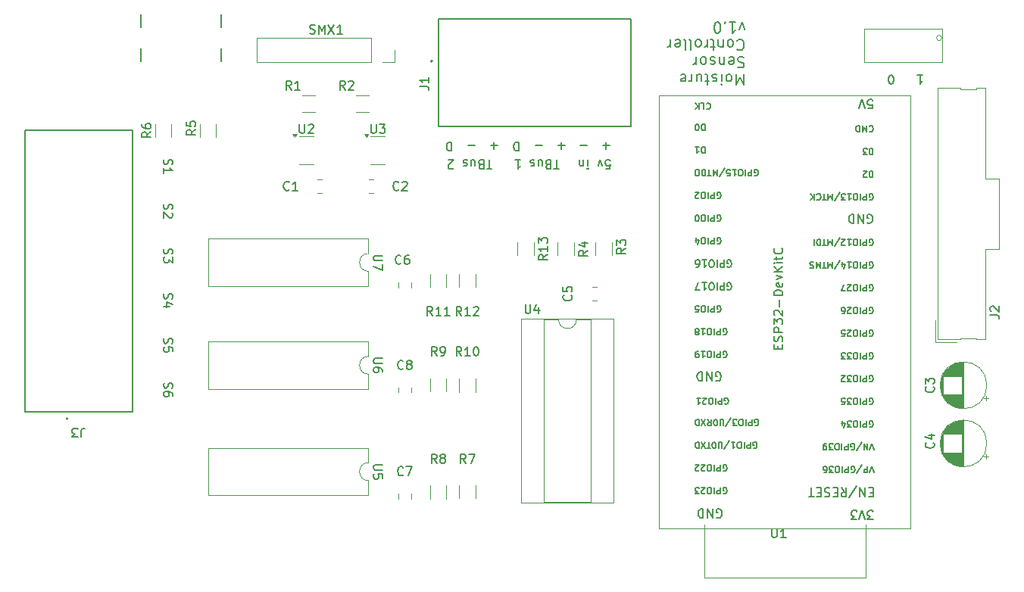
<source format=gbr>
%TF.GenerationSoftware,KiCad,Pcbnew,9.0.6*%
%TF.CreationDate,2025-11-29T12:35:40-05:00*%
%TF.ProjectId,MoistureSensor1,4d6f6973-7475-4726-9553-656e736f7231,1.0.0*%
%TF.SameCoordinates,Original*%
%TF.FileFunction,Legend,Top*%
%TF.FilePolarity,Positive*%
%FSLAX46Y46*%
G04 Gerber Fmt 4.6, Leading zero omitted, Abs format (unit mm)*
G04 Created by KiCad (PCBNEW 9.0.6) date 2025-11-29 12:35:40*
%MOMM*%
%LPD*%
G01*
G04 APERTURE LIST*
%ADD10C,0.150000*%
%ADD11C,0.120000*%
%ADD12C,0.100000*%
%ADD13C,0.127000*%
%ADD14C,0.200000*%
G04 APERTURE END LIST*
D10*
X113092800Y-111488095D02*
X113045180Y-111630952D01*
X113045180Y-111630952D02*
X113045180Y-111869047D01*
X113045180Y-111869047D02*
X113092800Y-111964285D01*
X113092800Y-111964285D02*
X113140419Y-112011904D01*
X113140419Y-112011904D02*
X113235657Y-112059523D01*
X113235657Y-112059523D02*
X113330895Y-112059523D01*
X113330895Y-112059523D02*
X113426133Y-112011904D01*
X113426133Y-112011904D02*
X113473752Y-111964285D01*
X113473752Y-111964285D02*
X113521371Y-111869047D01*
X113521371Y-111869047D02*
X113568990Y-111678571D01*
X113568990Y-111678571D02*
X113616609Y-111583333D01*
X113616609Y-111583333D02*
X113664228Y-111535714D01*
X113664228Y-111535714D02*
X113759466Y-111488095D01*
X113759466Y-111488095D02*
X113854704Y-111488095D01*
X113854704Y-111488095D02*
X113949942Y-111535714D01*
X113949942Y-111535714D02*
X113997561Y-111583333D01*
X113997561Y-111583333D02*
X114045180Y-111678571D01*
X114045180Y-111678571D02*
X114045180Y-111916666D01*
X114045180Y-111916666D02*
X113997561Y-112059523D01*
X114045180Y-112916666D02*
X114045180Y-112726190D01*
X114045180Y-112726190D02*
X113997561Y-112630952D01*
X113997561Y-112630952D02*
X113949942Y-112583333D01*
X113949942Y-112583333D02*
X113807085Y-112488095D01*
X113807085Y-112488095D02*
X113616609Y-112440476D01*
X113616609Y-112440476D02*
X113235657Y-112440476D01*
X113235657Y-112440476D02*
X113140419Y-112488095D01*
X113140419Y-112488095D02*
X113092800Y-112535714D01*
X113092800Y-112535714D02*
X113045180Y-112630952D01*
X113045180Y-112630952D02*
X113045180Y-112821428D01*
X113045180Y-112821428D02*
X113092800Y-112916666D01*
X113092800Y-112916666D02*
X113140419Y-112964285D01*
X113140419Y-112964285D02*
X113235657Y-113011904D01*
X113235657Y-113011904D02*
X113473752Y-113011904D01*
X113473752Y-113011904D02*
X113568990Y-112964285D01*
X113568990Y-112964285D02*
X113616609Y-112916666D01*
X113616609Y-112916666D02*
X113664228Y-112821428D01*
X113664228Y-112821428D02*
X113664228Y-112630952D01*
X113664228Y-112630952D02*
X113616609Y-112535714D01*
X113616609Y-112535714D02*
X113568990Y-112488095D01*
X113568990Y-112488095D02*
X113473752Y-112440476D01*
X197333333Y-77045180D02*
X197904761Y-77045180D01*
X197619047Y-77045180D02*
X197619047Y-78045180D01*
X197619047Y-78045180D02*
X197714285Y-77902323D01*
X197714285Y-77902323D02*
X197809523Y-77807085D01*
X197809523Y-77807085D02*
X197904761Y-77759466D01*
X194428570Y-78045180D02*
X194333332Y-78045180D01*
X194333332Y-78045180D02*
X194238094Y-77997561D01*
X194238094Y-77997561D02*
X194190475Y-77949942D01*
X194190475Y-77949942D02*
X194142856Y-77854704D01*
X194142856Y-77854704D02*
X194095237Y-77664228D01*
X194095237Y-77664228D02*
X194095237Y-77426133D01*
X194095237Y-77426133D02*
X194142856Y-77235657D01*
X194142856Y-77235657D02*
X194190475Y-77140419D01*
X194190475Y-77140419D02*
X194238094Y-77092800D01*
X194238094Y-77092800D02*
X194333332Y-77045180D01*
X194333332Y-77045180D02*
X194428570Y-77045180D01*
X194428570Y-77045180D02*
X194523808Y-77092800D01*
X194523808Y-77092800D02*
X194571427Y-77140419D01*
X194571427Y-77140419D02*
X194619046Y-77235657D01*
X194619046Y-77235657D02*
X194666665Y-77426133D01*
X194666665Y-77426133D02*
X194666665Y-77664228D01*
X194666665Y-77664228D02*
X194619046Y-77854704D01*
X194619046Y-77854704D02*
X194571427Y-77949942D01*
X194571427Y-77949942D02*
X194523808Y-77997561D01*
X194523808Y-77997561D02*
X194428570Y-78045180D01*
X160380951Y-84926133D02*
X159619047Y-84926133D01*
X162880951Y-84926133D02*
X162119047Y-84926133D01*
X162499999Y-84545180D02*
X162499999Y-85307085D01*
X113092800Y-86488095D02*
X113045180Y-86630952D01*
X113045180Y-86630952D02*
X113045180Y-86869047D01*
X113045180Y-86869047D02*
X113092800Y-86964285D01*
X113092800Y-86964285D02*
X113140419Y-87011904D01*
X113140419Y-87011904D02*
X113235657Y-87059523D01*
X113235657Y-87059523D02*
X113330895Y-87059523D01*
X113330895Y-87059523D02*
X113426133Y-87011904D01*
X113426133Y-87011904D02*
X113473752Y-86964285D01*
X113473752Y-86964285D02*
X113521371Y-86869047D01*
X113521371Y-86869047D02*
X113568990Y-86678571D01*
X113568990Y-86678571D02*
X113616609Y-86583333D01*
X113616609Y-86583333D02*
X113664228Y-86535714D01*
X113664228Y-86535714D02*
X113759466Y-86488095D01*
X113759466Y-86488095D02*
X113854704Y-86488095D01*
X113854704Y-86488095D02*
X113949942Y-86535714D01*
X113949942Y-86535714D02*
X113997561Y-86583333D01*
X113997561Y-86583333D02*
X114045180Y-86678571D01*
X114045180Y-86678571D02*
X114045180Y-86916666D01*
X114045180Y-86916666D02*
X113997561Y-87059523D01*
X113045180Y-88011904D02*
X113045180Y-87440476D01*
X113045180Y-87726190D02*
X114045180Y-87726190D01*
X114045180Y-87726190D02*
X113902323Y-87630952D01*
X113902323Y-87630952D02*
X113807085Y-87535714D01*
X113807085Y-87535714D02*
X113759466Y-87440476D01*
X157880951Y-84926133D02*
X157119047Y-84926133D01*
X157499999Y-84545180D02*
X157499999Y-85307085D01*
X157249999Y-87545180D02*
X156678571Y-87545180D01*
X156964285Y-86545180D02*
X156964285Y-87545180D01*
X156011904Y-87068990D02*
X155869047Y-87021371D01*
X155869047Y-87021371D02*
X155821428Y-86973752D01*
X155821428Y-86973752D02*
X155773809Y-86878514D01*
X155773809Y-86878514D02*
X155773809Y-86735657D01*
X155773809Y-86735657D02*
X155821428Y-86640419D01*
X155821428Y-86640419D02*
X155869047Y-86592800D01*
X155869047Y-86592800D02*
X155964285Y-86545180D01*
X155964285Y-86545180D02*
X156345237Y-86545180D01*
X156345237Y-86545180D02*
X156345237Y-87545180D01*
X156345237Y-87545180D02*
X156011904Y-87545180D01*
X156011904Y-87545180D02*
X155916666Y-87497561D01*
X155916666Y-87497561D02*
X155869047Y-87449942D01*
X155869047Y-87449942D02*
X155821428Y-87354704D01*
X155821428Y-87354704D02*
X155821428Y-87259466D01*
X155821428Y-87259466D02*
X155869047Y-87164228D01*
X155869047Y-87164228D02*
X155916666Y-87116609D01*
X155916666Y-87116609D02*
X156011904Y-87068990D01*
X156011904Y-87068990D02*
X156345237Y-87068990D01*
X154916666Y-87211847D02*
X154916666Y-86545180D01*
X155345237Y-87211847D02*
X155345237Y-86688038D01*
X155345237Y-86688038D02*
X155297618Y-86592800D01*
X155297618Y-86592800D02*
X155202380Y-86545180D01*
X155202380Y-86545180D02*
X155059523Y-86545180D01*
X155059523Y-86545180D02*
X154964285Y-86592800D01*
X154964285Y-86592800D02*
X154916666Y-86640419D01*
X154488094Y-86592800D02*
X154392856Y-86545180D01*
X154392856Y-86545180D02*
X154202380Y-86545180D01*
X154202380Y-86545180D02*
X154107142Y-86592800D01*
X154107142Y-86592800D02*
X154059523Y-86688038D01*
X154059523Y-86688038D02*
X154059523Y-86735657D01*
X154059523Y-86735657D02*
X154107142Y-86830895D01*
X154107142Y-86830895D02*
X154202380Y-86878514D01*
X154202380Y-86878514D02*
X154345237Y-86878514D01*
X154345237Y-86878514D02*
X154440475Y-86926133D01*
X154440475Y-86926133D02*
X154488094Y-87021371D01*
X154488094Y-87021371D02*
X154488094Y-87068990D01*
X154488094Y-87068990D02*
X154440475Y-87164228D01*
X154440475Y-87164228D02*
X154345237Y-87211847D01*
X154345237Y-87211847D02*
X154202380Y-87211847D01*
X154202380Y-87211847D02*
X154107142Y-87164228D01*
X152345237Y-86545180D02*
X152916665Y-86545180D01*
X152630951Y-86545180D02*
X152630951Y-87545180D01*
X152630951Y-87545180D02*
X152726189Y-87402323D01*
X152726189Y-87402323D02*
X152821427Y-87307085D01*
X152821427Y-87307085D02*
X152916665Y-87259466D01*
X150380951Y-84926133D02*
X149619047Y-84926133D01*
X149999999Y-84545180D02*
X149999999Y-85307085D01*
X149749999Y-87545180D02*
X149178571Y-87545180D01*
X149464285Y-86545180D02*
X149464285Y-87545180D01*
X148511904Y-87068990D02*
X148369047Y-87021371D01*
X148369047Y-87021371D02*
X148321428Y-86973752D01*
X148321428Y-86973752D02*
X148273809Y-86878514D01*
X148273809Y-86878514D02*
X148273809Y-86735657D01*
X148273809Y-86735657D02*
X148321428Y-86640419D01*
X148321428Y-86640419D02*
X148369047Y-86592800D01*
X148369047Y-86592800D02*
X148464285Y-86545180D01*
X148464285Y-86545180D02*
X148845237Y-86545180D01*
X148845237Y-86545180D02*
X148845237Y-87545180D01*
X148845237Y-87545180D02*
X148511904Y-87545180D01*
X148511904Y-87545180D02*
X148416666Y-87497561D01*
X148416666Y-87497561D02*
X148369047Y-87449942D01*
X148369047Y-87449942D02*
X148321428Y-87354704D01*
X148321428Y-87354704D02*
X148321428Y-87259466D01*
X148321428Y-87259466D02*
X148369047Y-87164228D01*
X148369047Y-87164228D02*
X148416666Y-87116609D01*
X148416666Y-87116609D02*
X148511904Y-87068990D01*
X148511904Y-87068990D02*
X148845237Y-87068990D01*
X147416666Y-87211847D02*
X147416666Y-86545180D01*
X147845237Y-87211847D02*
X147845237Y-86688038D01*
X147845237Y-86688038D02*
X147797618Y-86592800D01*
X147797618Y-86592800D02*
X147702380Y-86545180D01*
X147702380Y-86545180D02*
X147559523Y-86545180D01*
X147559523Y-86545180D02*
X147464285Y-86592800D01*
X147464285Y-86592800D02*
X147416666Y-86640419D01*
X146988094Y-86592800D02*
X146892856Y-86545180D01*
X146892856Y-86545180D02*
X146702380Y-86545180D01*
X146702380Y-86545180D02*
X146607142Y-86592800D01*
X146607142Y-86592800D02*
X146559523Y-86688038D01*
X146559523Y-86688038D02*
X146559523Y-86735657D01*
X146559523Y-86735657D02*
X146607142Y-86830895D01*
X146607142Y-86830895D02*
X146702380Y-86878514D01*
X146702380Y-86878514D02*
X146845237Y-86878514D01*
X146845237Y-86878514D02*
X146940475Y-86926133D01*
X146940475Y-86926133D02*
X146988094Y-87021371D01*
X146988094Y-87021371D02*
X146988094Y-87068990D01*
X146988094Y-87068990D02*
X146940475Y-87164228D01*
X146940475Y-87164228D02*
X146845237Y-87211847D01*
X146845237Y-87211847D02*
X146702380Y-87211847D01*
X146702380Y-87211847D02*
X146607142Y-87164228D01*
X145416665Y-87449942D02*
X145369046Y-87497561D01*
X145369046Y-87497561D02*
X145273808Y-87545180D01*
X145273808Y-87545180D02*
X145035713Y-87545180D01*
X145035713Y-87545180D02*
X144940475Y-87497561D01*
X144940475Y-87497561D02*
X144892856Y-87449942D01*
X144892856Y-87449942D02*
X144845237Y-87354704D01*
X144845237Y-87354704D02*
X144845237Y-87259466D01*
X144845237Y-87259466D02*
X144892856Y-87116609D01*
X144892856Y-87116609D02*
X145464284Y-86545180D01*
X145464284Y-86545180D02*
X144845237Y-86545180D01*
X147880951Y-84926133D02*
X147119047Y-84926133D01*
X162464285Y-87545180D02*
X162940475Y-87545180D01*
X162940475Y-87545180D02*
X162988094Y-87068990D01*
X162988094Y-87068990D02*
X162940475Y-87116609D01*
X162940475Y-87116609D02*
X162845237Y-87164228D01*
X162845237Y-87164228D02*
X162607142Y-87164228D01*
X162607142Y-87164228D02*
X162511904Y-87116609D01*
X162511904Y-87116609D02*
X162464285Y-87068990D01*
X162464285Y-87068990D02*
X162416666Y-86973752D01*
X162416666Y-86973752D02*
X162416666Y-86735657D01*
X162416666Y-86735657D02*
X162464285Y-86640419D01*
X162464285Y-86640419D02*
X162511904Y-86592800D01*
X162511904Y-86592800D02*
X162607142Y-86545180D01*
X162607142Y-86545180D02*
X162845237Y-86545180D01*
X162845237Y-86545180D02*
X162940475Y-86592800D01*
X162940475Y-86592800D02*
X162988094Y-86640419D01*
X162083332Y-87211847D02*
X161845237Y-86545180D01*
X161845237Y-86545180D02*
X161607142Y-87211847D01*
X160464284Y-86545180D02*
X160464284Y-87211847D01*
X160464284Y-87545180D02*
X160511903Y-87497561D01*
X160511903Y-87497561D02*
X160464284Y-87449942D01*
X160464284Y-87449942D02*
X160416665Y-87497561D01*
X160416665Y-87497561D02*
X160464284Y-87545180D01*
X160464284Y-87545180D02*
X160464284Y-87449942D01*
X159988094Y-87211847D02*
X159988094Y-86545180D01*
X159988094Y-87116609D02*
X159940475Y-87164228D01*
X159940475Y-87164228D02*
X159845237Y-87211847D01*
X159845237Y-87211847D02*
X159702380Y-87211847D01*
X159702380Y-87211847D02*
X159607142Y-87164228D01*
X159607142Y-87164228D02*
X159559523Y-87068990D01*
X159559523Y-87068990D02*
X159559523Y-86545180D01*
X113092800Y-96488095D02*
X113045180Y-96630952D01*
X113045180Y-96630952D02*
X113045180Y-96869047D01*
X113045180Y-96869047D02*
X113092800Y-96964285D01*
X113092800Y-96964285D02*
X113140419Y-97011904D01*
X113140419Y-97011904D02*
X113235657Y-97059523D01*
X113235657Y-97059523D02*
X113330895Y-97059523D01*
X113330895Y-97059523D02*
X113426133Y-97011904D01*
X113426133Y-97011904D02*
X113473752Y-96964285D01*
X113473752Y-96964285D02*
X113521371Y-96869047D01*
X113521371Y-96869047D02*
X113568990Y-96678571D01*
X113568990Y-96678571D02*
X113616609Y-96583333D01*
X113616609Y-96583333D02*
X113664228Y-96535714D01*
X113664228Y-96535714D02*
X113759466Y-96488095D01*
X113759466Y-96488095D02*
X113854704Y-96488095D01*
X113854704Y-96488095D02*
X113949942Y-96535714D01*
X113949942Y-96535714D02*
X113997561Y-96583333D01*
X113997561Y-96583333D02*
X114045180Y-96678571D01*
X114045180Y-96678571D02*
X114045180Y-96916666D01*
X114045180Y-96916666D02*
X113997561Y-97059523D01*
X114045180Y-97392857D02*
X114045180Y-98011904D01*
X114045180Y-98011904D02*
X113664228Y-97678571D01*
X113664228Y-97678571D02*
X113664228Y-97821428D01*
X113664228Y-97821428D02*
X113616609Y-97916666D01*
X113616609Y-97916666D02*
X113568990Y-97964285D01*
X113568990Y-97964285D02*
X113473752Y-98011904D01*
X113473752Y-98011904D02*
X113235657Y-98011904D01*
X113235657Y-98011904D02*
X113140419Y-97964285D01*
X113140419Y-97964285D02*
X113092800Y-97916666D01*
X113092800Y-97916666D02*
X113045180Y-97821428D01*
X113045180Y-97821428D02*
X113045180Y-97535714D01*
X113045180Y-97535714D02*
X113092800Y-97440476D01*
X113092800Y-97440476D02*
X113140419Y-97392857D01*
X152761904Y-84545180D02*
X152761904Y-85545180D01*
X152761904Y-85545180D02*
X152523809Y-85545180D01*
X152523809Y-85545180D02*
X152380952Y-85497561D01*
X152380952Y-85497561D02*
X152285714Y-85402323D01*
X152285714Y-85402323D02*
X152238095Y-85307085D01*
X152238095Y-85307085D02*
X152190476Y-85116609D01*
X152190476Y-85116609D02*
X152190476Y-84973752D01*
X152190476Y-84973752D02*
X152238095Y-84783276D01*
X152238095Y-84783276D02*
X152285714Y-84688038D01*
X152285714Y-84688038D02*
X152380952Y-84592800D01*
X152380952Y-84592800D02*
X152523809Y-84545180D01*
X152523809Y-84545180D02*
X152761904Y-84545180D01*
X113092800Y-101488095D02*
X113045180Y-101630952D01*
X113045180Y-101630952D02*
X113045180Y-101869047D01*
X113045180Y-101869047D02*
X113092800Y-101964285D01*
X113092800Y-101964285D02*
X113140419Y-102011904D01*
X113140419Y-102011904D02*
X113235657Y-102059523D01*
X113235657Y-102059523D02*
X113330895Y-102059523D01*
X113330895Y-102059523D02*
X113426133Y-102011904D01*
X113426133Y-102011904D02*
X113473752Y-101964285D01*
X113473752Y-101964285D02*
X113521371Y-101869047D01*
X113521371Y-101869047D02*
X113568990Y-101678571D01*
X113568990Y-101678571D02*
X113616609Y-101583333D01*
X113616609Y-101583333D02*
X113664228Y-101535714D01*
X113664228Y-101535714D02*
X113759466Y-101488095D01*
X113759466Y-101488095D02*
X113854704Y-101488095D01*
X113854704Y-101488095D02*
X113949942Y-101535714D01*
X113949942Y-101535714D02*
X113997561Y-101583333D01*
X113997561Y-101583333D02*
X114045180Y-101678571D01*
X114045180Y-101678571D02*
X114045180Y-101916666D01*
X114045180Y-101916666D02*
X113997561Y-102059523D01*
X113711847Y-102916666D02*
X113045180Y-102916666D01*
X114092800Y-102678571D02*
X113378514Y-102440476D01*
X113378514Y-102440476D02*
X113378514Y-103059523D01*
X113092800Y-91488095D02*
X113045180Y-91630952D01*
X113045180Y-91630952D02*
X113045180Y-91869047D01*
X113045180Y-91869047D02*
X113092800Y-91964285D01*
X113092800Y-91964285D02*
X113140419Y-92011904D01*
X113140419Y-92011904D02*
X113235657Y-92059523D01*
X113235657Y-92059523D02*
X113330895Y-92059523D01*
X113330895Y-92059523D02*
X113426133Y-92011904D01*
X113426133Y-92011904D02*
X113473752Y-91964285D01*
X113473752Y-91964285D02*
X113521371Y-91869047D01*
X113521371Y-91869047D02*
X113568990Y-91678571D01*
X113568990Y-91678571D02*
X113616609Y-91583333D01*
X113616609Y-91583333D02*
X113664228Y-91535714D01*
X113664228Y-91535714D02*
X113759466Y-91488095D01*
X113759466Y-91488095D02*
X113854704Y-91488095D01*
X113854704Y-91488095D02*
X113949942Y-91535714D01*
X113949942Y-91535714D02*
X113997561Y-91583333D01*
X113997561Y-91583333D02*
X114045180Y-91678571D01*
X114045180Y-91678571D02*
X114045180Y-91916666D01*
X114045180Y-91916666D02*
X113997561Y-92059523D01*
X113949942Y-92440476D02*
X113997561Y-92488095D01*
X113997561Y-92488095D02*
X114045180Y-92583333D01*
X114045180Y-92583333D02*
X114045180Y-92821428D01*
X114045180Y-92821428D02*
X113997561Y-92916666D01*
X113997561Y-92916666D02*
X113949942Y-92964285D01*
X113949942Y-92964285D02*
X113854704Y-93011904D01*
X113854704Y-93011904D02*
X113759466Y-93011904D01*
X113759466Y-93011904D02*
X113616609Y-92964285D01*
X113616609Y-92964285D02*
X113045180Y-92392857D01*
X113045180Y-92392857D02*
X113045180Y-93011904D01*
X177865601Y-76950456D02*
X177865601Y-78150456D01*
X177865601Y-78150456D02*
X177465601Y-77293313D01*
X177465601Y-77293313D02*
X177065601Y-78150456D01*
X177065601Y-78150456D02*
X177065601Y-76950456D01*
X176322744Y-76950456D02*
X176437029Y-77007599D01*
X176437029Y-77007599D02*
X176494172Y-77064741D01*
X176494172Y-77064741D02*
X176551315Y-77179027D01*
X176551315Y-77179027D02*
X176551315Y-77521884D01*
X176551315Y-77521884D02*
X176494172Y-77636170D01*
X176494172Y-77636170D02*
X176437029Y-77693313D01*
X176437029Y-77693313D02*
X176322744Y-77750456D01*
X176322744Y-77750456D02*
X176151315Y-77750456D01*
X176151315Y-77750456D02*
X176037029Y-77693313D01*
X176037029Y-77693313D02*
X175979887Y-77636170D01*
X175979887Y-77636170D02*
X175922744Y-77521884D01*
X175922744Y-77521884D02*
X175922744Y-77179027D01*
X175922744Y-77179027D02*
X175979887Y-77064741D01*
X175979887Y-77064741D02*
X176037029Y-77007599D01*
X176037029Y-77007599D02*
X176151315Y-76950456D01*
X176151315Y-76950456D02*
X176322744Y-76950456D01*
X175408458Y-76950456D02*
X175408458Y-77750456D01*
X175408458Y-78150456D02*
X175465601Y-78093313D01*
X175465601Y-78093313D02*
X175408458Y-78036170D01*
X175408458Y-78036170D02*
X175351315Y-78093313D01*
X175351315Y-78093313D02*
X175408458Y-78150456D01*
X175408458Y-78150456D02*
X175408458Y-78036170D01*
X174894172Y-77007599D02*
X174779886Y-76950456D01*
X174779886Y-76950456D02*
X174551315Y-76950456D01*
X174551315Y-76950456D02*
X174437029Y-77007599D01*
X174437029Y-77007599D02*
X174379886Y-77121884D01*
X174379886Y-77121884D02*
X174379886Y-77179027D01*
X174379886Y-77179027D02*
X174437029Y-77293313D01*
X174437029Y-77293313D02*
X174551315Y-77350456D01*
X174551315Y-77350456D02*
X174722744Y-77350456D01*
X174722744Y-77350456D02*
X174837029Y-77407599D01*
X174837029Y-77407599D02*
X174894172Y-77521884D01*
X174894172Y-77521884D02*
X174894172Y-77579027D01*
X174894172Y-77579027D02*
X174837029Y-77693313D01*
X174837029Y-77693313D02*
X174722744Y-77750456D01*
X174722744Y-77750456D02*
X174551315Y-77750456D01*
X174551315Y-77750456D02*
X174437029Y-77693313D01*
X174037029Y-77750456D02*
X173579886Y-77750456D01*
X173865600Y-78150456D02*
X173865600Y-77121884D01*
X173865600Y-77121884D02*
X173808457Y-77007599D01*
X173808457Y-77007599D02*
X173694172Y-76950456D01*
X173694172Y-76950456D02*
X173579886Y-76950456D01*
X172665601Y-77750456D02*
X172665601Y-76950456D01*
X173179886Y-77750456D02*
X173179886Y-77121884D01*
X173179886Y-77121884D02*
X173122743Y-77007599D01*
X173122743Y-77007599D02*
X173008458Y-76950456D01*
X173008458Y-76950456D02*
X172837029Y-76950456D01*
X172837029Y-76950456D02*
X172722743Y-77007599D01*
X172722743Y-77007599D02*
X172665601Y-77064741D01*
X172094172Y-76950456D02*
X172094172Y-77750456D01*
X172094172Y-77521884D02*
X172037029Y-77636170D01*
X172037029Y-77636170D02*
X171979887Y-77693313D01*
X171979887Y-77693313D02*
X171865601Y-77750456D01*
X171865601Y-77750456D02*
X171751315Y-77750456D01*
X170894172Y-77007599D02*
X171008458Y-76950456D01*
X171008458Y-76950456D02*
X171237030Y-76950456D01*
X171237030Y-76950456D02*
X171351315Y-77007599D01*
X171351315Y-77007599D02*
X171408458Y-77121884D01*
X171408458Y-77121884D02*
X171408458Y-77579027D01*
X171408458Y-77579027D02*
X171351315Y-77693313D01*
X171351315Y-77693313D02*
X171237030Y-77750456D01*
X171237030Y-77750456D02*
X171008458Y-77750456D01*
X171008458Y-77750456D02*
X170894172Y-77693313D01*
X170894172Y-77693313D02*
X170837030Y-77579027D01*
X170837030Y-77579027D02*
X170837030Y-77464741D01*
X170837030Y-77464741D02*
X171408458Y-77350456D01*
X177922744Y-75075666D02*
X177751316Y-75018523D01*
X177751316Y-75018523D02*
X177465601Y-75018523D01*
X177465601Y-75018523D02*
X177351316Y-75075666D01*
X177351316Y-75075666D02*
X177294173Y-75132808D01*
X177294173Y-75132808D02*
X177237030Y-75247094D01*
X177237030Y-75247094D02*
X177237030Y-75361380D01*
X177237030Y-75361380D02*
X177294173Y-75475666D01*
X177294173Y-75475666D02*
X177351316Y-75532808D01*
X177351316Y-75532808D02*
X177465601Y-75589951D01*
X177465601Y-75589951D02*
X177694173Y-75647094D01*
X177694173Y-75647094D02*
X177808458Y-75704237D01*
X177808458Y-75704237D02*
X177865601Y-75761380D01*
X177865601Y-75761380D02*
X177922744Y-75875666D01*
X177922744Y-75875666D02*
X177922744Y-75989951D01*
X177922744Y-75989951D02*
X177865601Y-76104237D01*
X177865601Y-76104237D02*
X177808458Y-76161380D01*
X177808458Y-76161380D02*
X177694173Y-76218523D01*
X177694173Y-76218523D02*
X177408458Y-76218523D01*
X177408458Y-76218523D02*
X177237030Y-76161380D01*
X176265601Y-75075666D02*
X176379887Y-75018523D01*
X176379887Y-75018523D02*
X176608459Y-75018523D01*
X176608459Y-75018523D02*
X176722744Y-75075666D01*
X176722744Y-75075666D02*
X176779887Y-75189951D01*
X176779887Y-75189951D02*
X176779887Y-75647094D01*
X176779887Y-75647094D02*
X176722744Y-75761380D01*
X176722744Y-75761380D02*
X176608459Y-75818523D01*
X176608459Y-75818523D02*
X176379887Y-75818523D01*
X176379887Y-75818523D02*
X176265601Y-75761380D01*
X176265601Y-75761380D02*
X176208459Y-75647094D01*
X176208459Y-75647094D02*
X176208459Y-75532808D01*
X176208459Y-75532808D02*
X176779887Y-75418523D01*
X175694173Y-75818523D02*
X175694173Y-75018523D01*
X175694173Y-75704237D02*
X175637030Y-75761380D01*
X175637030Y-75761380D02*
X175522745Y-75818523D01*
X175522745Y-75818523D02*
X175351316Y-75818523D01*
X175351316Y-75818523D02*
X175237030Y-75761380D01*
X175237030Y-75761380D02*
X175179888Y-75647094D01*
X175179888Y-75647094D02*
X175179888Y-75018523D01*
X174665602Y-75075666D02*
X174551316Y-75018523D01*
X174551316Y-75018523D02*
X174322745Y-75018523D01*
X174322745Y-75018523D02*
X174208459Y-75075666D01*
X174208459Y-75075666D02*
X174151316Y-75189951D01*
X174151316Y-75189951D02*
X174151316Y-75247094D01*
X174151316Y-75247094D02*
X174208459Y-75361380D01*
X174208459Y-75361380D02*
X174322745Y-75418523D01*
X174322745Y-75418523D02*
X174494174Y-75418523D01*
X174494174Y-75418523D02*
X174608459Y-75475666D01*
X174608459Y-75475666D02*
X174665602Y-75589951D01*
X174665602Y-75589951D02*
X174665602Y-75647094D01*
X174665602Y-75647094D02*
X174608459Y-75761380D01*
X174608459Y-75761380D02*
X174494174Y-75818523D01*
X174494174Y-75818523D02*
X174322745Y-75818523D01*
X174322745Y-75818523D02*
X174208459Y-75761380D01*
X173465602Y-75018523D02*
X173579887Y-75075666D01*
X173579887Y-75075666D02*
X173637030Y-75132808D01*
X173637030Y-75132808D02*
X173694173Y-75247094D01*
X173694173Y-75247094D02*
X173694173Y-75589951D01*
X173694173Y-75589951D02*
X173637030Y-75704237D01*
X173637030Y-75704237D02*
X173579887Y-75761380D01*
X173579887Y-75761380D02*
X173465602Y-75818523D01*
X173465602Y-75818523D02*
X173294173Y-75818523D01*
X173294173Y-75818523D02*
X173179887Y-75761380D01*
X173179887Y-75761380D02*
X173122745Y-75704237D01*
X173122745Y-75704237D02*
X173065602Y-75589951D01*
X173065602Y-75589951D02*
X173065602Y-75247094D01*
X173065602Y-75247094D02*
X173122745Y-75132808D01*
X173122745Y-75132808D02*
X173179887Y-75075666D01*
X173179887Y-75075666D02*
X173294173Y-75018523D01*
X173294173Y-75018523D02*
X173465602Y-75018523D01*
X172551316Y-75018523D02*
X172551316Y-75818523D01*
X172551316Y-75589951D02*
X172494173Y-75704237D01*
X172494173Y-75704237D02*
X172437031Y-75761380D01*
X172437031Y-75761380D02*
X172322745Y-75818523D01*
X172322745Y-75818523D02*
X172208459Y-75818523D01*
X177179887Y-73200875D02*
X177237030Y-73143733D01*
X177237030Y-73143733D02*
X177408458Y-73086590D01*
X177408458Y-73086590D02*
X177522744Y-73086590D01*
X177522744Y-73086590D02*
X177694173Y-73143733D01*
X177694173Y-73143733D02*
X177808458Y-73258018D01*
X177808458Y-73258018D02*
X177865601Y-73372304D01*
X177865601Y-73372304D02*
X177922744Y-73600875D01*
X177922744Y-73600875D02*
X177922744Y-73772304D01*
X177922744Y-73772304D02*
X177865601Y-74000875D01*
X177865601Y-74000875D02*
X177808458Y-74115161D01*
X177808458Y-74115161D02*
X177694173Y-74229447D01*
X177694173Y-74229447D02*
X177522744Y-74286590D01*
X177522744Y-74286590D02*
X177408458Y-74286590D01*
X177408458Y-74286590D02*
X177237030Y-74229447D01*
X177237030Y-74229447D02*
X177179887Y-74172304D01*
X176494173Y-73086590D02*
X176608458Y-73143733D01*
X176608458Y-73143733D02*
X176665601Y-73200875D01*
X176665601Y-73200875D02*
X176722744Y-73315161D01*
X176722744Y-73315161D02*
X176722744Y-73658018D01*
X176722744Y-73658018D02*
X176665601Y-73772304D01*
X176665601Y-73772304D02*
X176608458Y-73829447D01*
X176608458Y-73829447D02*
X176494173Y-73886590D01*
X176494173Y-73886590D02*
X176322744Y-73886590D01*
X176322744Y-73886590D02*
X176208458Y-73829447D01*
X176208458Y-73829447D02*
X176151316Y-73772304D01*
X176151316Y-73772304D02*
X176094173Y-73658018D01*
X176094173Y-73658018D02*
X176094173Y-73315161D01*
X176094173Y-73315161D02*
X176151316Y-73200875D01*
X176151316Y-73200875D02*
X176208458Y-73143733D01*
X176208458Y-73143733D02*
X176322744Y-73086590D01*
X176322744Y-73086590D02*
X176494173Y-73086590D01*
X175579887Y-73886590D02*
X175579887Y-73086590D01*
X175579887Y-73772304D02*
X175522744Y-73829447D01*
X175522744Y-73829447D02*
X175408459Y-73886590D01*
X175408459Y-73886590D02*
X175237030Y-73886590D01*
X175237030Y-73886590D02*
X175122744Y-73829447D01*
X175122744Y-73829447D02*
X175065602Y-73715161D01*
X175065602Y-73715161D02*
X175065602Y-73086590D01*
X174665602Y-73886590D02*
X174208459Y-73886590D01*
X174494173Y-74286590D02*
X174494173Y-73258018D01*
X174494173Y-73258018D02*
X174437030Y-73143733D01*
X174437030Y-73143733D02*
X174322745Y-73086590D01*
X174322745Y-73086590D02*
X174208459Y-73086590D01*
X173808459Y-73086590D02*
X173808459Y-73886590D01*
X173808459Y-73658018D02*
X173751316Y-73772304D01*
X173751316Y-73772304D02*
X173694174Y-73829447D01*
X173694174Y-73829447D02*
X173579888Y-73886590D01*
X173579888Y-73886590D02*
X173465602Y-73886590D01*
X172894174Y-73086590D02*
X173008459Y-73143733D01*
X173008459Y-73143733D02*
X173065602Y-73200875D01*
X173065602Y-73200875D02*
X173122745Y-73315161D01*
X173122745Y-73315161D02*
X173122745Y-73658018D01*
X173122745Y-73658018D02*
X173065602Y-73772304D01*
X173065602Y-73772304D02*
X173008459Y-73829447D01*
X173008459Y-73829447D02*
X172894174Y-73886590D01*
X172894174Y-73886590D02*
X172722745Y-73886590D01*
X172722745Y-73886590D02*
X172608459Y-73829447D01*
X172608459Y-73829447D02*
X172551317Y-73772304D01*
X172551317Y-73772304D02*
X172494174Y-73658018D01*
X172494174Y-73658018D02*
X172494174Y-73315161D01*
X172494174Y-73315161D02*
X172551317Y-73200875D01*
X172551317Y-73200875D02*
X172608459Y-73143733D01*
X172608459Y-73143733D02*
X172722745Y-73086590D01*
X172722745Y-73086590D02*
X172894174Y-73086590D01*
X171808460Y-73086590D02*
X171922745Y-73143733D01*
X171922745Y-73143733D02*
X171979888Y-73258018D01*
X171979888Y-73258018D02*
X171979888Y-74286590D01*
X171179889Y-73086590D02*
X171294174Y-73143733D01*
X171294174Y-73143733D02*
X171351317Y-73258018D01*
X171351317Y-73258018D02*
X171351317Y-74286590D01*
X170265603Y-73143733D02*
X170379889Y-73086590D01*
X170379889Y-73086590D02*
X170608461Y-73086590D01*
X170608461Y-73086590D02*
X170722746Y-73143733D01*
X170722746Y-73143733D02*
X170779889Y-73258018D01*
X170779889Y-73258018D02*
X170779889Y-73715161D01*
X170779889Y-73715161D02*
X170722746Y-73829447D01*
X170722746Y-73829447D02*
X170608461Y-73886590D01*
X170608461Y-73886590D02*
X170379889Y-73886590D01*
X170379889Y-73886590D02*
X170265603Y-73829447D01*
X170265603Y-73829447D02*
X170208461Y-73715161D01*
X170208461Y-73715161D02*
X170208461Y-73600875D01*
X170208461Y-73600875D02*
X170779889Y-73486590D01*
X169694175Y-73086590D02*
X169694175Y-73886590D01*
X169694175Y-73658018D02*
X169637032Y-73772304D01*
X169637032Y-73772304D02*
X169579890Y-73829447D01*
X169579890Y-73829447D02*
X169465604Y-73886590D01*
X169465604Y-73886590D02*
X169351318Y-73886590D01*
X177979887Y-71954657D02*
X177694173Y-71154657D01*
X177694173Y-71154657D02*
X177408458Y-71954657D01*
X176322744Y-71154657D02*
X177008458Y-71154657D01*
X176665601Y-71154657D02*
X176665601Y-72354657D01*
X176665601Y-72354657D02*
X176779887Y-72183228D01*
X176779887Y-72183228D02*
X176894172Y-72068942D01*
X176894172Y-72068942D02*
X177008458Y-72011800D01*
X175808458Y-71268942D02*
X175751315Y-71211800D01*
X175751315Y-71211800D02*
X175808458Y-71154657D01*
X175808458Y-71154657D02*
X175865601Y-71211800D01*
X175865601Y-71211800D02*
X175808458Y-71268942D01*
X175808458Y-71268942D02*
X175808458Y-71154657D01*
X175008458Y-72354657D02*
X174894172Y-72354657D01*
X174894172Y-72354657D02*
X174779886Y-72297514D01*
X174779886Y-72297514D02*
X174722744Y-72240371D01*
X174722744Y-72240371D02*
X174665601Y-72126085D01*
X174665601Y-72126085D02*
X174608458Y-71897514D01*
X174608458Y-71897514D02*
X174608458Y-71611800D01*
X174608458Y-71611800D02*
X174665601Y-71383228D01*
X174665601Y-71383228D02*
X174722744Y-71268942D01*
X174722744Y-71268942D02*
X174779886Y-71211800D01*
X174779886Y-71211800D02*
X174894172Y-71154657D01*
X174894172Y-71154657D02*
X175008458Y-71154657D01*
X175008458Y-71154657D02*
X175122744Y-71211800D01*
X175122744Y-71211800D02*
X175179886Y-71268942D01*
X175179886Y-71268942D02*
X175237029Y-71383228D01*
X175237029Y-71383228D02*
X175294172Y-71611800D01*
X175294172Y-71611800D02*
X175294172Y-71897514D01*
X175294172Y-71897514D02*
X175237029Y-72126085D01*
X175237029Y-72126085D02*
X175179886Y-72240371D01*
X175179886Y-72240371D02*
X175122744Y-72297514D01*
X175122744Y-72297514D02*
X175008458Y-72354657D01*
X113092800Y-106488095D02*
X113045180Y-106630952D01*
X113045180Y-106630952D02*
X113045180Y-106869047D01*
X113045180Y-106869047D02*
X113092800Y-106964285D01*
X113092800Y-106964285D02*
X113140419Y-107011904D01*
X113140419Y-107011904D02*
X113235657Y-107059523D01*
X113235657Y-107059523D02*
X113330895Y-107059523D01*
X113330895Y-107059523D02*
X113426133Y-107011904D01*
X113426133Y-107011904D02*
X113473752Y-106964285D01*
X113473752Y-106964285D02*
X113521371Y-106869047D01*
X113521371Y-106869047D02*
X113568990Y-106678571D01*
X113568990Y-106678571D02*
X113616609Y-106583333D01*
X113616609Y-106583333D02*
X113664228Y-106535714D01*
X113664228Y-106535714D02*
X113759466Y-106488095D01*
X113759466Y-106488095D02*
X113854704Y-106488095D01*
X113854704Y-106488095D02*
X113949942Y-106535714D01*
X113949942Y-106535714D02*
X113997561Y-106583333D01*
X113997561Y-106583333D02*
X114045180Y-106678571D01*
X114045180Y-106678571D02*
X114045180Y-106916666D01*
X114045180Y-106916666D02*
X113997561Y-107059523D01*
X114045180Y-107964285D02*
X114045180Y-107488095D01*
X114045180Y-107488095D02*
X113568990Y-107440476D01*
X113568990Y-107440476D02*
X113616609Y-107488095D01*
X113616609Y-107488095D02*
X113664228Y-107583333D01*
X113664228Y-107583333D02*
X113664228Y-107821428D01*
X113664228Y-107821428D02*
X113616609Y-107916666D01*
X113616609Y-107916666D02*
X113568990Y-107964285D01*
X113568990Y-107964285D02*
X113473752Y-108011904D01*
X113473752Y-108011904D02*
X113235657Y-108011904D01*
X113235657Y-108011904D02*
X113140419Y-107964285D01*
X113140419Y-107964285D02*
X113092800Y-107916666D01*
X113092800Y-107916666D02*
X113045180Y-107821428D01*
X113045180Y-107821428D02*
X113045180Y-107583333D01*
X113045180Y-107583333D02*
X113092800Y-107488095D01*
X113092800Y-107488095D02*
X113140419Y-107440476D01*
X145261904Y-84545180D02*
X145261904Y-85545180D01*
X145261904Y-85545180D02*
X145023809Y-85545180D01*
X145023809Y-85545180D02*
X144880952Y-85497561D01*
X144880952Y-85497561D02*
X144785714Y-85402323D01*
X144785714Y-85402323D02*
X144738095Y-85307085D01*
X144738095Y-85307085D02*
X144690476Y-85116609D01*
X144690476Y-85116609D02*
X144690476Y-84973752D01*
X144690476Y-84973752D02*
X144738095Y-84783276D01*
X144738095Y-84783276D02*
X144785714Y-84688038D01*
X144785714Y-84688038D02*
X144880952Y-84592800D01*
X144880952Y-84592800D02*
X145023809Y-84545180D01*
X145023809Y-84545180D02*
X145261904Y-84545180D01*
X155380951Y-84926133D02*
X154619047Y-84926133D01*
X133333333Y-78704819D02*
X133000000Y-78228628D01*
X132761905Y-78704819D02*
X132761905Y-77704819D01*
X132761905Y-77704819D02*
X133142857Y-77704819D01*
X133142857Y-77704819D02*
X133238095Y-77752438D01*
X133238095Y-77752438D02*
X133285714Y-77800057D01*
X133285714Y-77800057D02*
X133333333Y-77895295D01*
X133333333Y-77895295D02*
X133333333Y-78038152D01*
X133333333Y-78038152D02*
X133285714Y-78133390D01*
X133285714Y-78133390D02*
X133238095Y-78181009D01*
X133238095Y-78181009D02*
X133142857Y-78228628D01*
X133142857Y-78228628D02*
X132761905Y-78228628D01*
X133714286Y-77800057D02*
X133761905Y-77752438D01*
X133761905Y-77752438D02*
X133857143Y-77704819D01*
X133857143Y-77704819D02*
X134095238Y-77704819D01*
X134095238Y-77704819D02*
X134190476Y-77752438D01*
X134190476Y-77752438D02*
X134238095Y-77800057D01*
X134238095Y-77800057D02*
X134285714Y-77895295D01*
X134285714Y-77895295D02*
X134285714Y-77990533D01*
X134285714Y-77990533D02*
X134238095Y-78133390D01*
X134238095Y-78133390D02*
X133666667Y-78704819D01*
X133666667Y-78704819D02*
X134285714Y-78704819D01*
X139333333Y-89859580D02*
X139285714Y-89907200D01*
X139285714Y-89907200D02*
X139142857Y-89954819D01*
X139142857Y-89954819D02*
X139047619Y-89954819D01*
X139047619Y-89954819D02*
X138904762Y-89907200D01*
X138904762Y-89907200D02*
X138809524Y-89811961D01*
X138809524Y-89811961D02*
X138761905Y-89716723D01*
X138761905Y-89716723D02*
X138714286Y-89526247D01*
X138714286Y-89526247D02*
X138714286Y-89383390D01*
X138714286Y-89383390D02*
X138761905Y-89192914D01*
X138761905Y-89192914D02*
X138809524Y-89097676D01*
X138809524Y-89097676D02*
X138904762Y-89002438D01*
X138904762Y-89002438D02*
X139047619Y-88954819D01*
X139047619Y-88954819D02*
X139142857Y-88954819D01*
X139142857Y-88954819D02*
X139285714Y-89002438D01*
X139285714Y-89002438D02*
X139333333Y-89050057D01*
X139714286Y-89050057D02*
X139761905Y-89002438D01*
X139761905Y-89002438D02*
X139857143Y-88954819D01*
X139857143Y-88954819D02*
X140095238Y-88954819D01*
X140095238Y-88954819D02*
X140190476Y-89002438D01*
X140190476Y-89002438D02*
X140238095Y-89050057D01*
X140238095Y-89050057D02*
X140285714Y-89145295D01*
X140285714Y-89145295D02*
X140285714Y-89240533D01*
X140285714Y-89240533D02*
X140238095Y-89383390D01*
X140238095Y-89383390D02*
X139666667Y-89954819D01*
X139666667Y-89954819D02*
X140285714Y-89954819D01*
X136238095Y-82554819D02*
X136238095Y-83364342D01*
X136238095Y-83364342D02*
X136285714Y-83459580D01*
X136285714Y-83459580D02*
X136333333Y-83507200D01*
X136333333Y-83507200D02*
X136428571Y-83554819D01*
X136428571Y-83554819D02*
X136619047Y-83554819D01*
X136619047Y-83554819D02*
X136714285Y-83507200D01*
X136714285Y-83507200D02*
X136761904Y-83459580D01*
X136761904Y-83459580D02*
X136809523Y-83364342D01*
X136809523Y-83364342D02*
X136809523Y-82554819D01*
X137190476Y-82554819D02*
X137809523Y-82554819D01*
X137809523Y-82554819D02*
X137476190Y-82935771D01*
X137476190Y-82935771D02*
X137619047Y-82935771D01*
X137619047Y-82935771D02*
X137714285Y-82983390D01*
X137714285Y-82983390D02*
X137761904Y-83031009D01*
X137761904Y-83031009D02*
X137809523Y-83126247D01*
X137809523Y-83126247D02*
X137809523Y-83364342D01*
X137809523Y-83364342D02*
X137761904Y-83459580D01*
X137761904Y-83459580D02*
X137714285Y-83507200D01*
X137714285Y-83507200D02*
X137619047Y-83554819D01*
X137619047Y-83554819D02*
X137333333Y-83554819D01*
X137333333Y-83554819D02*
X137238095Y-83507200D01*
X137238095Y-83507200D02*
X137190476Y-83459580D01*
X143583333Y-120454819D02*
X143250000Y-119978628D01*
X143011905Y-120454819D02*
X143011905Y-119454819D01*
X143011905Y-119454819D02*
X143392857Y-119454819D01*
X143392857Y-119454819D02*
X143488095Y-119502438D01*
X143488095Y-119502438D02*
X143535714Y-119550057D01*
X143535714Y-119550057D02*
X143583333Y-119645295D01*
X143583333Y-119645295D02*
X143583333Y-119788152D01*
X143583333Y-119788152D02*
X143535714Y-119883390D01*
X143535714Y-119883390D02*
X143488095Y-119931009D01*
X143488095Y-119931009D02*
X143392857Y-119978628D01*
X143392857Y-119978628D02*
X143011905Y-119978628D01*
X144154762Y-119883390D02*
X144059524Y-119835771D01*
X144059524Y-119835771D02*
X144011905Y-119788152D01*
X144011905Y-119788152D02*
X143964286Y-119692914D01*
X143964286Y-119692914D02*
X143964286Y-119645295D01*
X143964286Y-119645295D02*
X144011905Y-119550057D01*
X144011905Y-119550057D02*
X144059524Y-119502438D01*
X144059524Y-119502438D02*
X144154762Y-119454819D01*
X144154762Y-119454819D02*
X144345238Y-119454819D01*
X144345238Y-119454819D02*
X144440476Y-119502438D01*
X144440476Y-119502438D02*
X144488095Y-119550057D01*
X144488095Y-119550057D02*
X144535714Y-119645295D01*
X144535714Y-119645295D02*
X144535714Y-119692914D01*
X144535714Y-119692914D02*
X144488095Y-119788152D01*
X144488095Y-119788152D02*
X144440476Y-119835771D01*
X144440476Y-119835771D02*
X144345238Y-119883390D01*
X144345238Y-119883390D02*
X144154762Y-119883390D01*
X144154762Y-119883390D02*
X144059524Y-119931009D01*
X144059524Y-119931009D02*
X144011905Y-119978628D01*
X144011905Y-119978628D02*
X143964286Y-120073866D01*
X143964286Y-120073866D02*
X143964286Y-120264342D01*
X143964286Y-120264342D02*
X144011905Y-120359580D01*
X144011905Y-120359580D02*
X144059524Y-120407200D01*
X144059524Y-120407200D02*
X144154762Y-120454819D01*
X144154762Y-120454819D02*
X144345238Y-120454819D01*
X144345238Y-120454819D02*
X144440476Y-120407200D01*
X144440476Y-120407200D02*
X144488095Y-120359580D01*
X144488095Y-120359580D02*
X144535714Y-120264342D01*
X144535714Y-120264342D02*
X144535714Y-120073866D01*
X144535714Y-120073866D02*
X144488095Y-119978628D01*
X144488095Y-119978628D02*
X144440476Y-119931009D01*
X144440476Y-119931009D02*
X144345238Y-119883390D01*
X164704819Y-96416666D02*
X164228628Y-96749999D01*
X164704819Y-96988094D02*
X163704819Y-96988094D01*
X163704819Y-96988094D02*
X163704819Y-96607142D01*
X163704819Y-96607142D02*
X163752438Y-96511904D01*
X163752438Y-96511904D02*
X163800057Y-96464285D01*
X163800057Y-96464285D02*
X163895295Y-96416666D01*
X163895295Y-96416666D02*
X164038152Y-96416666D01*
X164038152Y-96416666D02*
X164133390Y-96464285D01*
X164133390Y-96464285D02*
X164181009Y-96511904D01*
X164181009Y-96511904D02*
X164228628Y-96607142D01*
X164228628Y-96607142D02*
X164228628Y-96988094D01*
X163704819Y-96083332D02*
X163704819Y-95464285D01*
X163704819Y-95464285D02*
X164085771Y-95797618D01*
X164085771Y-95797618D02*
X164085771Y-95654761D01*
X164085771Y-95654761D02*
X164133390Y-95559523D01*
X164133390Y-95559523D02*
X164181009Y-95511904D01*
X164181009Y-95511904D02*
X164276247Y-95464285D01*
X164276247Y-95464285D02*
X164514342Y-95464285D01*
X164514342Y-95464285D02*
X164609580Y-95511904D01*
X164609580Y-95511904D02*
X164657200Y-95559523D01*
X164657200Y-95559523D02*
X164704819Y-95654761D01*
X164704819Y-95654761D02*
X164704819Y-95940475D01*
X164704819Y-95940475D02*
X164657200Y-96035713D01*
X164657200Y-96035713D02*
X164609580Y-96083332D01*
X155954819Y-97142857D02*
X155478628Y-97476190D01*
X155954819Y-97714285D02*
X154954819Y-97714285D01*
X154954819Y-97714285D02*
X154954819Y-97333333D01*
X154954819Y-97333333D02*
X155002438Y-97238095D01*
X155002438Y-97238095D02*
X155050057Y-97190476D01*
X155050057Y-97190476D02*
X155145295Y-97142857D01*
X155145295Y-97142857D02*
X155288152Y-97142857D01*
X155288152Y-97142857D02*
X155383390Y-97190476D01*
X155383390Y-97190476D02*
X155431009Y-97238095D01*
X155431009Y-97238095D02*
X155478628Y-97333333D01*
X155478628Y-97333333D02*
X155478628Y-97714285D01*
X155954819Y-96190476D02*
X155954819Y-96761904D01*
X155954819Y-96476190D02*
X154954819Y-96476190D01*
X154954819Y-96476190D02*
X155097676Y-96571428D01*
X155097676Y-96571428D02*
X155192914Y-96666666D01*
X155192914Y-96666666D02*
X155240533Y-96761904D01*
X154954819Y-95857142D02*
X154954819Y-95238095D01*
X154954819Y-95238095D02*
X155335771Y-95571428D01*
X155335771Y-95571428D02*
X155335771Y-95428571D01*
X155335771Y-95428571D02*
X155383390Y-95333333D01*
X155383390Y-95333333D02*
X155431009Y-95285714D01*
X155431009Y-95285714D02*
X155526247Y-95238095D01*
X155526247Y-95238095D02*
X155764342Y-95238095D01*
X155764342Y-95238095D02*
X155859580Y-95285714D01*
X155859580Y-95285714D02*
X155907200Y-95333333D01*
X155907200Y-95333333D02*
X155954819Y-95428571D01*
X155954819Y-95428571D02*
X155954819Y-95714285D01*
X155954819Y-95714285D02*
X155907200Y-95809523D01*
X155907200Y-95809523D02*
X155859580Y-95857142D01*
X158609580Y-101666666D02*
X158657200Y-101714285D01*
X158657200Y-101714285D02*
X158704819Y-101857142D01*
X158704819Y-101857142D02*
X158704819Y-101952380D01*
X158704819Y-101952380D02*
X158657200Y-102095237D01*
X158657200Y-102095237D02*
X158561961Y-102190475D01*
X158561961Y-102190475D02*
X158466723Y-102238094D01*
X158466723Y-102238094D02*
X158276247Y-102285713D01*
X158276247Y-102285713D02*
X158133390Y-102285713D01*
X158133390Y-102285713D02*
X157942914Y-102238094D01*
X157942914Y-102238094D02*
X157847676Y-102190475D01*
X157847676Y-102190475D02*
X157752438Y-102095237D01*
X157752438Y-102095237D02*
X157704819Y-101952380D01*
X157704819Y-101952380D02*
X157704819Y-101857142D01*
X157704819Y-101857142D02*
X157752438Y-101714285D01*
X157752438Y-101714285D02*
X157800057Y-101666666D01*
X157704819Y-100761904D02*
X157704819Y-101238094D01*
X157704819Y-101238094D02*
X158181009Y-101285713D01*
X158181009Y-101285713D02*
X158133390Y-101238094D01*
X158133390Y-101238094D02*
X158085771Y-101142856D01*
X158085771Y-101142856D02*
X158085771Y-100904761D01*
X158085771Y-100904761D02*
X158133390Y-100809523D01*
X158133390Y-100809523D02*
X158181009Y-100761904D01*
X158181009Y-100761904D02*
X158276247Y-100714285D01*
X158276247Y-100714285D02*
X158514342Y-100714285D01*
X158514342Y-100714285D02*
X158609580Y-100761904D01*
X158609580Y-100761904D02*
X158657200Y-100809523D01*
X158657200Y-100809523D02*
X158704819Y-100904761D01*
X158704819Y-100904761D02*
X158704819Y-101142856D01*
X158704819Y-101142856D02*
X158657200Y-101238094D01*
X158657200Y-101238094D02*
X158609580Y-101285713D01*
X127333333Y-78704819D02*
X127000000Y-78228628D01*
X126761905Y-78704819D02*
X126761905Y-77704819D01*
X126761905Y-77704819D02*
X127142857Y-77704819D01*
X127142857Y-77704819D02*
X127238095Y-77752438D01*
X127238095Y-77752438D02*
X127285714Y-77800057D01*
X127285714Y-77800057D02*
X127333333Y-77895295D01*
X127333333Y-77895295D02*
X127333333Y-78038152D01*
X127333333Y-78038152D02*
X127285714Y-78133390D01*
X127285714Y-78133390D02*
X127238095Y-78181009D01*
X127238095Y-78181009D02*
X127142857Y-78228628D01*
X127142857Y-78228628D02*
X126761905Y-78228628D01*
X128285714Y-78704819D02*
X127714286Y-78704819D01*
X128000000Y-78704819D02*
X128000000Y-77704819D01*
X128000000Y-77704819D02*
X127904762Y-77847676D01*
X127904762Y-77847676D02*
X127809524Y-77942914D01*
X127809524Y-77942914D02*
X127714286Y-77990533D01*
X128238095Y-82554819D02*
X128238095Y-83364342D01*
X128238095Y-83364342D02*
X128285714Y-83459580D01*
X128285714Y-83459580D02*
X128333333Y-83507200D01*
X128333333Y-83507200D02*
X128428571Y-83554819D01*
X128428571Y-83554819D02*
X128619047Y-83554819D01*
X128619047Y-83554819D02*
X128714285Y-83507200D01*
X128714285Y-83507200D02*
X128761904Y-83459580D01*
X128761904Y-83459580D02*
X128809523Y-83364342D01*
X128809523Y-83364342D02*
X128809523Y-82554819D01*
X129238095Y-82650057D02*
X129285714Y-82602438D01*
X129285714Y-82602438D02*
X129380952Y-82554819D01*
X129380952Y-82554819D02*
X129619047Y-82554819D01*
X129619047Y-82554819D02*
X129714285Y-82602438D01*
X129714285Y-82602438D02*
X129761904Y-82650057D01*
X129761904Y-82650057D02*
X129809523Y-82745295D01*
X129809523Y-82745295D02*
X129809523Y-82840533D01*
X129809523Y-82840533D02*
X129761904Y-82983390D01*
X129761904Y-82983390D02*
X129190476Y-83554819D01*
X129190476Y-83554819D02*
X129809523Y-83554819D01*
X139583333Y-98109580D02*
X139535714Y-98157200D01*
X139535714Y-98157200D02*
X139392857Y-98204819D01*
X139392857Y-98204819D02*
X139297619Y-98204819D01*
X139297619Y-98204819D02*
X139154762Y-98157200D01*
X139154762Y-98157200D02*
X139059524Y-98061961D01*
X139059524Y-98061961D02*
X139011905Y-97966723D01*
X139011905Y-97966723D02*
X138964286Y-97776247D01*
X138964286Y-97776247D02*
X138964286Y-97633390D01*
X138964286Y-97633390D02*
X139011905Y-97442914D01*
X139011905Y-97442914D02*
X139059524Y-97347676D01*
X139059524Y-97347676D02*
X139154762Y-97252438D01*
X139154762Y-97252438D02*
X139297619Y-97204819D01*
X139297619Y-97204819D02*
X139392857Y-97204819D01*
X139392857Y-97204819D02*
X139535714Y-97252438D01*
X139535714Y-97252438D02*
X139583333Y-97300057D01*
X140440476Y-97204819D02*
X140250000Y-97204819D01*
X140250000Y-97204819D02*
X140154762Y-97252438D01*
X140154762Y-97252438D02*
X140107143Y-97300057D01*
X140107143Y-97300057D02*
X140011905Y-97442914D01*
X140011905Y-97442914D02*
X139964286Y-97633390D01*
X139964286Y-97633390D02*
X139964286Y-98014342D01*
X139964286Y-98014342D02*
X140011905Y-98109580D01*
X140011905Y-98109580D02*
X140059524Y-98157200D01*
X140059524Y-98157200D02*
X140154762Y-98204819D01*
X140154762Y-98204819D02*
X140345238Y-98204819D01*
X140345238Y-98204819D02*
X140440476Y-98157200D01*
X140440476Y-98157200D02*
X140488095Y-98109580D01*
X140488095Y-98109580D02*
X140535714Y-98014342D01*
X140535714Y-98014342D02*
X140535714Y-97776247D01*
X140535714Y-97776247D02*
X140488095Y-97681009D01*
X140488095Y-97681009D02*
X140440476Y-97633390D01*
X140440476Y-97633390D02*
X140345238Y-97585771D01*
X140345238Y-97585771D02*
X140154762Y-97585771D01*
X140154762Y-97585771D02*
X140059524Y-97633390D01*
X140059524Y-97633390D02*
X140011905Y-97681009D01*
X140011905Y-97681009D02*
X139964286Y-97776247D01*
X129400476Y-72382200D02*
X129543333Y-72429819D01*
X129543333Y-72429819D02*
X129781428Y-72429819D01*
X129781428Y-72429819D02*
X129876666Y-72382200D01*
X129876666Y-72382200D02*
X129924285Y-72334580D01*
X129924285Y-72334580D02*
X129971904Y-72239342D01*
X129971904Y-72239342D02*
X129971904Y-72144104D01*
X129971904Y-72144104D02*
X129924285Y-72048866D01*
X129924285Y-72048866D02*
X129876666Y-72001247D01*
X129876666Y-72001247D02*
X129781428Y-71953628D01*
X129781428Y-71953628D02*
X129590952Y-71906009D01*
X129590952Y-71906009D02*
X129495714Y-71858390D01*
X129495714Y-71858390D02*
X129448095Y-71810771D01*
X129448095Y-71810771D02*
X129400476Y-71715533D01*
X129400476Y-71715533D02*
X129400476Y-71620295D01*
X129400476Y-71620295D02*
X129448095Y-71525057D01*
X129448095Y-71525057D02*
X129495714Y-71477438D01*
X129495714Y-71477438D02*
X129590952Y-71429819D01*
X129590952Y-71429819D02*
X129829047Y-71429819D01*
X129829047Y-71429819D02*
X129971904Y-71477438D01*
X130400476Y-72429819D02*
X130400476Y-71429819D01*
X130400476Y-71429819D02*
X130733809Y-72144104D01*
X130733809Y-72144104D02*
X131067142Y-71429819D01*
X131067142Y-71429819D02*
X131067142Y-72429819D01*
X131448095Y-71429819D02*
X132114761Y-72429819D01*
X132114761Y-71429819D02*
X131448095Y-72429819D01*
X133019523Y-72429819D02*
X132448095Y-72429819D01*
X132733809Y-72429819D02*
X132733809Y-71429819D01*
X132733809Y-71429819D02*
X132638571Y-71572676D01*
X132638571Y-71572676D02*
X132543333Y-71667914D01*
X132543333Y-71667914D02*
X132448095Y-71715533D01*
X153488095Y-102704819D02*
X153488095Y-103514342D01*
X153488095Y-103514342D02*
X153535714Y-103609580D01*
X153535714Y-103609580D02*
X153583333Y-103657200D01*
X153583333Y-103657200D02*
X153678571Y-103704819D01*
X153678571Y-103704819D02*
X153869047Y-103704819D01*
X153869047Y-103704819D02*
X153964285Y-103657200D01*
X153964285Y-103657200D02*
X154011904Y-103609580D01*
X154011904Y-103609580D02*
X154059523Y-103514342D01*
X154059523Y-103514342D02*
X154059523Y-102704819D01*
X154964285Y-103038152D02*
X154964285Y-103704819D01*
X154726190Y-102657200D02*
X154488095Y-103371485D01*
X154488095Y-103371485D02*
X155107142Y-103371485D01*
X146833333Y-120454819D02*
X146500000Y-119978628D01*
X146261905Y-120454819D02*
X146261905Y-119454819D01*
X146261905Y-119454819D02*
X146642857Y-119454819D01*
X146642857Y-119454819D02*
X146738095Y-119502438D01*
X146738095Y-119502438D02*
X146785714Y-119550057D01*
X146785714Y-119550057D02*
X146833333Y-119645295D01*
X146833333Y-119645295D02*
X146833333Y-119788152D01*
X146833333Y-119788152D02*
X146785714Y-119883390D01*
X146785714Y-119883390D02*
X146738095Y-119931009D01*
X146738095Y-119931009D02*
X146642857Y-119978628D01*
X146642857Y-119978628D02*
X146261905Y-119978628D01*
X147166667Y-119454819D02*
X147833333Y-119454819D01*
X147833333Y-119454819D02*
X147404762Y-120454819D01*
X137495180Y-108743095D02*
X136685657Y-108743095D01*
X136685657Y-108743095D02*
X136590419Y-108790714D01*
X136590419Y-108790714D02*
X136542800Y-108838333D01*
X136542800Y-108838333D02*
X136495180Y-108933571D01*
X136495180Y-108933571D02*
X136495180Y-109124047D01*
X136495180Y-109124047D02*
X136542800Y-109219285D01*
X136542800Y-109219285D02*
X136590419Y-109266904D01*
X136590419Y-109266904D02*
X136685657Y-109314523D01*
X136685657Y-109314523D02*
X137495180Y-109314523D01*
X137495180Y-110219285D02*
X137495180Y-110028809D01*
X137495180Y-110028809D02*
X137447561Y-109933571D01*
X137447561Y-109933571D02*
X137399942Y-109885952D01*
X137399942Y-109885952D02*
X137257085Y-109790714D01*
X137257085Y-109790714D02*
X137066609Y-109743095D01*
X137066609Y-109743095D02*
X136685657Y-109743095D01*
X136685657Y-109743095D02*
X136590419Y-109790714D01*
X136590419Y-109790714D02*
X136542800Y-109838333D01*
X136542800Y-109838333D02*
X136495180Y-109933571D01*
X136495180Y-109933571D02*
X136495180Y-110124047D01*
X136495180Y-110124047D02*
X136542800Y-110219285D01*
X136542800Y-110219285D02*
X136590419Y-110266904D01*
X136590419Y-110266904D02*
X136685657Y-110314523D01*
X136685657Y-110314523D02*
X136923752Y-110314523D01*
X136923752Y-110314523D02*
X137018990Y-110266904D01*
X137018990Y-110266904D02*
X137066609Y-110219285D01*
X137066609Y-110219285D02*
X137114228Y-110124047D01*
X137114228Y-110124047D02*
X137114228Y-109933571D01*
X137114228Y-109933571D02*
X137066609Y-109838333D01*
X137066609Y-109838333D02*
X137018990Y-109790714D01*
X137018990Y-109790714D02*
X136923752Y-109743095D01*
X139833333Y-109859580D02*
X139785714Y-109907200D01*
X139785714Y-109907200D02*
X139642857Y-109954819D01*
X139642857Y-109954819D02*
X139547619Y-109954819D01*
X139547619Y-109954819D02*
X139404762Y-109907200D01*
X139404762Y-109907200D02*
X139309524Y-109811961D01*
X139309524Y-109811961D02*
X139261905Y-109716723D01*
X139261905Y-109716723D02*
X139214286Y-109526247D01*
X139214286Y-109526247D02*
X139214286Y-109383390D01*
X139214286Y-109383390D02*
X139261905Y-109192914D01*
X139261905Y-109192914D02*
X139309524Y-109097676D01*
X139309524Y-109097676D02*
X139404762Y-109002438D01*
X139404762Y-109002438D02*
X139547619Y-108954819D01*
X139547619Y-108954819D02*
X139642857Y-108954819D01*
X139642857Y-108954819D02*
X139785714Y-109002438D01*
X139785714Y-109002438D02*
X139833333Y-109050057D01*
X140404762Y-109383390D02*
X140309524Y-109335771D01*
X140309524Y-109335771D02*
X140261905Y-109288152D01*
X140261905Y-109288152D02*
X140214286Y-109192914D01*
X140214286Y-109192914D02*
X140214286Y-109145295D01*
X140214286Y-109145295D02*
X140261905Y-109050057D01*
X140261905Y-109050057D02*
X140309524Y-109002438D01*
X140309524Y-109002438D02*
X140404762Y-108954819D01*
X140404762Y-108954819D02*
X140595238Y-108954819D01*
X140595238Y-108954819D02*
X140690476Y-109002438D01*
X140690476Y-109002438D02*
X140738095Y-109050057D01*
X140738095Y-109050057D02*
X140785714Y-109145295D01*
X140785714Y-109145295D02*
X140785714Y-109192914D01*
X140785714Y-109192914D02*
X140738095Y-109288152D01*
X140738095Y-109288152D02*
X140690476Y-109335771D01*
X140690476Y-109335771D02*
X140595238Y-109383390D01*
X140595238Y-109383390D02*
X140404762Y-109383390D01*
X140404762Y-109383390D02*
X140309524Y-109431009D01*
X140309524Y-109431009D02*
X140261905Y-109478628D01*
X140261905Y-109478628D02*
X140214286Y-109573866D01*
X140214286Y-109573866D02*
X140214286Y-109764342D01*
X140214286Y-109764342D02*
X140261905Y-109859580D01*
X140261905Y-109859580D02*
X140309524Y-109907200D01*
X140309524Y-109907200D02*
X140404762Y-109954819D01*
X140404762Y-109954819D02*
X140595238Y-109954819D01*
X140595238Y-109954819D02*
X140690476Y-109907200D01*
X140690476Y-109907200D02*
X140738095Y-109859580D01*
X140738095Y-109859580D02*
X140785714Y-109764342D01*
X140785714Y-109764342D02*
X140785714Y-109573866D01*
X140785714Y-109573866D02*
X140738095Y-109478628D01*
X140738095Y-109478628D02*
X140690476Y-109431009D01*
X140690476Y-109431009D02*
X140595238Y-109383390D01*
X173748684Y-80250633D02*
X173782017Y-80217300D01*
X173782017Y-80217300D02*
X173882017Y-80183966D01*
X173882017Y-80183966D02*
X173948684Y-80183966D01*
X173948684Y-80183966D02*
X174048684Y-80217300D01*
X174048684Y-80217300D02*
X174115351Y-80283966D01*
X174115351Y-80283966D02*
X174148684Y-80350633D01*
X174148684Y-80350633D02*
X174182017Y-80483966D01*
X174182017Y-80483966D02*
X174182017Y-80583966D01*
X174182017Y-80583966D02*
X174148684Y-80717300D01*
X174148684Y-80717300D02*
X174115351Y-80783966D01*
X174115351Y-80783966D02*
X174048684Y-80850633D01*
X174048684Y-80850633D02*
X173948684Y-80883966D01*
X173948684Y-80883966D02*
X173882017Y-80883966D01*
X173882017Y-80883966D02*
X173782017Y-80850633D01*
X173782017Y-80850633D02*
X173748684Y-80817300D01*
X173115351Y-80183966D02*
X173448684Y-80183966D01*
X173448684Y-80183966D02*
X173448684Y-80883966D01*
X172882017Y-80183966D02*
X172882017Y-80883966D01*
X172482017Y-80183966D02*
X172782017Y-80583966D01*
X172482017Y-80883966D02*
X172882017Y-80483966D01*
X160454819Y-96666666D02*
X159978628Y-96999999D01*
X160454819Y-97238094D02*
X159454819Y-97238094D01*
X159454819Y-97238094D02*
X159454819Y-96857142D01*
X159454819Y-96857142D02*
X159502438Y-96761904D01*
X159502438Y-96761904D02*
X159550057Y-96714285D01*
X159550057Y-96714285D02*
X159645295Y-96666666D01*
X159645295Y-96666666D02*
X159788152Y-96666666D01*
X159788152Y-96666666D02*
X159883390Y-96714285D01*
X159883390Y-96714285D02*
X159931009Y-96761904D01*
X159931009Y-96761904D02*
X159978628Y-96857142D01*
X159978628Y-96857142D02*
X159978628Y-97238094D01*
X159788152Y-95809523D02*
X160454819Y-95809523D01*
X159407200Y-96047618D02*
X160121485Y-96285713D01*
X160121485Y-96285713D02*
X160121485Y-95666666D01*
X143583333Y-108454819D02*
X143250000Y-107978628D01*
X143011905Y-108454819D02*
X143011905Y-107454819D01*
X143011905Y-107454819D02*
X143392857Y-107454819D01*
X143392857Y-107454819D02*
X143488095Y-107502438D01*
X143488095Y-107502438D02*
X143535714Y-107550057D01*
X143535714Y-107550057D02*
X143583333Y-107645295D01*
X143583333Y-107645295D02*
X143583333Y-107788152D01*
X143583333Y-107788152D02*
X143535714Y-107883390D01*
X143535714Y-107883390D02*
X143488095Y-107931009D01*
X143488095Y-107931009D02*
X143392857Y-107978628D01*
X143392857Y-107978628D02*
X143011905Y-107978628D01*
X144059524Y-108454819D02*
X144250000Y-108454819D01*
X144250000Y-108454819D02*
X144345238Y-108407200D01*
X144345238Y-108407200D02*
X144392857Y-108359580D01*
X144392857Y-108359580D02*
X144488095Y-108216723D01*
X144488095Y-108216723D02*
X144535714Y-108026247D01*
X144535714Y-108026247D02*
X144535714Y-107645295D01*
X144535714Y-107645295D02*
X144488095Y-107550057D01*
X144488095Y-107550057D02*
X144440476Y-107502438D01*
X144440476Y-107502438D02*
X144345238Y-107454819D01*
X144345238Y-107454819D02*
X144154762Y-107454819D01*
X144154762Y-107454819D02*
X144059524Y-107502438D01*
X144059524Y-107502438D02*
X144011905Y-107550057D01*
X144011905Y-107550057D02*
X143964286Y-107645295D01*
X143964286Y-107645295D02*
X143964286Y-107883390D01*
X143964286Y-107883390D02*
X144011905Y-107978628D01*
X144011905Y-107978628D02*
X144059524Y-108026247D01*
X144059524Y-108026247D02*
X144154762Y-108073866D01*
X144154762Y-108073866D02*
X144345238Y-108073866D01*
X144345238Y-108073866D02*
X144440476Y-108026247D01*
X144440476Y-108026247D02*
X144488095Y-107978628D01*
X144488095Y-107978628D02*
X144535714Y-107883390D01*
X111624819Y-83416666D02*
X111148628Y-83749999D01*
X111624819Y-83988094D02*
X110624819Y-83988094D01*
X110624819Y-83988094D02*
X110624819Y-83607142D01*
X110624819Y-83607142D02*
X110672438Y-83511904D01*
X110672438Y-83511904D02*
X110720057Y-83464285D01*
X110720057Y-83464285D02*
X110815295Y-83416666D01*
X110815295Y-83416666D02*
X110958152Y-83416666D01*
X110958152Y-83416666D02*
X111053390Y-83464285D01*
X111053390Y-83464285D02*
X111101009Y-83511904D01*
X111101009Y-83511904D02*
X111148628Y-83607142D01*
X111148628Y-83607142D02*
X111148628Y-83988094D01*
X110624819Y-82559523D02*
X110624819Y-82749999D01*
X110624819Y-82749999D02*
X110672438Y-82845237D01*
X110672438Y-82845237D02*
X110720057Y-82892856D01*
X110720057Y-82892856D02*
X110862914Y-82988094D01*
X110862914Y-82988094D02*
X111053390Y-83035713D01*
X111053390Y-83035713D02*
X111434342Y-83035713D01*
X111434342Y-83035713D02*
X111529580Y-82988094D01*
X111529580Y-82988094D02*
X111577200Y-82940475D01*
X111577200Y-82940475D02*
X111624819Y-82845237D01*
X111624819Y-82845237D02*
X111624819Y-82654761D01*
X111624819Y-82654761D02*
X111577200Y-82559523D01*
X111577200Y-82559523D02*
X111529580Y-82511904D01*
X111529580Y-82511904D02*
X111434342Y-82464285D01*
X111434342Y-82464285D02*
X111196247Y-82464285D01*
X111196247Y-82464285D02*
X111101009Y-82511904D01*
X111101009Y-82511904D02*
X111053390Y-82559523D01*
X111053390Y-82559523D02*
X111005771Y-82654761D01*
X111005771Y-82654761D02*
X111005771Y-82845237D01*
X111005771Y-82845237D02*
X111053390Y-82940475D01*
X111053390Y-82940475D02*
X111101009Y-82988094D01*
X111101009Y-82988094D02*
X111196247Y-83035713D01*
X205454819Y-103893333D02*
X206169104Y-103893333D01*
X206169104Y-103893333D02*
X206311961Y-103940952D01*
X206311961Y-103940952D02*
X206407200Y-104036190D01*
X206407200Y-104036190D02*
X206454819Y-104179047D01*
X206454819Y-104179047D02*
X206454819Y-104274285D01*
X205550057Y-103464761D02*
X205502438Y-103417142D01*
X205502438Y-103417142D02*
X205454819Y-103321904D01*
X205454819Y-103321904D02*
X205454819Y-103083809D01*
X205454819Y-103083809D02*
X205502438Y-102988571D01*
X205502438Y-102988571D02*
X205550057Y-102940952D01*
X205550057Y-102940952D02*
X205645295Y-102893333D01*
X205645295Y-102893333D02*
X205740533Y-102893333D01*
X205740533Y-102893333D02*
X205883390Y-102940952D01*
X205883390Y-102940952D02*
X206454819Y-103512380D01*
X206454819Y-103512380D02*
X206454819Y-102893333D01*
X141704819Y-78333333D02*
X142419104Y-78333333D01*
X142419104Y-78333333D02*
X142561961Y-78380952D01*
X142561961Y-78380952D02*
X142657200Y-78476190D01*
X142657200Y-78476190D02*
X142704819Y-78619047D01*
X142704819Y-78619047D02*
X142704819Y-78714285D01*
X142704819Y-77333333D02*
X142704819Y-77904761D01*
X142704819Y-77619047D02*
X141704819Y-77619047D01*
X141704819Y-77619047D02*
X141847676Y-77714285D01*
X141847676Y-77714285D02*
X141942914Y-77809523D01*
X141942914Y-77809523D02*
X141990533Y-77904761D01*
X199109580Y-118166666D02*
X199157200Y-118214285D01*
X199157200Y-118214285D02*
X199204819Y-118357142D01*
X199204819Y-118357142D02*
X199204819Y-118452380D01*
X199204819Y-118452380D02*
X199157200Y-118595237D01*
X199157200Y-118595237D02*
X199061961Y-118690475D01*
X199061961Y-118690475D02*
X198966723Y-118738094D01*
X198966723Y-118738094D02*
X198776247Y-118785713D01*
X198776247Y-118785713D02*
X198633390Y-118785713D01*
X198633390Y-118785713D02*
X198442914Y-118738094D01*
X198442914Y-118738094D02*
X198347676Y-118690475D01*
X198347676Y-118690475D02*
X198252438Y-118595237D01*
X198252438Y-118595237D02*
X198204819Y-118452380D01*
X198204819Y-118452380D02*
X198204819Y-118357142D01*
X198204819Y-118357142D02*
X198252438Y-118214285D01*
X198252438Y-118214285D02*
X198300057Y-118166666D01*
X198538152Y-117309523D02*
X199204819Y-117309523D01*
X198157200Y-117547618D02*
X198871485Y-117785713D01*
X198871485Y-117785713D02*
X198871485Y-117166666D01*
X199109580Y-111916666D02*
X199157200Y-111964285D01*
X199157200Y-111964285D02*
X199204819Y-112107142D01*
X199204819Y-112107142D02*
X199204819Y-112202380D01*
X199204819Y-112202380D02*
X199157200Y-112345237D01*
X199157200Y-112345237D02*
X199061961Y-112440475D01*
X199061961Y-112440475D02*
X198966723Y-112488094D01*
X198966723Y-112488094D02*
X198776247Y-112535713D01*
X198776247Y-112535713D02*
X198633390Y-112535713D01*
X198633390Y-112535713D02*
X198442914Y-112488094D01*
X198442914Y-112488094D02*
X198347676Y-112440475D01*
X198347676Y-112440475D02*
X198252438Y-112345237D01*
X198252438Y-112345237D02*
X198204819Y-112202380D01*
X198204819Y-112202380D02*
X198204819Y-112107142D01*
X198204819Y-112107142D02*
X198252438Y-111964285D01*
X198252438Y-111964285D02*
X198300057Y-111916666D01*
X198204819Y-111583332D02*
X198204819Y-110964285D01*
X198204819Y-110964285D02*
X198585771Y-111297618D01*
X198585771Y-111297618D02*
X198585771Y-111154761D01*
X198585771Y-111154761D02*
X198633390Y-111059523D01*
X198633390Y-111059523D02*
X198681009Y-111011904D01*
X198681009Y-111011904D02*
X198776247Y-110964285D01*
X198776247Y-110964285D02*
X199014342Y-110964285D01*
X199014342Y-110964285D02*
X199109580Y-111011904D01*
X199109580Y-111011904D02*
X199157200Y-111059523D01*
X199157200Y-111059523D02*
X199204819Y-111154761D01*
X199204819Y-111154761D02*
X199204819Y-111440475D01*
X199204819Y-111440475D02*
X199157200Y-111535713D01*
X199157200Y-111535713D02*
X199109580Y-111583332D01*
X103833333Y-117545180D02*
X103833333Y-116830895D01*
X103833333Y-116830895D02*
X103880952Y-116688038D01*
X103880952Y-116688038D02*
X103976190Y-116592800D01*
X103976190Y-116592800D02*
X104119047Y-116545180D01*
X104119047Y-116545180D02*
X104214285Y-116545180D01*
X103452380Y-117545180D02*
X102833333Y-117545180D01*
X102833333Y-117545180D02*
X103166666Y-117164228D01*
X103166666Y-117164228D02*
X103023809Y-117164228D01*
X103023809Y-117164228D02*
X102928571Y-117116609D01*
X102928571Y-117116609D02*
X102880952Y-117068990D01*
X102880952Y-117068990D02*
X102833333Y-116973752D01*
X102833333Y-116973752D02*
X102833333Y-116735657D01*
X102833333Y-116735657D02*
X102880952Y-116640419D01*
X102880952Y-116640419D02*
X102928571Y-116592800D01*
X102928571Y-116592800D02*
X103023809Y-116545180D01*
X103023809Y-116545180D02*
X103309523Y-116545180D01*
X103309523Y-116545180D02*
X103404761Y-116592800D01*
X103404761Y-116592800D02*
X103452380Y-116640419D01*
X137495180Y-120643095D02*
X136685657Y-120643095D01*
X136685657Y-120643095D02*
X136590419Y-120690714D01*
X136590419Y-120690714D02*
X136542800Y-120738333D01*
X136542800Y-120738333D02*
X136495180Y-120833571D01*
X136495180Y-120833571D02*
X136495180Y-121024047D01*
X136495180Y-121024047D02*
X136542800Y-121119285D01*
X136542800Y-121119285D02*
X136590419Y-121166904D01*
X136590419Y-121166904D02*
X136685657Y-121214523D01*
X136685657Y-121214523D02*
X137495180Y-121214523D01*
X137495180Y-122166904D02*
X137495180Y-121690714D01*
X137495180Y-121690714D02*
X137018990Y-121643095D01*
X137018990Y-121643095D02*
X137066609Y-121690714D01*
X137066609Y-121690714D02*
X137114228Y-121785952D01*
X137114228Y-121785952D02*
X137114228Y-122024047D01*
X137114228Y-122024047D02*
X137066609Y-122119285D01*
X137066609Y-122119285D02*
X137018990Y-122166904D01*
X137018990Y-122166904D02*
X136923752Y-122214523D01*
X136923752Y-122214523D02*
X136685657Y-122214523D01*
X136685657Y-122214523D02*
X136590419Y-122166904D01*
X136590419Y-122166904D02*
X136542800Y-122119285D01*
X136542800Y-122119285D02*
X136495180Y-122024047D01*
X136495180Y-122024047D02*
X136495180Y-121785952D01*
X136495180Y-121785952D02*
X136542800Y-121690714D01*
X136542800Y-121690714D02*
X136590419Y-121643095D01*
X139833333Y-121759580D02*
X139785714Y-121807200D01*
X139785714Y-121807200D02*
X139642857Y-121854819D01*
X139642857Y-121854819D02*
X139547619Y-121854819D01*
X139547619Y-121854819D02*
X139404762Y-121807200D01*
X139404762Y-121807200D02*
X139309524Y-121711961D01*
X139309524Y-121711961D02*
X139261905Y-121616723D01*
X139261905Y-121616723D02*
X139214286Y-121426247D01*
X139214286Y-121426247D02*
X139214286Y-121283390D01*
X139214286Y-121283390D02*
X139261905Y-121092914D01*
X139261905Y-121092914D02*
X139309524Y-120997676D01*
X139309524Y-120997676D02*
X139404762Y-120902438D01*
X139404762Y-120902438D02*
X139547619Y-120854819D01*
X139547619Y-120854819D02*
X139642857Y-120854819D01*
X139642857Y-120854819D02*
X139785714Y-120902438D01*
X139785714Y-120902438D02*
X139833333Y-120950057D01*
X140166667Y-120854819D02*
X140833333Y-120854819D01*
X140833333Y-120854819D02*
X140404762Y-121854819D01*
X116624819Y-83166666D02*
X116148628Y-83499999D01*
X116624819Y-83738094D02*
X115624819Y-83738094D01*
X115624819Y-83738094D02*
X115624819Y-83357142D01*
X115624819Y-83357142D02*
X115672438Y-83261904D01*
X115672438Y-83261904D02*
X115720057Y-83214285D01*
X115720057Y-83214285D02*
X115815295Y-83166666D01*
X115815295Y-83166666D02*
X115958152Y-83166666D01*
X115958152Y-83166666D02*
X116053390Y-83214285D01*
X116053390Y-83214285D02*
X116101009Y-83261904D01*
X116101009Y-83261904D02*
X116148628Y-83357142D01*
X116148628Y-83357142D02*
X116148628Y-83738094D01*
X115624819Y-82261904D02*
X115624819Y-82738094D01*
X115624819Y-82738094D02*
X116101009Y-82785713D01*
X116101009Y-82785713D02*
X116053390Y-82738094D01*
X116053390Y-82738094D02*
X116005771Y-82642856D01*
X116005771Y-82642856D02*
X116005771Y-82404761D01*
X116005771Y-82404761D02*
X116053390Y-82309523D01*
X116053390Y-82309523D02*
X116101009Y-82261904D01*
X116101009Y-82261904D02*
X116196247Y-82214285D01*
X116196247Y-82214285D02*
X116434342Y-82214285D01*
X116434342Y-82214285D02*
X116529580Y-82261904D01*
X116529580Y-82261904D02*
X116577200Y-82309523D01*
X116577200Y-82309523D02*
X116624819Y-82404761D01*
X116624819Y-82404761D02*
X116624819Y-82642856D01*
X116624819Y-82642856D02*
X116577200Y-82738094D01*
X116577200Y-82738094D02*
X116529580Y-82785713D01*
X146357142Y-108454819D02*
X146023809Y-107978628D01*
X145785714Y-108454819D02*
X145785714Y-107454819D01*
X145785714Y-107454819D02*
X146166666Y-107454819D01*
X146166666Y-107454819D02*
X146261904Y-107502438D01*
X146261904Y-107502438D02*
X146309523Y-107550057D01*
X146309523Y-107550057D02*
X146357142Y-107645295D01*
X146357142Y-107645295D02*
X146357142Y-107788152D01*
X146357142Y-107788152D02*
X146309523Y-107883390D01*
X146309523Y-107883390D02*
X146261904Y-107931009D01*
X146261904Y-107931009D02*
X146166666Y-107978628D01*
X146166666Y-107978628D02*
X145785714Y-107978628D01*
X147309523Y-108454819D02*
X146738095Y-108454819D01*
X147023809Y-108454819D02*
X147023809Y-107454819D01*
X147023809Y-107454819D02*
X146928571Y-107597676D01*
X146928571Y-107597676D02*
X146833333Y-107692914D01*
X146833333Y-107692914D02*
X146738095Y-107740533D01*
X147928571Y-107454819D02*
X148023809Y-107454819D01*
X148023809Y-107454819D02*
X148119047Y-107502438D01*
X148119047Y-107502438D02*
X148166666Y-107550057D01*
X148166666Y-107550057D02*
X148214285Y-107645295D01*
X148214285Y-107645295D02*
X148261904Y-107835771D01*
X148261904Y-107835771D02*
X148261904Y-108073866D01*
X148261904Y-108073866D02*
X148214285Y-108264342D01*
X148214285Y-108264342D02*
X148166666Y-108359580D01*
X148166666Y-108359580D02*
X148119047Y-108407200D01*
X148119047Y-108407200D02*
X148023809Y-108454819D01*
X148023809Y-108454819D02*
X147928571Y-108454819D01*
X147928571Y-108454819D02*
X147833333Y-108407200D01*
X147833333Y-108407200D02*
X147785714Y-108359580D01*
X147785714Y-108359580D02*
X147738095Y-108264342D01*
X147738095Y-108264342D02*
X147690476Y-108073866D01*
X147690476Y-108073866D02*
X147690476Y-107835771D01*
X147690476Y-107835771D02*
X147738095Y-107645295D01*
X147738095Y-107645295D02*
X147785714Y-107550057D01*
X147785714Y-107550057D02*
X147833333Y-107502438D01*
X147833333Y-107502438D02*
X147928571Y-107454819D01*
X181034415Y-127772099D02*
X181034415Y-128581622D01*
X181034415Y-128581622D02*
X181082034Y-128676860D01*
X181082034Y-128676860D02*
X181129653Y-128724480D01*
X181129653Y-128724480D02*
X181224891Y-128772099D01*
X181224891Y-128772099D02*
X181415367Y-128772099D01*
X181415367Y-128772099D02*
X181510605Y-128724480D01*
X181510605Y-128724480D02*
X181558224Y-128676860D01*
X181558224Y-128676860D02*
X181605843Y-128581622D01*
X181605843Y-128581622D02*
X181605843Y-127772099D01*
X182605843Y-128772099D02*
X182034415Y-128772099D01*
X182320129Y-128772099D02*
X182320129Y-127772099D01*
X182320129Y-127772099D02*
X182224891Y-127914956D01*
X182224891Y-127914956D02*
X182129653Y-128010194D01*
X182129653Y-128010194D02*
X182034415Y-128057813D01*
X181727329Y-107682517D02*
X181727329Y-107349184D01*
X182251139Y-107206327D02*
X182251139Y-107682517D01*
X182251139Y-107682517D02*
X181251139Y-107682517D01*
X181251139Y-107682517D02*
X181251139Y-107206327D01*
X182203520Y-106825374D02*
X182251139Y-106682517D01*
X182251139Y-106682517D02*
X182251139Y-106444422D01*
X182251139Y-106444422D02*
X182203520Y-106349184D01*
X182203520Y-106349184D02*
X182155900Y-106301565D01*
X182155900Y-106301565D02*
X182060662Y-106253946D01*
X182060662Y-106253946D02*
X181965424Y-106253946D01*
X181965424Y-106253946D02*
X181870186Y-106301565D01*
X181870186Y-106301565D02*
X181822567Y-106349184D01*
X181822567Y-106349184D02*
X181774948Y-106444422D01*
X181774948Y-106444422D02*
X181727329Y-106634898D01*
X181727329Y-106634898D02*
X181679710Y-106730136D01*
X181679710Y-106730136D02*
X181632091Y-106777755D01*
X181632091Y-106777755D02*
X181536853Y-106825374D01*
X181536853Y-106825374D02*
X181441615Y-106825374D01*
X181441615Y-106825374D02*
X181346377Y-106777755D01*
X181346377Y-106777755D02*
X181298758Y-106730136D01*
X181298758Y-106730136D02*
X181251139Y-106634898D01*
X181251139Y-106634898D02*
X181251139Y-106396803D01*
X181251139Y-106396803D02*
X181298758Y-106253946D01*
X182251139Y-105825374D02*
X181251139Y-105825374D01*
X181251139Y-105825374D02*
X181251139Y-105444422D01*
X181251139Y-105444422D02*
X181298758Y-105349184D01*
X181298758Y-105349184D02*
X181346377Y-105301565D01*
X181346377Y-105301565D02*
X181441615Y-105253946D01*
X181441615Y-105253946D02*
X181584472Y-105253946D01*
X181584472Y-105253946D02*
X181679710Y-105301565D01*
X181679710Y-105301565D02*
X181727329Y-105349184D01*
X181727329Y-105349184D02*
X181774948Y-105444422D01*
X181774948Y-105444422D02*
X181774948Y-105825374D01*
X181251139Y-104920612D02*
X181251139Y-104301565D01*
X181251139Y-104301565D02*
X181632091Y-104634898D01*
X181632091Y-104634898D02*
X181632091Y-104492041D01*
X181632091Y-104492041D02*
X181679710Y-104396803D01*
X181679710Y-104396803D02*
X181727329Y-104349184D01*
X181727329Y-104349184D02*
X181822567Y-104301565D01*
X181822567Y-104301565D02*
X182060662Y-104301565D01*
X182060662Y-104301565D02*
X182155900Y-104349184D01*
X182155900Y-104349184D02*
X182203520Y-104396803D01*
X182203520Y-104396803D02*
X182251139Y-104492041D01*
X182251139Y-104492041D02*
X182251139Y-104777755D01*
X182251139Y-104777755D02*
X182203520Y-104872993D01*
X182203520Y-104872993D02*
X182155900Y-104920612D01*
X181346377Y-103920612D02*
X181298758Y-103872993D01*
X181298758Y-103872993D02*
X181251139Y-103777755D01*
X181251139Y-103777755D02*
X181251139Y-103539660D01*
X181251139Y-103539660D02*
X181298758Y-103444422D01*
X181298758Y-103444422D02*
X181346377Y-103396803D01*
X181346377Y-103396803D02*
X181441615Y-103349184D01*
X181441615Y-103349184D02*
X181536853Y-103349184D01*
X181536853Y-103349184D02*
X181679710Y-103396803D01*
X181679710Y-103396803D02*
X182251139Y-103968231D01*
X182251139Y-103968231D02*
X182251139Y-103349184D01*
X181870186Y-102920612D02*
X181870186Y-102158708D01*
X182251139Y-101682517D02*
X181251139Y-101682517D01*
X181251139Y-101682517D02*
X181251139Y-101444422D01*
X181251139Y-101444422D02*
X181298758Y-101301565D01*
X181298758Y-101301565D02*
X181393996Y-101206327D01*
X181393996Y-101206327D02*
X181489234Y-101158708D01*
X181489234Y-101158708D02*
X181679710Y-101111089D01*
X181679710Y-101111089D02*
X181822567Y-101111089D01*
X181822567Y-101111089D02*
X182013043Y-101158708D01*
X182013043Y-101158708D02*
X182108281Y-101206327D01*
X182108281Y-101206327D02*
X182203520Y-101301565D01*
X182203520Y-101301565D02*
X182251139Y-101444422D01*
X182251139Y-101444422D02*
X182251139Y-101682517D01*
X182203520Y-100301565D02*
X182251139Y-100396803D01*
X182251139Y-100396803D02*
X182251139Y-100587279D01*
X182251139Y-100587279D02*
X182203520Y-100682517D01*
X182203520Y-100682517D02*
X182108281Y-100730136D01*
X182108281Y-100730136D02*
X181727329Y-100730136D01*
X181727329Y-100730136D02*
X181632091Y-100682517D01*
X181632091Y-100682517D02*
X181584472Y-100587279D01*
X181584472Y-100587279D02*
X181584472Y-100396803D01*
X181584472Y-100396803D02*
X181632091Y-100301565D01*
X181632091Y-100301565D02*
X181727329Y-100253946D01*
X181727329Y-100253946D02*
X181822567Y-100253946D01*
X181822567Y-100253946D02*
X181917805Y-100730136D01*
X181584472Y-99920612D02*
X182251139Y-99682517D01*
X182251139Y-99682517D02*
X181584472Y-99444422D01*
X182251139Y-99063469D02*
X181251139Y-99063469D01*
X182251139Y-98492041D02*
X181679710Y-98920612D01*
X181251139Y-98492041D02*
X181822567Y-99063469D01*
X182251139Y-98063469D02*
X181584472Y-98063469D01*
X181251139Y-98063469D02*
X181298758Y-98111088D01*
X181298758Y-98111088D02*
X181346377Y-98063469D01*
X181346377Y-98063469D02*
X181298758Y-98015850D01*
X181298758Y-98015850D02*
X181251139Y-98063469D01*
X181251139Y-98063469D02*
X181346377Y-98063469D01*
X181584472Y-97730136D02*
X181584472Y-97349184D01*
X181251139Y-97587279D02*
X182108281Y-97587279D01*
X182108281Y-97587279D02*
X182203520Y-97539660D01*
X182203520Y-97539660D02*
X182251139Y-97444422D01*
X182251139Y-97444422D02*
X182251139Y-97349184D01*
X182155900Y-96444422D02*
X182203520Y-96492041D01*
X182203520Y-96492041D02*
X182251139Y-96634898D01*
X182251139Y-96634898D02*
X182251139Y-96730136D01*
X182251139Y-96730136D02*
X182203520Y-96872993D01*
X182203520Y-96872993D02*
X182108281Y-96968231D01*
X182108281Y-96968231D02*
X182013043Y-97015850D01*
X182013043Y-97015850D02*
X181822567Y-97063469D01*
X181822567Y-97063469D02*
X181679710Y-97063469D01*
X181679710Y-97063469D02*
X181489234Y-97015850D01*
X181489234Y-97015850D02*
X181393996Y-96968231D01*
X181393996Y-96968231D02*
X181298758Y-96872993D01*
X181298758Y-96872993D02*
X181251139Y-96730136D01*
X181251139Y-96730136D02*
X181251139Y-96634898D01*
X181251139Y-96634898D02*
X181298758Y-96492041D01*
X181298758Y-96492041D02*
X181346377Y-96444422D01*
X174948683Y-93370633D02*
X175015350Y-93403966D01*
X175015350Y-93403966D02*
X175115350Y-93403966D01*
X175115350Y-93403966D02*
X175215350Y-93370633D01*
X175215350Y-93370633D02*
X175282017Y-93303966D01*
X175282017Y-93303966D02*
X175315350Y-93237300D01*
X175315350Y-93237300D02*
X175348683Y-93103966D01*
X175348683Y-93103966D02*
X175348683Y-93003966D01*
X175348683Y-93003966D02*
X175315350Y-92870633D01*
X175315350Y-92870633D02*
X175282017Y-92803966D01*
X175282017Y-92803966D02*
X175215350Y-92737300D01*
X175215350Y-92737300D02*
X175115350Y-92703966D01*
X175115350Y-92703966D02*
X175048683Y-92703966D01*
X175048683Y-92703966D02*
X174948683Y-92737300D01*
X174948683Y-92737300D02*
X174915350Y-92770633D01*
X174915350Y-92770633D02*
X174915350Y-93003966D01*
X174915350Y-93003966D02*
X175048683Y-93003966D01*
X174615350Y-92703966D02*
X174615350Y-93403966D01*
X174615350Y-93403966D02*
X174348683Y-93403966D01*
X174348683Y-93403966D02*
X174282017Y-93370633D01*
X174282017Y-93370633D02*
X174248683Y-93337300D01*
X174248683Y-93337300D02*
X174215350Y-93270633D01*
X174215350Y-93270633D02*
X174215350Y-93170633D01*
X174215350Y-93170633D02*
X174248683Y-93103966D01*
X174248683Y-93103966D02*
X174282017Y-93070633D01*
X174282017Y-93070633D02*
X174348683Y-93037300D01*
X174348683Y-93037300D02*
X174615350Y-93037300D01*
X173915350Y-92703966D02*
X173915350Y-93403966D01*
X173448684Y-93403966D02*
X173315350Y-93403966D01*
X173315350Y-93403966D02*
X173248684Y-93370633D01*
X173248684Y-93370633D02*
X173182017Y-93303966D01*
X173182017Y-93303966D02*
X173148684Y-93170633D01*
X173148684Y-93170633D02*
X173148684Y-92937300D01*
X173148684Y-92937300D02*
X173182017Y-92803966D01*
X173182017Y-92803966D02*
X173248684Y-92737300D01*
X173248684Y-92737300D02*
X173315350Y-92703966D01*
X173315350Y-92703966D02*
X173448684Y-92703966D01*
X173448684Y-92703966D02*
X173515350Y-92737300D01*
X173515350Y-92737300D02*
X173582017Y-92803966D01*
X173582017Y-92803966D02*
X173615350Y-92937300D01*
X173615350Y-92937300D02*
X173615350Y-93170633D01*
X173615350Y-93170633D02*
X173582017Y-93303966D01*
X173582017Y-93303966D02*
X173515350Y-93370633D01*
X173515350Y-93370633D02*
X173448684Y-93403966D01*
X172715351Y-93403966D02*
X172648684Y-93403966D01*
X172648684Y-93403966D02*
X172582017Y-93370633D01*
X172582017Y-93370633D02*
X172548684Y-93337300D01*
X172548684Y-93337300D02*
X172515351Y-93270633D01*
X172515351Y-93270633D02*
X172482017Y-93137300D01*
X172482017Y-93137300D02*
X172482017Y-92970633D01*
X172482017Y-92970633D02*
X172515351Y-92837300D01*
X172515351Y-92837300D02*
X172548684Y-92770633D01*
X172548684Y-92770633D02*
X172582017Y-92737300D01*
X172582017Y-92737300D02*
X172648684Y-92703966D01*
X172648684Y-92703966D02*
X172715351Y-92703966D01*
X172715351Y-92703966D02*
X172782017Y-92737300D01*
X172782017Y-92737300D02*
X172815351Y-92770633D01*
X172815351Y-92770633D02*
X172848684Y-92837300D01*
X172848684Y-92837300D02*
X172882017Y-92970633D01*
X172882017Y-92970633D02*
X172882017Y-93137300D01*
X172882017Y-93137300D02*
X172848684Y-93270633D01*
X172848684Y-93270633D02*
X172815351Y-93337300D01*
X172815351Y-93337300D02*
X172782017Y-93370633D01*
X172782017Y-93370633D02*
X172715351Y-93403966D01*
X179115349Y-88290633D02*
X179182016Y-88323966D01*
X179182016Y-88323966D02*
X179282016Y-88323966D01*
X179282016Y-88323966D02*
X179382016Y-88290633D01*
X179382016Y-88290633D02*
X179448683Y-88223966D01*
X179448683Y-88223966D02*
X179482016Y-88157300D01*
X179482016Y-88157300D02*
X179515349Y-88023966D01*
X179515349Y-88023966D02*
X179515349Y-87923966D01*
X179515349Y-87923966D02*
X179482016Y-87790633D01*
X179482016Y-87790633D02*
X179448683Y-87723966D01*
X179448683Y-87723966D02*
X179382016Y-87657300D01*
X179382016Y-87657300D02*
X179282016Y-87623966D01*
X179282016Y-87623966D02*
X179215349Y-87623966D01*
X179215349Y-87623966D02*
X179115349Y-87657300D01*
X179115349Y-87657300D02*
X179082016Y-87690633D01*
X179082016Y-87690633D02*
X179082016Y-87923966D01*
X179082016Y-87923966D02*
X179215349Y-87923966D01*
X178782016Y-87623966D02*
X178782016Y-88323966D01*
X178782016Y-88323966D02*
X178515349Y-88323966D01*
X178515349Y-88323966D02*
X178448683Y-88290633D01*
X178448683Y-88290633D02*
X178415349Y-88257300D01*
X178415349Y-88257300D02*
X178382016Y-88190633D01*
X178382016Y-88190633D02*
X178382016Y-88090633D01*
X178382016Y-88090633D02*
X178415349Y-88023966D01*
X178415349Y-88023966D02*
X178448683Y-87990633D01*
X178448683Y-87990633D02*
X178515349Y-87957300D01*
X178515349Y-87957300D02*
X178782016Y-87957300D01*
X178082016Y-87623966D02*
X178082016Y-88323966D01*
X177615350Y-88323966D02*
X177482016Y-88323966D01*
X177482016Y-88323966D02*
X177415350Y-88290633D01*
X177415350Y-88290633D02*
X177348683Y-88223966D01*
X177348683Y-88223966D02*
X177315350Y-88090633D01*
X177315350Y-88090633D02*
X177315350Y-87857300D01*
X177315350Y-87857300D02*
X177348683Y-87723966D01*
X177348683Y-87723966D02*
X177415350Y-87657300D01*
X177415350Y-87657300D02*
X177482016Y-87623966D01*
X177482016Y-87623966D02*
X177615350Y-87623966D01*
X177615350Y-87623966D02*
X177682016Y-87657300D01*
X177682016Y-87657300D02*
X177748683Y-87723966D01*
X177748683Y-87723966D02*
X177782016Y-87857300D01*
X177782016Y-87857300D02*
X177782016Y-88090633D01*
X177782016Y-88090633D02*
X177748683Y-88223966D01*
X177748683Y-88223966D02*
X177682016Y-88290633D01*
X177682016Y-88290633D02*
X177615350Y-88323966D01*
X176648683Y-87623966D02*
X177048683Y-87623966D01*
X176848683Y-87623966D02*
X176848683Y-88323966D01*
X176848683Y-88323966D02*
X176915350Y-88223966D01*
X176915350Y-88223966D02*
X176982017Y-88157300D01*
X176982017Y-88157300D02*
X177048683Y-88123966D01*
X176015350Y-88323966D02*
X176348683Y-88323966D01*
X176348683Y-88323966D02*
X176382016Y-87990633D01*
X176382016Y-87990633D02*
X176348683Y-88023966D01*
X176348683Y-88023966D02*
X176282016Y-88057300D01*
X176282016Y-88057300D02*
X176115350Y-88057300D01*
X176115350Y-88057300D02*
X176048683Y-88023966D01*
X176048683Y-88023966D02*
X176015350Y-87990633D01*
X176015350Y-87990633D02*
X175982016Y-87923966D01*
X175982016Y-87923966D02*
X175982016Y-87757300D01*
X175982016Y-87757300D02*
X176015350Y-87690633D01*
X176015350Y-87690633D02*
X176048683Y-87657300D01*
X176048683Y-87657300D02*
X176115350Y-87623966D01*
X176115350Y-87623966D02*
X176282016Y-87623966D01*
X176282016Y-87623966D02*
X176348683Y-87657300D01*
X176348683Y-87657300D02*
X176382016Y-87690633D01*
X175182016Y-88357300D02*
X175782016Y-87457300D01*
X174948683Y-87623966D02*
X174948683Y-88323966D01*
X174948683Y-88323966D02*
X174715350Y-87823966D01*
X174715350Y-87823966D02*
X174482016Y-88323966D01*
X174482016Y-88323966D02*
X174482016Y-87623966D01*
X174248683Y-88323966D02*
X173848683Y-88323966D01*
X174048683Y-87623966D02*
X174048683Y-88323966D01*
X173615350Y-87623966D02*
X173615350Y-88323966D01*
X173615350Y-88323966D02*
X173448683Y-88323966D01*
X173448683Y-88323966D02*
X173348683Y-88290633D01*
X173348683Y-88290633D02*
X173282017Y-88223966D01*
X173282017Y-88223966D02*
X173248683Y-88157300D01*
X173248683Y-88157300D02*
X173215350Y-88023966D01*
X173215350Y-88023966D02*
X173215350Y-87923966D01*
X173215350Y-87923966D02*
X173248683Y-87790633D01*
X173248683Y-87790633D02*
X173282017Y-87723966D01*
X173282017Y-87723966D02*
X173348683Y-87657300D01*
X173348683Y-87657300D02*
X173448683Y-87623966D01*
X173448683Y-87623966D02*
X173615350Y-87623966D01*
X172782017Y-88323966D02*
X172648683Y-88323966D01*
X172648683Y-88323966D02*
X172582017Y-88290633D01*
X172582017Y-88290633D02*
X172515350Y-88223966D01*
X172515350Y-88223966D02*
X172482017Y-88090633D01*
X172482017Y-88090633D02*
X172482017Y-87857300D01*
X172482017Y-87857300D02*
X172515350Y-87723966D01*
X172515350Y-87723966D02*
X172582017Y-87657300D01*
X172582017Y-87657300D02*
X172648683Y-87623966D01*
X172648683Y-87623966D02*
X172782017Y-87623966D01*
X172782017Y-87623966D02*
X172848683Y-87657300D01*
X172848683Y-87657300D02*
X172915350Y-87723966D01*
X172915350Y-87723966D02*
X172948683Y-87857300D01*
X172948683Y-87857300D02*
X172948683Y-88090633D01*
X172948683Y-88090633D02*
X172915350Y-88223966D01*
X172915350Y-88223966D02*
X172848683Y-88290633D01*
X172848683Y-88290633D02*
X172782017Y-88323966D01*
X191964302Y-113867913D02*
X192030969Y-113901246D01*
X192030969Y-113901246D02*
X192130969Y-113901246D01*
X192130969Y-113901246D02*
X192230969Y-113867913D01*
X192230969Y-113867913D02*
X192297636Y-113801246D01*
X192297636Y-113801246D02*
X192330969Y-113734580D01*
X192330969Y-113734580D02*
X192364302Y-113601246D01*
X192364302Y-113601246D02*
X192364302Y-113501246D01*
X192364302Y-113501246D02*
X192330969Y-113367913D01*
X192330969Y-113367913D02*
X192297636Y-113301246D01*
X192297636Y-113301246D02*
X192230969Y-113234580D01*
X192230969Y-113234580D02*
X192130969Y-113201246D01*
X192130969Y-113201246D02*
X192064302Y-113201246D01*
X192064302Y-113201246D02*
X191964302Y-113234580D01*
X191964302Y-113234580D02*
X191930969Y-113267913D01*
X191930969Y-113267913D02*
X191930969Y-113501246D01*
X191930969Y-113501246D02*
X192064302Y-113501246D01*
X191630969Y-113201246D02*
X191630969Y-113901246D01*
X191630969Y-113901246D02*
X191364302Y-113901246D01*
X191364302Y-113901246D02*
X191297636Y-113867913D01*
X191297636Y-113867913D02*
X191264302Y-113834580D01*
X191264302Y-113834580D02*
X191230969Y-113767913D01*
X191230969Y-113767913D02*
X191230969Y-113667913D01*
X191230969Y-113667913D02*
X191264302Y-113601246D01*
X191264302Y-113601246D02*
X191297636Y-113567913D01*
X191297636Y-113567913D02*
X191364302Y-113534580D01*
X191364302Y-113534580D02*
X191630969Y-113534580D01*
X190930969Y-113201246D02*
X190930969Y-113901246D01*
X190464303Y-113901246D02*
X190330969Y-113901246D01*
X190330969Y-113901246D02*
X190264303Y-113867913D01*
X190264303Y-113867913D02*
X190197636Y-113801246D01*
X190197636Y-113801246D02*
X190164303Y-113667913D01*
X190164303Y-113667913D02*
X190164303Y-113434580D01*
X190164303Y-113434580D02*
X190197636Y-113301246D01*
X190197636Y-113301246D02*
X190264303Y-113234580D01*
X190264303Y-113234580D02*
X190330969Y-113201246D01*
X190330969Y-113201246D02*
X190464303Y-113201246D01*
X190464303Y-113201246D02*
X190530969Y-113234580D01*
X190530969Y-113234580D02*
X190597636Y-113301246D01*
X190597636Y-113301246D02*
X190630969Y-113434580D01*
X190630969Y-113434580D02*
X190630969Y-113667913D01*
X190630969Y-113667913D02*
X190597636Y-113801246D01*
X190597636Y-113801246D02*
X190530969Y-113867913D01*
X190530969Y-113867913D02*
X190464303Y-113901246D01*
X189930970Y-113901246D02*
X189497636Y-113901246D01*
X189497636Y-113901246D02*
X189730970Y-113634580D01*
X189730970Y-113634580D02*
X189630970Y-113634580D01*
X189630970Y-113634580D02*
X189564303Y-113601246D01*
X189564303Y-113601246D02*
X189530970Y-113567913D01*
X189530970Y-113567913D02*
X189497636Y-113501246D01*
X189497636Y-113501246D02*
X189497636Y-113334580D01*
X189497636Y-113334580D02*
X189530970Y-113267913D01*
X189530970Y-113267913D02*
X189564303Y-113234580D01*
X189564303Y-113234580D02*
X189630970Y-113201246D01*
X189630970Y-113201246D02*
X189830970Y-113201246D01*
X189830970Y-113201246D02*
X189897636Y-113234580D01*
X189897636Y-113234580D02*
X189930970Y-113267913D01*
X188864303Y-113901246D02*
X189197636Y-113901246D01*
X189197636Y-113901246D02*
X189230969Y-113567913D01*
X189230969Y-113567913D02*
X189197636Y-113601246D01*
X189197636Y-113601246D02*
X189130969Y-113634580D01*
X189130969Y-113634580D02*
X188964303Y-113634580D01*
X188964303Y-113634580D02*
X188897636Y-113601246D01*
X188897636Y-113601246D02*
X188864303Y-113567913D01*
X188864303Y-113567913D02*
X188830969Y-113501246D01*
X188830969Y-113501246D02*
X188830969Y-113334580D01*
X188830969Y-113334580D02*
X188864303Y-113267913D01*
X188864303Y-113267913D02*
X188897636Y-113234580D01*
X188897636Y-113234580D02*
X188964303Y-113201246D01*
X188964303Y-113201246D02*
X189130969Y-113201246D01*
X189130969Y-113201246D02*
X189197636Y-113234580D01*
X189197636Y-113234580D02*
X189230969Y-113267913D01*
X192330969Y-87801246D02*
X192330969Y-88501246D01*
X192330969Y-88501246D02*
X192164302Y-88501246D01*
X192164302Y-88501246D02*
X192064302Y-88467913D01*
X192064302Y-88467913D02*
X191997636Y-88401246D01*
X191997636Y-88401246D02*
X191964302Y-88334580D01*
X191964302Y-88334580D02*
X191930969Y-88201246D01*
X191930969Y-88201246D02*
X191930969Y-88101246D01*
X191930969Y-88101246D02*
X191964302Y-87967913D01*
X191964302Y-87967913D02*
X191997636Y-87901246D01*
X191997636Y-87901246D02*
X192064302Y-87834580D01*
X192064302Y-87834580D02*
X192164302Y-87801246D01*
X192164302Y-87801246D02*
X192330969Y-87801246D01*
X191664302Y-88434580D02*
X191630969Y-88467913D01*
X191630969Y-88467913D02*
X191564302Y-88501246D01*
X191564302Y-88501246D02*
X191397636Y-88501246D01*
X191397636Y-88501246D02*
X191330969Y-88467913D01*
X191330969Y-88467913D02*
X191297636Y-88434580D01*
X191297636Y-88434580D02*
X191264302Y-88367913D01*
X191264302Y-88367913D02*
X191264302Y-88301246D01*
X191264302Y-88301246D02*
X191297636Y-88201246D01*
X191297636Y-88201246D02*
X191697636Y-87801246D01*
X191697636Y-87801246D02*
X191264302Y-87801246D01*
X175615350Y-108610633D02*
X175682017Y-108643966D01*
X175682017Y-108643966D02*
X175782017Y-108643966D01*
X175782017Y-108643966D02*
X175882017Y-108610633D01*
X175882017Y-108610633D02*
X175948684Y-108543966D01*
X175948684Y-108543966D02*
X175982017Y-108477300D01*
X175982017Y-108477300D02*
X176015350Y-108343966D01*
X176015350Y-108343966D02*
X176015350Y-108243966D01*
X176015350Y-108243966D02*
X175982017Y-108110633D01*
X175982017Y-108110633D02*
X175948684Y-108043966D01*
X175948684Y-108043966D02*
X175882017Y-107977300D01*
X175882017Y-107977300D02*
X175782017Y-107943966D01*
X175782017Y-107943966D02*
X175715350Y-107943966D01*
X175715350Y-107943966D02*
X175615350Y-107977300D01*
X175615350Y-107977300D02*
X175582017Y-108010633D01*
X175582017Y-108010633D02*
X175582017Y-108243966D01*
X175582017Y-108243966D02*
X175715350Y-108243966D01*
X175282017Y-107943966D02*
X175282017Y-108643966D01*
X175282017Y-108643966D02*
X175015350Y-108643966D01*
X175015350Y-108643966D02*
X174948684Y-108610633D01*
X174948684Y-108610633D02*
X174915350Y-108577300D01*
X174915350Y-108577300D02*
X174882017Y-108510633D01*
X174882017Y-108510633D02*
X174882017Y-108410633D01*
X174882017Y-108410633D02*
X174915350Y-108343966D01*
X174915350Y-108343966D02*
X174948684Y-108310633D01*
X174948684Y-108310633D02*
X175015350Y-108277300D01*
X175015350Y-108277300D02*
X175282017Y-108277300D01*
X174582017Y-107943966D02*
X174582017Y-108643966D01*
X174115351Y-108643966D02*
X173982017Y-108643966D01*
X173982017Y-108643966D02*
X173915351Y-108610633D01*
X173915351Y-108610633D02*
X173848684Y-108543966D01*
X173848684Y-108543966D02*
X173815351Y-108410633D01*
X173815351Y-108410633D02*
X173815351Y-108177300D01*
X173815351Y-108177300D02*
X173848684Y-108043966D01*
X173848684Y-108043966D02*
X173915351Y-107977300D01*
X173915351Y-107977300D02*
X173982017Y-107943966D01*
X173982017Y-107943966D02*
X174115351Y-107943966D01*
X174115351Y-107943966D02*
X174182017Y-107977300D01*
X174182017Y-107977300D02*
X174248684Y-108043966D01*
X174248684Y-108043966D02*
X174282017Y-108177300D01*
X174282017Y-108177300D02*
X174282017Y-108410633D01*
X174282017Y-108410633D02*
X174248684Y-108543966D01*
X174248684Y-108543966D02*
X174182017Y-108610633D01*
X174182017Y-108610633D02*
X174115351Y-108643966D01*
X173148684Y-107943966D02*
X173548684Y-107943966D01*
X173348684Y-107943966D02*
X173348684Y-108643966D01*
X173348684Y-108643966D02*
X173415351Y-108543966D01*
X173415351Y-108543966D02*
X173482018Y-108477300D01*
X173482018Y-108477300D02*
X173548684Y-108443966D01*
X172815351Y-107943966D02*
X172682017Y-107943966D01*
X172682017Y-107943966D02*
X172615351Y-107977300D01*
X172615351Y-107977300D02*
X172582017Y-108010633D01*
X172582017Y-108010633D02*
X172515351Y-108110633D01*
X172515351Y-108110633D02*
X172482017Y-108243966D01*
X172482017Y-108243966D02*
X172482017Y-108510633D01*
X172482017Y-108510633D02*
X172515351Y-108577300D01*
X172515351Y-108577300D02*
X172548684Y-108610633D01*
X172548684Y-108610633D02*
X172615351Y-108643966D01*
X172615351Y-108643966D02*
X172748684Y-108643966D01*
X172748684Y-108643966D02*
X172815351Y-108610633D01*
X172815351Y-108610633D02*
X172848684Y-108577300D01*
X172848684Y-108577300D02*
X172882017Y-108510633D01*
X172882017Y-108510633D02*
X172882017Y-108343966D01*
X172882017Y-108343966D02*
X172848684Y-108277300D01*
X172848684Y-108277300D02*
X172815351Y-108243966D01*
X172815351Y-108243966D02*
X172748684Y-108210633D01*
X172748684Y-108210633D02*
X172615351Y-108210633D01*
X172615351Y-108210633D02*
X172548684Y-108243966D01*
X172548684Y-108243966D02*
X172515351Y-108277300D01*
X172515351Y-108277300D02*
X172482017Y-108343966D01*
X191964302Y-98627913D02*
X192030969Y-98661246D01*
X192030969Y-98661246D02*
X192130969Y-98661246D01*
X192130969Y-98661246D02*
X192230969Y-98627913D01*
X192230969Y-98627913D02*
X192297636Y-98561246D01*
X192297636Y-98561246D02*
X192330969Y-98494580D01*
X192330969Y-98494580D02*
X192364302Y-98361246D01*
X192364302Y-98361246D02*
X192364302Y-98261246D01*
X192364302Y-98261246D02*
X192330969Y-98127913D01*
X192330969Y-98127913D02*
X192297636Y-98061246D01*
X192297636Y-98061246D02*
X192230969Y-97994580D01*
X192230969Y-97994580D02*
X192130969Y-97961246D01*
X192130969Y-97961246D02*
X192064302Y-97961246D01*
X192064302Y-97961246D02*
X191964302Y-97994580D01*
X191964302Y-97994580D02*
X191930969Y-98027913D01*
X191930969Y-98027913D02*
X191930969Y-98261246D01*
X191930969Y-98261246D02*
X192064302Y-98261246D01*
X191630969Y-97961246D02*
X191630969Y-98661246D01*
X191630969Y-98661246D02*
X191364302Y-98661246D01*
X191364302Y-98661246D02*
X191297636Y-98627913D01*
X191297636Y-98627913D02*
X191264302Y-98594580D01*
X191264302Y-98594580D02*
X191230969Y-98527913D01*
X191230969Y-98527913D02*
X191230969Y-98427913D01*
X191230969Y-98427913D02*
X191264302Y-98361246D01*
X191264302Y-98361246D02*
X191297636Y-98327913D01*
X191297636Y-98327913D02*
X191364302Y-98294580D01*
X191364302Y-98294580D02*
X191630969Y-98294580D01*
X190930969Y-97961246D02*
X190930969Y-98661246D01*
X190464303Y-98661246D02*
X190330969Y-98661246D01*
X190330969Y-98661246D02*
X190264303Y-98627913D01*
X190264303Y-98627913D02*
X190197636Y-98561246D01*
X190197636Y-98561246D02*
X190164303Y-98427913D01*
X190164303Y-98427913D02*
X190164303Y-98194580D01*
X190164303Y-98194580D02*
X190197636Y-98061246D01*
X190197636Y-98061246D02*
X190264303Y-97994580D01*
X190264303Y-97994580D02*
X190330969Y-97961246D01*
X190330969Y-97961246D02*
X190464303Y-97961246D01*
X190464303Y-97961246D02*
X190530969Y-97994580D01*
X190530969Y-97994580D02*
X190597636Y-98061246D01*
X190597636Y-98061246D02*
X190630969Y-98194580D01*
X190630969Y-98194580D02*
X190630969Y-98427913D01*
X190630969Y-98427913D02*
X190597636Y-98561246D01*
X190597636Y-98561246D02*
X190530969Y-98627913D01*
X190530969Y-98627913D02*
X190464303Y-98661246D01*
X189497636Y-97961246D02*
X189897636Y-97961246D01*
X189697636Y-97961246D02*
X189697636Y-98661246D01*
X189697636Y-98661246D02*
X189764303Y-98561246D01*
X189764303Y-98561246D02*
X189830970Y-98494580D01*
X189830970Y-98494580D02*
X189897636Y-98461246D01*
X188897636Y-98427913D02*
X188897636Y-97961246D01*
X189064303Y-98694580D02*
X189230969Y-98194580D01*
X189230969Y-98194580D02*
X188797636Y-98194580D01*
X188030969Y-98694580D02*
X188630969Y-97794580D01*
X187797636Y-97961246D02*
X187797636Y-98661246D01*
X187797636Y-98661246D02*
X187564303Y-98161246D01*
X187564303Y-98161246D02*
X187330969Y-98661246D01*
X187330969Y-98661246D02*
X187330969Y-97961246D01*
X187097636Y-98661246D02*
X186697636Y-98661246D01*
X186897636Y-97961246D02*
X186897636Y-98661246D01*
X186464303Y-97961246D02*
X186464303Y-98661246D01*
X186464303Y-98661246D02*
X186230970Y-98161246D01*
X186230970Y-98161246D02*
X185997636Y-98661246D01*
X185997636Y-98661246D02*
X185997636Y-97961246D01*
X185697636Y-97994580D02*
X185597636Y-97961246D01*
X185597636Y-97961246D02*
X185430970Y-97961246D01*
X185430970Y-97961246D02*
X185364303Y-97994580D01*
X185364303Y-97994580D02*
X185330970Y-98027913D01*
X185330970Y-98027913D02*
X185297636Y-98094580D01*
X185297636Y-98094580D02*
X185297636Y-98161246D01*
X185297636Y-98161246D02*
X185330970Y-98227913D01*
X185330970Y-98227913D02*
X185364303Y-98261246D01*
X185364303Y-98261246D02*
X185430970Y-98294580D01*
X185430970Y-98294580D02*
X185564303Y-98327913D01*
X185564303Y-98327913D02*
X185630970Y-98361246D01*
X185630970Y-98361246D02*
X185664303Y-98394580D01*
X185664303Y-98394580D02*
X185697636Y-98461246D01*
X185697636Y-98461246D02*
X185697636Y-98527913D01*
X185697636Y-98527913D02*
X185664303Y-98594580D01*
X185664303Y-98594580D02*
X185630970Y-98627913D01*
X185630970Y-98627913D02*
X185564303Y-98661246D01*
X185564303Y-98661246D02*
X185397636Y-98661246D01*
X185397636Y-98661246D02*
X185297636Y-98627913D01*
X173548684Y-85083966D02*
X173548684Y-85783966D01*
X173548684Y-85783966D02*
X173382017Y-85783966D01*
X173382017Y-85783966D02*
X173282017Y-85750633D01*
X173282017Y-85750633D02*
X173215351Y-85683966D01*
X173215351Y-85683966D02*
X173182017Y-85617300D01*
X173182017Y-85617300D02*
X173148684Y-85483966D01*
X173148684Y-85483966D02*
X173148684Y-85383966D01*
X173148684Y-85383966D02*
X173182017Y-85250633D01*
X173182017Y-85250633D02*
X173215351Y-85183966D01*
X173215351Y-85183966D02*
X173282017Y-85117300D01*
X173282017Y-85117300D02*
X173382017Y-85083966D01*
X173382017Y-85083966D02*
X173548684Y-85083966D01*
X172482017Y-85083966D02*
X172882017Y-85083966D01*
X172682017Y-85083966D02*
X172682017Y-85783966D01*
X172682017Y-85783966D02*
X172748684Y-85683966D01*
X172748684Y-85683966D02*
X172815351Y-85617300D01*
X172815351Y-85617300D02*
X172882017Y-85583966D01*
X191734398Y-93574841D02*
X191829636Y-93622460D01*
X191829636Y-93622460D02*
X191972493Y-93622460D01*
X191972493Y-93622460D02*
X192115350Y-93574841D01*
X192115350Y-93574841D02*
X192210588Y-93479603D01*
X192210588Y-93479603D02*
X192258207Y-93384365D01*
X192258207Y-93384365D02*
X192305826Y-93193889D01*
X192305826Y-93193889D02*
X192305826Y-93051032D01*
X192305826Y-93051032D02*
X192258207Y-92860556D01*
X192258207Y-92860556D02*
X192210588Y-92765318D01*
X192210588Y-92765318D02*
X192115350Y-92670080D01*
X192115350Y-92670080D02*
X191972493Y-92622460D01*
X191972493Y-92622460D02*
X191877255Y-92622460D01*
X191877255Y-92622460D02*
X191734398Y-92670080D01*
X191734398Y-92670080D02*
X191686779Y-92717699D01*
X191686779Y-92717699D02*
X191686779Y-93051032D01*
X191686779Y-93051032D02*
X191877255Y-93051032D01*
X191258207Y-92622460D02*
X191258207Y-93622460D01*
X191258207Y-93622460D02*
X190686779Y-92622460D01*
X190686779Y-92622460D02*
X190686779Y-93622460D01*
X190210588Y-92622460D02*
X190210588Y-93622460D01*
X190210588Y-93622460D02*
X189972493Y-93622460D01*
X189972493Y-93622460D02*
X189829636Y-93574841D01*
X189829636Y-93574841D02*
X189734398Y-93479603D01*
X189734398Y-93479603D02*
X189686779Y-93384365D01*
X189686779Y-93384365D02*
X189639160Y-93193889D01*
X189639160Y-93193889D02*
X189639160Y-93051032D01*
X189639160Y-93051032D02*
X189686779Y-92860556D01*
X189686779Y-92860556D02*
X189734398Y-92765318D01*
X189734398Y-92765318D02*
X189829636Y-92670080D01*
X189829636Y-92670080D02*
X189972493Y-92622460D01*
X189972493Y-92622460D02*
X190210588Y-92622460D01*
X191964302Y-106247913D02*
X192030969Y-106281246D01*
X192030969Y-106281246D02*
X192130969Y-106281246D01*
X192130969Y-106281246D02*
X192230969Y-106247913D01*
X192230969Y-106247913D02*
X192297636Y-106181246D01*
X192297636Y-106181246D02*
X192330969Y-106114580D01*
X192330969Y-106114580D02*
X192364302Y-105981246D01*
X192364302Y-105981246D02*
X192364302Y-105881246D01*
X192364302Y-105881246D02*
X192330969Y-105747913D01*
X192330969Y-105747913D02*
X192297636Y-105681246D01*
X192297636Y-105681246D02*
X192230969Y-105614580D01*
X192230969Y-105614580D02*
X192130969Y-105581246D01*
X192130969Y-105581246D02*
X192064302Y-105581246D01*
X192064302Y-105581246D02*
X191964302Y-105614580D01*
X191964302Y-105614580D02*
X191930969Y-105647913D01*
X191930969Y-105647913D02*
X191930969Y-105881246D01*
X191930969Y-105881246D02*
X192064302Y-105881246D01*
X191630969Y-105581246D02*
X191630969Y-106281246D01*
X191630969Y-106281246D02*
X191364302Y-106281246D01*
X191364302Y-106281246D02*
X191297636Y-106247913D01*
X191297636Y-106247913D02*
X191264302Y-106214580D01*
X191264302Y-106214580D02*
X191230969Y-106147913D01*
X191230969Y-106147913D02*
X191230969Y-106047913D01*
X191230969Y-106047913D02*
X191264302Y-105981246D01*
X191264302Y-105981246D02*
X191297636Y-105947913D01*
X191297636Y-105947913D02*
X191364302Y-105914580D01*
X191364302Y-105914580D02*
X191630969Y-105914580D01*
X190930969Y-105581246D02*
X190930969Y-106281246D01*
X190464303Y-106281246D02*
X190330969Y-106281246D01*
X190330969Y-106281246D02*
X190264303Y-106247913D01*
X190264303Y-106247913D02*
X190197636Y-106181246D01*
X190197636Y-106181246D02*
X190164303Y-106047913D01*
X190164303Y-106047913D02*
X190164303Y-105814580D01*
X190164303Y-105814580D02*
X190197636Y-105681246D01*
X190197636Y-105681246D02*
X190264303Y-105614580D01*
X190264303Y-105614580D02*
X190330969Y-105581246D01*
X190330969Y-105581246D02*
X190464303Y-105581246D01*
X190464303Y-105581246D02*
X190530969Y-105614580D01*
X190530969Y-105614580D02*
X190597636Y-105681246D01*
X190597636Y-105681246D02*
X190630969Y-105814580D01*
X190630969Y-105814580D02*
X190630969Y-106047913D01*
X190630969Y-106047913D02*
X190597636Y-106181246D01*
X190597636Y-106181246D02*
X190530969Y-106247913D01*
X190530969Y-106247913D02*
X190464303Y-106281246D01*
X189897636Y-106214580D02*
X189864303Y-106247913D01*
X189864303Y-106247913D02*
X189797636Y-106281246D01*
X189797636Y-106281246D02*
X189630970Y-106281246D01*
X189630970Y-106281246D02*
X189564303Y-106247913D01*
X189564303Y-106247913D02*
X189530970Y-106214580D01*
X189530970Y-106214580D02*
X189497636Y-106147913D01*
X189497636Y-106147913D02*
X189497636Y-106081246D01*
X189497636Y-106081246D02*
X189530970Y-105981246D01*
X189530970Y-105981246D02*
X189930970Y-105581246D01*
X189930970Y-105581246D02*
X189497636Y-105581246D01*
X188864303Y-106281246D02*
X189197636Y-106281246D01*
X189197636Y-106281246D02*
X189230969Y-105947913D01*
X189230969Y-105947913D02*
X189197636Y-105981246D01*
X189197636Y-105981246D02*
X189130969Y-106014580D01*
X189130969Y-106014580D02*
X188964303Y-106014580D01*
X188964303Y-106014580D02*
X188897636Y-105981246D01*
X188897636Y-105981246D02*
X188864303Y-105947913D01*
X188864303Y-105947913D02*
X188830969Y-105881246D01*
X188830969Y-105881246D02*
X188830969Y-105714580D01*
X188830969Y-105714580D02*
X188864303Y-105647913D01*
X188864303Y-105647913D02*
X188897636Y-105614580D01*
X188897636Y-105614580D02*
X188964303Y-105581246D01*
X188964303Y-105581246D02*
X189130969Y-105581246D01*
X189130969Y-105581246D02*
X189197636Y-105614580D01*
X189197636Y-105614580D02*
X189230969Y-105647913D01*
X175615350Y-123850633D02*
X175682017Y-123883966D01*
X175682017Y-123883966D02*
X175782017Y-123883966D01*
X175782017Y-123883966D02*
X175882017Y-123850633D01*
X175882017Y-123850633D02*
X175948684Y-123783966D01*
X175948684Y-123783966D02*
X175982017Y-123717300D01*
X175982017Y-123717300D02*
X176015350Y-123583966D01*
X176015350Y-123583966D02*
X176015350Y-123483966D01*
X176015350Y-123483966D02*
X175982017Y-123350633D01*
X175982017Y-123350633D02*
X175948684Y-123283966D01*
X175948684Y-123283966D02*
X175882017Y-123217300D01*
X175882017Y-123217300D02*
X175782017Y-123183966D01*
X175782017Y-123183966D02*
X175715350Y-123183966D01*
X175715350Y-123183966D02*
X175615350Y-123217300D01*
X175615350Y-123217300D02*
X175582017Y-123250633D01*
X175582017Y-123250633D02*
X175582017Y-123483966D01*
X175582017Y-123483966D02*
X175715350Y-123483966D01*
X175282017Y-123183966D02*
X175282017Y-123883966D01*
X175282017Y-123883966D02*
X175015350Y-123883966D01*
X175015350Y-123883966D02*
X174948684Y-123850633D01*
X174948684Y-123850633D02*
X174915350Y-123817300D01*
X174915350Y-123817300D02*
X174882017Y-123750633D01*
X174882017Y-123750633D02*
X174882017Y-123650633D01*
X174882017Y-123650633D02*
X174915350Y-123583966D01*
X174915350Y-123583966D02*
X174948684Y-123550633D01*
X174948684Y-123550633D02*
X175015350Y-123517300D01*
X175015350Y-123517300D02*
X175282017Y-123517300D01*
X174582017Y-123183966D02*
X174582017Y-123883966D01*
X174115351Y-123883966D02*
X173982017Y-123883966D01*
X173982017Y-123883966D02*
X173915351Y-123850633D01*
X173915351Y-123850633D02*
X173848684Y-123783966D01*
X173848684Y-123783966D02*
X173815351Y-123650633D01*
X173815351Y-123650633D02*
X173815351Y-123417300D01*
X173815351Y-123417300D02*
X173848684Y-123283966D01*
X173848684Y-123283966D02*
X173915351Y-123217300D01*
X173915351Y-123217300D02*
X173982017Y-123183966D01*
X173982017Y-123183966D02*
X174115351Y-123183966D01*
X174115351Y-123183966D02*
X174182017Y-123217300D01*
X174182017Y-123217300D02*
X174248684Y-123283966D01*
X174248684Y-123283966D02*
X174282017Y-123417300D01*
X174282017Y-123417300D02*
X174282017Y-123650633D01*
X174282017Y-123650633D02*
X174248684Y-123783966D01*
X174248684Y-123783966D02*
X174182017Y-123850633D01*
X174182017Y-123850633D02*
X174115351Y-123883966D01*
X173548684Y-123817300D02*
X173515351Y-123850633D01*
X173515351Y-123850633D02*
X173448684Y-123883966D01*
X173448684Y-123883966D02*
X173282018Y-123883966D01*
X173282018Y-123883966D02*
X173215351Y-123850633D01*
X173215351Y-123850633D02*
X173182018Y-123817300D01*
X173182018Y-123817300D02*
X173148684Y-123750633D01*
X173148684Y-123750633D02*
X173148684Y-123683966D01*
X173148684Y-123683966D02*
X173182018Y-123583966D01*
X173182018Y-123583966D02*
X173582018Y-123183966D01*
X173582018Y-123183966D02*
X173148684Y-123183966D01*
X172915351Y-123883966D02*
X172482017Y-123883966D01*
X172482017Y-123883966D02*
X172715351Y-123617300D01*
X172715351Y-123617300D02*
X172615351Y-123617300D01*
X172615351Y-123617300D02*
X172548684Y-123583966D01*
X172548684Y-123583966D02*
X172515351Y-123550633D01*
X172515351Y-123550633D02*
X172482017Y-123483966D01*
X172482017Y-123483966D02*
X172482017Y-123317300D01*
X172482017Y-123317300D02*
X172515351Y-123250633D01*
X172515351Y-123250633D02*
X172548684Y-123217300D01*
X172548684Y-123217300D02*
X172615351Y-123183966D01*
X172615351Y-123183966D02*
X172815351Y-123183966D01*
X172815351Y-123183966D02*
X172882017Y-123217300D01*
X172882017Y-123217300D02*
X172915351Y-123250633D01*
X174948683Y-103530633D02*
X175015350Y-103563966D01*
X175015350Y-103563966D02*
X175115350Y-103563966D01*
X175115350Y-103563966D02*
X175215350Y-103530633D01*
X175215350Y-103530633D02*
X175282017Y-103463966D01*
X175282017Y-103463966D02*
X175315350Y-103397300D01*
X175315350Y-103397300D02*
X175348683Y-103263966D01*
X175348683Y-103263966D02*
X175348683Y-103163966D01*
X175348683Y-103163966D02*
X175315350Y-103030633D01*
X175315350Y-103030633D02*
X175282017Y-102963966D01*
X175282017Y-102963966D02*
X175215350Y-102897300D01*
X175215350Y-102897300D02*
X175115350Y-102863966D01*
X175115350Y-102863966D02*
X175048683Y-102863966D01*
X175048683Y-102863966D02*
X174948683Y-102897300D01*
X174948683Y-102897300D02*
X174915350Y-102930633D01*
X174915350Y-102930633D02*
X174915350Y-103163966D01*
X174915350Y-103163966D02*
X175048683Y-103163966D01*
X174615350Y-102863966D02*
X174615350Y-103563966D01*
X174615350Y-103563966D02*
X174348683Y-103563966D01*
X174348683Y-103563966D02*
X174282017Y-103530633D01*
X174282017Y-103530633D02*
X174248683Y-103497300D01*
X174248683Y-103497300D02*
X174215350Y-103430633D01*
X174215350Y-103430633D02*
X174215350Y-103330633D01*
X174215350Y-103330633D02*
X174248683Y-103263966D01*
X174248683Y-103263966D02*
X174282017Y-103230633D01*
X174282017Y-103230633D02*
X174348683Y-103197300D01*
X174348683Y-103197300D02*
X174615350Y-103197300D01*
X173915350Y-102863966D02*
X173915350Y-103563966D01*
X173448684Y-103563966D02*
X173315350Y-103563966D01*
X173315350Y-103563966D02*
X173248684Y-103530633D01*
X173248684Y-103530633D02*
X173182017Y-103463966D01*
X173182017Y-103463966D02*
X173148684Y-103330633D01*
X173148684Y-103330633D02*
X173148684Y-103097300D01*
X173148684Y-103097300D02*
X173182017Y-102963966D01*
X173182017Y-102963966D02*
X173248684Y-102897300D01*
X173248684Y-102897300D02*
X173315350Y-102863966D01*
X173315350Y-102863966D02*
X173448684Y-102863966D01*
X173448684Y-102863966D02*
X173515350Y-102897300D01*
X173515350Y-102897300D02*
X173582017Y-102963966D01*
X173582017Y-102963966D02*
X173615350Y-103097300D01*
X173615350Y-103097300D02*
X173615350Y-103330633D01*
X173615350Y-103330633D02*
X173582017Y-103463966D01*
X173582017Y-103463966D02*
X173515350Y-103530633D01*
X173515350Y-103530633D02*
X173448684Y-103563966D01*
X172515351Y-103563966D02*
X172848684Y-103563966D01*
X172848684Y-103563966D02*
X172882017Y-103230633D01*
X172882017Y-103230633D02*
X172848684Y-103263966D01*
X172848684Y-103263966D02*
X172782017Y-103297300D01*
X172782017Y-103297300D02*
X172615351Y-103297300D01*
X172615351Y-103297300D02*
X172548684Y-103263966D01*
X172548684Y-103263966D02*
X172515351Y-103230633D01*
X172515351Y-103230633D02*
X172482017Y-103163966D01*
X172482017Y-103163966D02*
X172482017Y-102997300D01*
X172482017Y-102997300D02*
X172515351Y-102930633D01*
X172515351Y-102930633D02*
X172548684Y-102897300D01*
X172548684Y-102897300D02*
X172615351Y-102863966D01*
X172615351Y-102863966D02*
X172782017Y-102863966D01*
X172782017Y-102863966D02*
X172848684Y-102897300D01*
X172848684Y-102897300D02*
X172882017Y-102930633D01*
X191964302Y-91007913D02*
X192030969Y-91041246D01*
X192030969Y-91041246D02*
X192130969Y-91041246D01*
X192130969Y-91041246D02*
X192230969Y-91007913D01*
X192230969Y-91007913D02*
X192297636Y-90941246D01*
X192297636Y-90941246D02*
X192330969Y-90874580D01*
X192330969Y-90874580D02*
X192364302Y-90741246D01*
X192364302Y-90741246D02*
X192364302Y-90641246D01*
X192364302Y-90641246D02*
X192330969Y-90507913D01*
X192330969Y-90507913D02*
X192297636Y-90441246D01*
X192297636Y-90441246D02*
X192230969Y-90374580D01*
X192230969Y-90374580D02*
X192130969Y-90341246D01*
X192130969Y-90341246D02*
X192064302Y-90341246D01*
X192064302Y-90341246D02*
X191964302Y-90374580D01*
X191964302Y-90374580D02*
X191930969Y-90407913D01*
X191930969Y-90407913D02*
X191930969Y-90641246D01*
X191930969Y-90641246D02*
X192064302Y-90641246D01*
X191630969Y-90341246D02*
X191630969Y-91041246D01*
X191630969Y-91041246D02*
X191364302Y-91041246D01*
X191364302Y-91041246D02*
X191297636Y-91007913D01*
X191297636Y-91007913D02*
X191264302Y-90974580D01*
X191264302Y-90974580D02*
X191230969Y-90907913D01*
X191230969Y-90907913D02*
X191230969Y-90807913D01*
X191230969Y-90807913D02*
X191264302Y-90741246D01*
X191264302Y-90741246D02*
X191297636Y-90707913D01*
X191297636Y-90707913D02*
X191364302Y-90674580D01*
X191364302Y-90674580D02*
X191630969Y-90674580D01*
X190930969Y-90341246D02*
X190930969Y-91041246D01*
X190464303Y-91041246D02*
X190330969Y-91041246D01*
X190330969Y-91041246D02*
X190264303Y-91007913D01*
X190264303Y-91007913D02*
X190197636Y-90941246D01*
X190197636Y-90941246D02*
X190164303Y-90807913D01*
X190164303Y-90807913D02*
X190164303Y-90574580D01*
X190164303Y-90574580D02*
X190197636Y-90441246D01*
X190197636Y-90441246D02*
X190264303Y-90374580D01*
X190264303Y-90374580D02*
X190330969Y-90341246D01*
X190330969Y-90341246D02*
X190464303Y-90341246D01*
X190464303Y-90341246D02*
X190530969Y-90374580D01*
X190530969Y-90374580D02*
X190597636Y-90441246D01*
X190597636Y-90441246D02*
X190630969Y-90574580D01*
X190630969Y-90574580D02*
X190630969Y-90807913D01*
X190630969Y-90807913D02*
X190597636Y-90941246D01*
X190597636Y-90941246D02*
X190530969Y-91007913D01*
X190530969Y-91007913D02*
X190464303Y-91041246D01*
X189497636Y-90341246D02*
X189897636Y-90341246D01*
X189697636Y-90341246D02*
X189697636Y-91041246D01*
X189697636Y-91041246D02*
X189764303Y-90941246D01*
X189764303Y-90941246D02*
X189830970Y-90874580D01*
X189830970Y-90874580D02*
X189897636Y-90841246D01*
X189264303Y-91041246D02*
X188830969Y-91041246D01*
X188830969Y-91041246D02*
X189064303Y-90774580D01*
X189064303Y-90774580D02*
X188964303Y-90774580D01*
X188964303Y-90774580D02*
X188897636Y-90741246D01*
X188897636Y-90741246D02*
X188864303Y-90707913D01*
X188864303Y-90707913D02*
X188830969Y-90641246D01*
X188830969Y-90641246D02*
X188830969Y-90474580D01*
X188830969Y-90474580D02*
X188864303Y-90407913D01*
X188864303Y-90407913D02*
X188897636Y-90374580D01*
X188897636Y-90374580D02*
X188964303Y-90341246D01*
X188964303Y-90341246D02*
X189164303Y-90341246D01*
X189164303Y-90341246D02*
X189230969Y-90374580D01*
X189230969Y-90374580D02*
X189264303Y-90407913D01*
X188030969Y-91074580D02*
X188630969Y-90174580D01*
X187797636Y-90341246D02*
X187797636Y-91041246D01*
X187797636Y-91041246D02*
X187564303Y-90541246D01*
X187564303Y-90541246D02*
X187330969Y-91041246D01*
X187330969Y-91041246D02*
X187330969Y-90341246D01*
X187097636Y-91041246D02*
X186697636Y-91041246D01*
X186897636Y-90341246D02*
X186897636Y-91041246D01*
X186064303Y-90407913D02*
X186097636Y-90374580D01*
X186097636Y-90374580D02*
X186197636Y-90341246D01*
X186197636Y-90341246D02*
X186264303Y-90341246D01*
X186264303Y-90341246D02*
X186364303Y-90374580D01*
X186364303Y-90374580D02*
X186430970Y-90441246D01*
X186430970Y-90441246D02*
X186464303Y-90507913D01*
X186464303Y-90507913D02*
X186497636Y-90641246D01*
X186497636Y-90641246D02*
X186497636Y-90741246D01*
X186497636Y-90741246D02*
X186464303Y-90874580D01*
X186464303Y-90874580D02*
X186430970Y-90941246D01*
X186430970Y-90941246D02*
X186364303Y-91007913D01*
X186364303Y-91007913D02*
X186264303Y-91041246D01*
X186264303Y-91041246D02*
X186197636Y-91041246D01*
X186197636Y-91041246D02*
X186097636Y-91007913D01*
X186097636Y-91007913D02*
X186064303Y-90974580D01*
X185764303Y-90341246D02*
X185764303Y-91041246D01*
X185364303Y-90341246D02*
X185664303Y-90741246D01*
X185364303Y-91041246D02*
X185764303Y-90641246D01*
X192430969Y-121521246D02*
X192197636Y-120821246D01*
X192197636Y-120821246D02*
X191964302Y-121521246D01*
X191730969Y-120821246D02*
X191730969Y-121521246D01*
X191730969Y-121521246D02*
X191464302Y-121521246D01*
X191464302Y-121521246D02*
X191397636Y-121487913D01*
X191397636Y-121487913D02*
X191364302Y-121454580D01*
X191364302Y-121454580D02*
X191330969Y-121387913D01*
X191330969Y-121387913D02*
X191330969Y-121287913D01*
X191330969Y-121287913D02*
X191364302Y-121221246D01*
X191364302Y-121221246D02*
X191397636Y-121187913D01*
X191397636Y-121187913D02*
X191464302Y-121154580D01*
X191464302Y-121154580D02*
X191730969Y-121154580D01*
X190530969Y-121554580D02*
X191130969Y-120654580D01*
X189930969Y-121487913D02*
X189997636Y-121521246D01*
X189997636Y-121521246D02*
X190097636Y-121521246D01*
X190097636Y-121521246D02*
X190197636Y-121487913D01*
X190197636Y-121487913D02*
X190264303Y-121421246D01*
X190264303Y-121421246D02*
X190297636Y-121354580D01*
X190297636Y-121354580D02*
X190330969Y-121221246D01*
X190330969Y-121221246D02*
X190330969Y-121121246D01*
X190330969Y-121121246D02*
X190297636Y-120987913D01*
X190297636Y-120987913D02*
X190264303Y-120921246D01*
X190264303Y-120921246D02*
X190197636Y-120854580D01*
X190197636Y-120854580D02*
X190097636Y-120821246D01*
X190097636Y-120821246D02*
X190030969Y-120821246D01*
X190030969Y-120821246D02*
X189930969Y-120854580D01*
X189930969Y-120854580D02*
X189897636Y-120887913D01*
X189897636Y-120887913D02*
X189897636Y-121121246D01*
X189897636Y-121121246D02*
X190030969Y-121121246D01*
X189597636Y-120821246D02*
X189597636Y-121521246D01*
X189597636Y-121521246D02*
X189330969Y-121521246D01*
X189330969Y-121521246D02*
X189264303Y-121487913D01*
X189264303Y-121487913D02*
X189230969Y-121454580D01*
X189230969Y-121454580D02*
X189197636Y-121387913D01*
X189197636Y-121387913D02*
X189197636Y-121287913D01*
X189197636Y-121287913D02*
X189230969Y-121221246D01*
X189230969Y-121221246D02*
X189264303Y-121187913D01*
X189264303Y-121187913D02*
X189330969Y-121154580D01*
X189330969Y-121154580D02*
X189597636Y-121154580D01*
X188897636Y-120821246D02*
X188897636Y-121521246D01*
X188430970Y-121521246D02*
X188297636Y-121521246D01*
X188297636Y-121521246D02*
X188230970Y-121487913D01*
X188230970Y-121487913D02*
X188164303Y-121421246D01*
X188164303Y-121421246D02*
X188130970Y-121287913D01*
X188130970Y-121287913D02*
X188130970Y-121054580D01*
X188130970Y-121054580D02*
X188164303Y-120921246D01*
X188164303Y-120921246D02*
X188230970Y-120854580D01*
X188230970Y-120854580D02*
X188297636Y-120821246D01*
X188297636Y-120821246D02*
X188430970Y-120821246D01*
X188430970Y-120821246D02*
X188497636Y-120854580D01*
X188497636Y-120854580D02*
X188564303Y-120921246D01*
X188564303Y-120921246D02*
X188597636Y-121054580D01*
X188597636Y-121054580D02*
X188597636Y-121287913D01*
X188597636Y-121287913D02*
X188564303Y-121421246D01*
X188564303Y-121421246D02*
X188497636Y-121487913D01*
X188497636Y-121487913D02*
X188430970Y-121521246D01*
X187897637Y-121521246D02*
X187464303Y-121521246D01*
X187464303Y-121521246D02*
X187697637Y-121254580D01*
X187697637Y-121254580D02*
X187597637Y-121254580D01*
X187597637Y-121254580D02*
X187530970Y-121221246D01*
X187530970Y-121221246D02*
X187497637Y-121187913D01*
X187497637Y-121187913D02*
X187464303Y-121121246D01*
X187464303Y-121121246D02*
X187464303Y-120954580D01*
X187464303Y-120954580D02*
X187497637Y-120887913D01*
X187497637Y-120887913D02*
X187530970Y-120854580D01*
X187530970Y-120854580D02*
X187597637Y-120821246D01*
X187597637Y-120821246D02*
X187797637Y-120821246D01*
X187797637Y-120821246D02*
X187864303Y-120854580D01*
X187864303Y-120854580D02*
X187897637Y-120887913D01*
X186864303Y-121521246D02*
X186997636Y-121521246D01*
X186997636Y-121521246D02*
X187064303Y-121487913D01*
X187064303Y-121487913D02*
X187097636Y-121454580D01*
X187097636Y-121454580D02*
X187164303Y-121354580D01*
X187164303Y-121354580D02*
X187197636Y-121221246D01*
X187197636Y-121221246D02*
X187197636Y-120954580D01*
X187197636Y-120954580D02*
X187164303Y-120887913D01*
X187164303Y-120887913D02*
X187130970Y-120854580D01*
X187130970Y-120854580D02*
X187064303Y-120821246D01*
X187064303Y-120821246D02*
X186930970Y-120821246D01*
X186930970Y-120821246D02*
X186864303Y-120854580D01*
X186864303Y-120854580D02*
X186830970Y-120887913D01*
X186830970Y-120887913D02*
X186797636Y-120954580D01*
X186797636Y-120954580D02*
X186797636Y-121121246D01*
X186797636Y-121121246D02*
X186830970Y-121187913D01*
X186830970Y-121187913D02*
X186864303Y-121221246D01*
X186864303Y-121221246D02*
X186930970Y-121254580D01*
X186930970Y-121254580D02*
X187064303Y-121254580D01*
X187064303Y-121254580D02*
X187130970Y-121221246D01*
X187130970Y-121221246D02*
X187164303Y-121187913D01*
X187164303Y-121187913D02*
X187197636Y-121121246D01*
X176082017Y-98499609D02*
X176158207Y-98537704D01*
X176158207Y-98537704D02*
X176272493Y-98537704D01*
X176272493Y-98537704D02*
X176386779Y-98499609D01*
X176386779Y-98499609D02*
X176462969Y-98423419D01*
X176462969Y-98423419D02*
X176501064Y-98347228D01*
X176501064Y-98347228D02*
X176539160Y-98194847D01*
X176539160Y-98194847D02*
X176539160Y-98080561D01*
X176539160Y-98080561D02*
X176501064Y-97928180D01*
X176501064Y-97928180D02*
X176462969Y-97851990D01*
X176462969Y-97851990D02*
X176386779Y-97775800D01*
X176386779Y-97775800D02*
X176272493Y-97737704D01*
X176272493Y-97737704D02*
X176196302Y-97737704D01*
X176196302Y-97737704D02*
X176082017Y-97775800D01*
X176082017Y-97775800D02*
X176043921Y-97813895D01*
X176043921Y-97813895D02*
X176043921Y-98080561D01*
X176043921Y-98080561D02*
X176196302Y-98080561D01*
X175701064Y-97737704D02*
X175701064Y-98537704D01*
X175701064Y-98537704D02*
X175396302Y-98537704D01*
X175396302Y-98537704D02*
X175320112Y-98499609D01*
X175320112Y-98499609D02*
X175282017Y-98461514D01*
X175282017Y-98461514D02*
X175243921Y-98385323D01*
X175243921Y-98385323D02*
X175243921Y-98271038D01*
X175243921Y-98271038D02*
X175282017Y-98194847D01*
X175282017Y-98194847D02*
X175320112Y-98156752D01*
X175320112Y-98156752D02*
X175396302Y-98118657D01*
X175396302Y-98118657D02*
X175701064Y-98118657D01*
X174901064Y-97737704D02*
X174901064Y-98537704D01*
X174367731Y-98537704D02*
X174215350Y-98537704D01*
X174215350Y-98537704D02*
X174139160Y-98499609D01*
X174139160Y-98499609D02*
X174062969Y-98423419D01*
X174062969Y-98423419D02*
X174024874Y-98271038D01*
X174024874Y-98271038D02*
X174024874Y-98004371D01*
X174024874Y-98004371D02*
X174062969Y-97851990D01*
X174062969Y-97851990D02*
X174139160Y-97775800D01*
X174139160Y-97775800D02*
X174215350Y-97737704D01*
X174215350Y-97737704D02*
X174367731Y-97737704D01*
X174367731Y-97737704D02*
X174443922Y-97775800D01*
X174443922Y-97775800D02*
X174520112Y-97851990D01*
X174520112Y-97851990D02*
X174558208Y-98004371D01*
X174558208Y-98004371D02*
X174558208Y-98271038D01*
X174558208Y-98271038D02*
X174520112Y-98423419D01*
X174520112Y-98423419D02*
X174443922Y-98499609D01*
X174443922Y-98499609D02*
X174367731Y-98537704D01*
X173262970Y-97737704D02*
X173720113Y-97737704D01*
X173491541Y-97737704D02*
X173491541Y-98537704D01*
X173491541Y-98537704D02*
X173567732Y-98423419D01*
X173567732Y-98423419D02*
X173643922Y-98347228D01*
X173643922Y-98347228D02*
X173720113Y-98309133D01*
X172577255Y-98537704D02*
X172729636Y-98537704D01*
X172729636Y-98537704D02*
X172805827Y-98499609D01*
X172805827Y-98499609D02*
X172843922Y-98461514D01*
X172843922Y-98461514D02*
X172920112Y-98347228D01*
X172920112Y-98347228D02*
X172958208Y-98194847D01*
X172958208Y-98194847D02*
X172958208Y-97890085D01*
X172958208Y-97890085D02*
X172920112Y-97813895D01*
X172920112Y-97813895D02*
X172882017Y-97775800D01*
X172882017Y-97775800D02*
X172805827Y-97737704D01*
X172805827Y-97737704D02*
X172653446Y-97737704D01*
X172653446Y-97737704D02*
X172577255Y-97775800D01*
X172577255Y-97775800D02*
X172539160Y-97813895D01*
X172539160Y-97813895D02*
X172501065Y-97890085D01*
X172501065Y-97890085D02*
X172501065Y-98080561D01*
X172501065Y-98080561D02*
X172539160Y-98156752D01*
X172539160Y-98156752D02*
X172577255Y-98194847D01*
X172577255Y-98194847D02*
X172653446Y-98232942D01*
X172653446Y-98232942D02*
X172805827Y-98232942D01*
X172805827Y-98232942D02*
X172882017Y-98194847D01*
X172882017Y-98194847D02*
X172920112Y-98156752D01*
X172920112Y-98156752D02*
X172958208Y-98080561D01*
X192354778Y-126762460D02*
X191735731Y-126762460D01*
X191735731Y-126762460D02*
X192069064Y-126381508D01*
X192069064Y-126381508D02*
X191926207Y-126381508D01*
X191926207Y-126381508D02*
X191830969Y-126333889D01*
X191830969Y-126333889D02*
X191783350Y-126286270D01*
X191783350Y-126286270D02*
X191735731Y-126191032D01*
X191735731Y-126191032D02*
X191735731Y-125952937D01*
X191735731Y-125952937D02*
X191783350Y-125857699D01*
X191783350Y-125857699D02*
X191830969Y-125810080D01*
X191830969Y-125810080D02*
X191926207Y-125762460D01*
X191926207Y-125762460D02*
X192211921Y-125762460D01*
X192211921Y-125762460D02*
X192307159Y-125810080D01*
X192307159Y-125810080D02*
X192354778Y-125857699D01*
X191450016Y-126762460D02*
X191116683Y-125762460D01*
X191116683Y-125762460D02*
X190783350Y-126762460D01*
X190545254Y-126762460D02*
X189926207Y-126762460D01*
X189926207Y-126762460D02*
X190259540Y-126381508D01*
X190259540Y-126381508D02*
X190116683Y-126381508D01*
X190116683Y-126381508D02*
X190021445Y-126333889D01*
X190021445Y-126333889D02*
X189973826Y-126286270D01*
X189973826Y-126286270D02*
X189926207Y-126191032D01*
X189926207Y-126191032D02*
X189926207Y-125952937D01*
X189926207Y-125952937D02*
X189973826Y-125857699D01*
X189973826Y-125857699D02*
X190021445Y-125810080D01*
X190021445Y-125810080D02*
X190116683Y-125762460D01*
X190116683Y-125762460D02*
X190402397Y-125762460D01*
X190402397Y-125762460D02*
X190497635Y-125810080D01*
X190497635Y-125810080D02*
X190545254Y-125857699D01*
X192330969Y-85261246D02*
X192330969Y-85961246D01*
X192330969Y-85961246D02*
X192164302Y-85961246D01*
X192164302Y-85961246D02*
X192064302Y-85927913D01*
X192064302Y-85927913D02*
X191997636Y-85861246D01*
X191997636Y-85861246D02*
X191964302Y-85794580D01*
X191964302Y-85794580D02*
X191930969Y-85661246D01*
X191930969Y-85661246D02*
X191930969Y-85561246D01*
X191930969Y-85561246D02*
X191964302Y-85427913D01*
X191964302Y-85427913D02*
X191997636Y-85361246D01*
X191997636Y-85361246D02*
X192064302Y-85294580D01*
X192064302Y-85294580D02*
X192164302Y-85261246D01*
X192164302Y-85261246D02*
X192330969Y-85261246D01*
X191697636Y-85961246D02*
X191264302Y-85961246D01*
X191264302Y-85961246D02*
X191497636Y-85694580D01*
X191497636Y-85694580D02*
X191397636Y-85694580D01*
X191397636Y-85694580D02*
X191330969Y-85661246D01*
X191330969Y-85661246D02*
X191297636Y-85627913D01*
X191297636Y-85627913D02*
X191264302Y-85561246D01*
X191264302Y-85561246D02*
X191264302Y-85394580D01*
X191264302Y-85394580D02*
X191297636Y-85327913D01*
X191297636Y-85327913D02*
X191330969Y-85294580D01*
X191330969Y-85294580D02*
X191397636Y-85261246D01*
X191397636Y-85261246D02*
X191597636Y-85261246D01*
X191597636Y-85261246D02*
X191664302Y-85294580D01*
X191664302Y-85294580D02*
X191697636Y-85327913D01*
X174884398Y-126537561D02*
X174979636Y-126585180D01*
X174979636Y-126585180D02*
X175122493Y-126585180D01*
X175122493Y-126585180D02*
X175265350Y-126537561D01*
X175265350Y-126537561D02*
X175360588Y-126442323D01*
X175360588Y-126442323D02*
X175408207Y-126347085D01*
X175408207Y-126347085D02*
X175455826Y-126156609D01*
X175455826Y-126156609D02*
X175455826Y-126013752D01*
X175455826Y-126013752D02*
X175408207Y-125823276D01*
X175408207Y-125823276D02*
X175360588Y-125728038D01*
X175360588Y-125728038D02*
X175265350Y-125632800D01*
X175265350Y-125632800D02*
X175122493Y-125585180D01*
X175122493Y-125585180D02*
X175027255Y-125585180D01*
X175027255Y-125585180D02*
X174884398Y-125632800D01*
X174884398Y-125632800D02*
X174836779Y-125680419D01*
X174836779Y-125680419D02*
X174836779Y-126013752D01*
X174836779Y-126013752D02*
X175027255Y-126013752D01*
X174408207Y-125585180D02*
X174408207Y-126585180D01*
X174408207Y-126585180D02*
X173836779Y-125585180D01*
X173836779Y-125585180D02*
X173836779Y-126585180D01*
X173360588Y-125585180D02*
X173360588Y-126585180D01*
X173360588Y-126585180D02*
X173122493Y-126585180D01*
X173122493Y-126585180D02*
X172979636Y-126537561D01*
X172979636Y-126537561D02*
X172884398Y-126442323D01*
X172884398Y-126442323D02*
X172836779Y-126347085D01*
X172836779Y-126347085D02*
X172789160Y-126156609D01*
X172789160Y-126156609D02*
X172789160Y-126013752D01*
X172789160Y-126013752D02*
X172836779Y-125823276D01*
X172836779Y-125823276D02*
X172884398Y-125728038D01*
X172884398Y-125728038D02*
X172979636Y-125632800D01*
X172979636Y-125632800D02*
X173122493Y-125585180D01*
X173122493Y-125585180D02*
X173360588Y-125585180D01*
X173548684Y-82543966D02*
X173548684Y-83243966D01*
X173548684Y-83243966D02*
X173382017Y-83243966D01*
X173382017Y-83243966D02*
X173282017Y-83210633D01*
X173282017Y-83210633D02*
X173215351Y-83143966D01*
X173215351Y-83143966D02*
X173182017Y-83077300D01*
X173182017Y-83077300D02*
X173148684Y-82943966D01*
X173148684Y-82943966D02*
X173148684Y-82843966D01*
X173148684Y-82843966D02*
X173182017Y-82710633D01*
X173182017Y-82710633D02*
X173215351Y-82643966D01*
X173215351Y-82643966D02*
X173282017Y-82577300D01*
X173282017Y-82577300D02*
X173382017Y-82543966D01*
X173382017Y-82543966D02*
X173548684Y-82543966D01*
X172715351Y-83243966D02*
X172648684Y-83243966D01*
X172648684Y-83243966D02*
X172582017Y-83210633D01*
X172582017Y-83210633D02*
X172548684Y-83177300D01*
X172548684Y-83177300D02*
X172515351Y-83110633D01*
X172515351Y-83110633D02*
X172482017Y-82977300D01*
X172482017Y-82977300D02*
X172482017Y-82810633D01*
X172482017Y-82810633D02*
X172515351Y-82677300D01*
X172515351Y-82677300D02*
X172548684Y-82610633D01*
X172548684Y-82610633D02*
X172582017Y-82577300D01*
X172582017Y-82577300D02*
X172648684Y-82543966D01*
X172648684Y-82543966D02*
X172715351Y-82543966D01*
X172715351Y-82543966D02*
X172782017Y-82577300D01*
X172782017Y-82577300D02*
X172815351Y-82610633D01*
X172815351Y-82610633D02*
X172848684Y-82677300D01*
X172848684Y-82677300D02*
X172882017Y-82810633D01*
X172882017Y-82810633D02*
X172882017Y-82977300D01*
X172882017Y-82977300D02*
X172848684Y-83110633D01*
X172848684Y-83110633D02*
X172815351Y-83177300D01*
X172815351Y-83177300D02*
X172782017Y-83210633D01*
X172782017Y-83210633D02*
X172715351Y-83243966D01*
X191964302Y-96087913D02*
X192030969Y-96121246D01*
X192030969Y-96121246D02*
X192130969Y-96121246D01*
X192130969Y-96121246D02*
X192230969Y-96087913D01*
X192230969Y-96087913D02*
X192297636Y-96021246D01*
X192297636Y-96021246D02*
X192330969Y-95954580D01*
X192330969Y-95954580D02*
X192364302Y-95821246D01*
X192364302Y-95821246D02*
X192364302Y-95721246D01*
X192364302Y-95721246D02*
X192330969Y-95587913D01*
X192330969Y-95587913D02*
X192297636Y-95521246D01*
X192297636Y-95521246D02*
X192230969Y-95454580D01*
X192230969Y-95454580D02*
X192130969Y-95421246D01*
X192130969Y-95421246D02*
X192064302Y-95421246D01*
X192064302Y-95421246D02*
X191964302Y-95454580D01*
X191964302Y-95454580D02*
X191930969Y-95487913D01*
X191930969Y-95487913D02*
X191930969Y-95721246D01*
X191930969Y-95721246D02*
X192064302Y-95721246D01*
X191630969Y-95421246D02*
X191630969Y-96121246D01*
X191630969Y-96121246D02*
X191364302Y-96121246D01*
X191364302Y-96121246D02*
X191297636Y-96087913D01*
X191297636Y-96087913D02*
X191264302Y-96054580D01*
X191264302Y-96054580D02*
X191230969Y-95987913D01*
X191230969Y-95987913D02*
X191230969Y-95887913D01*
X191230969Y-95887913D02*
X191264302Y-95821246D01*
X191264302Y-95821246D02*
X191297636Y-95787913D01*
X191297636Y-95787913D02*
X191364302Y-95754580D01*
X191364302Y-95754580D02*
X191630969Y-95754580D01*
X190930969Y-95421246D02*
X190930969Y-96121246D01*
X190464303Y-96121246D02*
X190330969Y-96121246D01*
X190330969Y-96121246D02*
X190264303Y-96087913D01*
X190264303Y-96087913D02*
X190197636Y-96021246D01*
X190197636Y-96021246D02*
X190164303Y-95887913D01*
X190164303Y-95887913D02*
X190164303Y-95654580D01*
X190164303Y-95654580D02*
X190197636Y-95521246D01*
X190197636Y-95521246D02*
X190264303Y-95454580D01*
X190264303Y-95454580D02*
X190330969Y-95421246D01*
X190330969Y-95421246D02*
X190464303Y-95421246D01*
X190464303Y-95421246D02*
X190530969Y-95454580D01*
X190530969Y-95454580D02*
X190597636Y-95521246D01*
X190597636Y-95521246D02*
X190630969Y-95654580D01*
X190630969Y-95654580D02*
X190630969Y-95887913D01*
X190630969Y-95887913D02*
X190597636Y-96021246D01*
X190597636Y-96021246D02*
X190530969Y-96087913D01*
X190530969Y-96087913D02*
X190464303Y-96121246D01*
X189497636Y-95421246D02*
X189897636Y-95421246D01*
X189697636Y-95421246D02*
X189697636Y-96121246D01*
X189697636Y-96121246D02*
X189764303Y-96021246D01*
X189764303Y-96021246D02*
X189830970Y-95954580D01*
X189830970Y-95954580D02*
X189897636Y-95921246D01*
X189230969Y-96054580D02*
X189197636Y-96087913D01*
X189197636Y-96087913D02*
X189130969Y-96121246D01*
X189130969Y-96121246D02*
X188964303Y-96121246D01*
X188964303Y-96121246D02*
X188897636Y-96087913D01*
X188897636Y-96087913D02*
X188864303Y-96054580D01*
X188864303Y-96054580D02*
X188830969Y-95987913D01*
X188830969Y-95987913D02*
X188830969Y-95921246D01*
X188830969Y-95921246D02*
X188864303Y-95821246D01*
X188864303Y-95821246D02*
X189264303Y-95421246D01*
X189264303Y-95421246D02*
X188830969Y-95421246D01*
X188030969Y-96154580D02*
X188630969Y-95254580D01*
X187797636Y-95421246D02*
X187797636Y-96121246D01*
X187797636Y-96121246D02*
X187564303Y-95621246D01*
X187564303Y-95621246D02*
X187330969Y-96121246D01*
X187330969Y-96121246D02*
X187330969Y-95421246D01*
X187097636Y-96121246D02*
X186697636Y-96121246D01*
X186897636Y-95421246D02*
X186897636Y-96121246D01*
X186464303Y-95421246D02*
X186464303Y-96121246D01*
X186464303Y-96121246D02*
X186297636Y-96121246D01*
X186297636Y-96121246D02*
X186197636Y-96087913D01*
X186197636Y-96087913D02*
X186130970Y-96021246D01*
X186130970Y-96021246D02*
X186097636Y-95954580D01*
X186097636Y-95954580D02*
X186064303Y-95821246D01*
X186064303Y-95821246D02*
X186064303Y-95721246D01*
X186064303Y-95721246D02*
X186097636Y-95587913D01*
X186097636Y-95587913D02*
X186130970Y-95521246D01*
X186130970Y-95521246D02*
X186197636Y-95454580D01*
X186197636Y-95454580D02*
X186297636Y-95421246D01*
X186297636Y-95421246D02*
X186464303Y-95421246D01*
X185764303Y-95421246D02*
X185764303Y-96121246D01*
X191964302Y-103707913D02*
X192030969Y-103741246D01*
X192030969Y-103741246D02*
X192130969Y-103741246D01*
X192130969Y-103741246D02*
X192230969Y-103707913D01*
X192230969Y-103707913D02*
X192297636Y-103641246D01*
X192297636Y-103641246D02*
X192330969Y-103574580D01*
X192330969Y-103574580D02*
X192364302Y-103441246D01*
X192364302Y-103441246D02*
X192364302Y-103341246D01*
X192364302Y-103341246D02*
X192330969Y-103207913D01*
X192330969Y-103207913D02*
X192297636Y-103141246D01*
X192297636Y-103141246D02*
X192230969Y-103074580D01*
X192230969Y-103074580D02*
X192130969Y-103041246D01*
X192130969Y-103041246D02*
X192064302Y-103041246D01*
X192064302Y-103041246D02*
X191964302Y-103074580D01*
X191964302Y-103074580D02*
X191930969Y-103107913D01*
X191930969Y-103107913D02*
X191930969Y-103341246D01*
X191930969Y-103341246D02*
X192064302Y-103341246D01*
X191630969Y-103041246D02*
X191630969Y-103741246D01*
X191630969Y-103741246D02*
X191364302Y-103741246D01*
X191364302Y-103741246D02*
X191297636Y-103707913D01*
X191297636Y-103707913D02*
X191264302Y-103674580D01*
X191264302Y-103674580D02*
X191230969Y-103607913D01*
X191230969Y-103607913D02*
X191230969Y-103507913D01*
X191230969Y-103507913D02*
X191264302Y-103441246D01*
X191264302Y-103441246D02*
X191297636Y-103407913D01*
X191297636Y-103407913D02*
X191364302Y-103374580D01*
X191364302Y-103374580D02*
X191630969Y-103374580D01*
X190930969Y-103041246D02*
X190930969Y-103741246D01*
X190464303Y-103741246D02*
X190330969Y-103741246D01*
X190330969Y-103741246D02*
X190264303Y-103707913D01*
X190264303Y-103707913D02*
X190197636Y-103641246D01*
X190197636Y-103641246D02*
X190164303Y-103507913D01*
X190164303Y-103507913D02*
X190164303Y-103274580D01*
X190164303Y-103274580D02*
X190197636Y-103141246D01*
X190197636Y-103141246D02*
X190264303Y-103074580D01*
X190264303Y-103074580D02*
X190330969Y-103041246D01*
X190330969Y-103041246D02*
X190464303Y-103041246D01*
X190464303Y-103041246D02*
X190530969Y-103074580D01*
X190530969Y-103074580D02*
X190597636Y-103141246D01*
X190597636Y-103141246D02*
X190630969Y-103274580D01*
X190630969Y-103274580D02*
X190630969Y-103507913D01*
X190630969Y-103507913D02*
X190597636Y-103641246D01*
X190597636Y-103641246D02*
X190530969Y-103707913D01*
X190530969Y-103707913D02*
X190464303Y-103741246D01*
X189897636Y-103674580D02*
X189864303Y-103707913D01*
X189864303Y-103707913D02*
X189797636Y-103741246D01*
X189797636Y-103741246D02*
X189630970Y-103741246D01*
X189630970Y-103741246D02*
X189564303Y-103707913D01*
X189564303Y-103707913D02*
X189530970Y-103674580D01*
X189530970Y-103674580D02*
X189497636Y-103607913D01*
X189497636Y-103607913D02*
X189497636Y-103541246D01*
X189497636Y-103541246D02*
X189530970Y-103441246D01*
X189530970Y-103441246D02*
X189930970Y-103041246D01*
X189930970Y-103041246D02*
X189497636Y-103041246D01*
X188897636Y-103741246D02*
X189030969Y-103741246D01*
X189030969Y-103741246D02*
X189097636Y-103707913D01*
X189097636Y-103707913D02*
X189130969Y-103674580D01*
X189130969Y-103674580D02*
X189197636Y-103574580D01*
X189197636Y-103574580D02*
X189230969Y-103441246D01*
X189230969Y-103441246D02*
X189230969Y-103174580D01*
X189230969Y-103174580D02*
X189197636Y-103107913D01*
X189197636Y-103107913D02*
X189164303Y-103074580D01*
X189164303Y-103074580D02*
X189097636Y-103041246D01*
X189097636Y-103041246D02*
X188964303Y-103041246D01*
X188964303Y-103041246D02*
X188897636Y-103074580D01*
X188897636Y-103074580D02*
X188864303Y-103107913D01*
X188864303Y-103107913D02*
X188830969Y-103174580D01*
X188830969Y-103174580D02*
X188830969Y-103341246D01*
X188830969Y-103341246D02*
X188864303Y-103407913D01*
X188864303Y-103407913D02*
X188897636Y-103441246D01*
X188897636Y-103441246D02*
X188964303Y-103474580D01*
X188964303Y-103474580D02*
X189097636Y-103474580D01*
X189097636Y-103474580D02*
X189164303Y-103441246D01*
X189164303Y-103441246D02*
X189197636Y-103407913D01*
X189197636Y-103407913D02*
X189230969Y-103341246D01*
X179148683Y-116230633D02*
X179215350Y-116263966D01*
X179215350Y-116263966D02*
X179315350Y-116263966D01*
X179315350Y-116263966D02*
X179415350Y-116230633D01*
X179415350Y-116230633D02*
X179482017Y-116163966D01*
X179482017Y-116163966D02*
X179515350Y-116097300D01*
X179515350Y-116097300D02*
X179548683Y-115963966D01*
X179548683Y-115963966D02*
X179548683Y-115863966D01*
X179548683Y-115863966D02*
X179515350Y-115730633D01*
X179515350Y-115730633D02*
X179482017Y-115663966D01*
X179482017Y-115663966D02*
X179415350Y-115597300D01*
X179415350Y-115597300D02*
X179315350Y-115563966D01*
X179315350Y-115563966D02*
X179248683Y-115563966D01*
X179248683Y-115563966D02*
X179148683Y-115597300D01*
X179148683Y-115597300D02*
X179115350Y-115630633D01*
X179115350Y-115630633D02*
X179115350Y-115863966D01*
X179115350Y-115863966D02*
X179248683Y-115863966D01*
X178815350Y-115563966D02*
X178815350Y-116263966D01*
X178815350Y-116263966D02*
X178548683Y-116263966D01*
X178548683Y-116263966D02*
X178482017Y-116230633D01*
X178482017Y-116230633D02*
X178448683Y-116197300D01*
X178448683Y-116197300D02*
X178415350Y-116130633D01*
X178415350Y-116130633D02*
X178415350Y-116030633D01*
X178415350Y-116030633D02*
X178448683Y-115963966D01*
X178448683Y-115963966D02*
X178482017Y-115930633D01*
X178482017Y-115930633D02*
X178548683Y-115897300D01*
X178548683Y-115897300D02*
X178815350Y-115897300D01*
X178115350Y-115563966D02*
X178115350Y-116263966D01*
X177648684Y-116263966D02*
X177515350Y-116263966D01*
X177515350Y-116263966D02*
X177448684Y-116230633D01*
X177448684Y-116230633D02*
X177382017Y-116163966D01*
X177382017Y-116163966D02*
X177348684Y-116030633D01*
X177348684Y-116030633D02*
X177348684Y-115797300D01*
X177348684Y-115797300D02*
X177382017Y-115663966D01*
X177382017Y-115663966D02*
X177448684Y-115597300D01*
X177448684Y-115597300D02*
X177515350Y-115563966D01*
X177515350Y-115563966D02*
X177648684Y-115563966D01*
X177648684Y-115563966D02*
X177715350Y-115597300D01*
X177715350Y-115597300D02*
X177782017Y-115663966D01*
X177782017Y-115663966D02*
X177815350Y-115797300D01*
X177815350Y-115797300D02*
X177815350Y-116030633D01*
X177815350Y-116030633D02*
X177782017Y-116163966D01*
X177782017Y-116163966D02*
X177715350Y-116230633D01*
X177715350Y-116230633D02*
X177648684Y-116263966D01*
X177115351Y-116263966D02*
X176682017Y-116263966D01*
X176682017Y-116263966D02*
X176915351Y-115997300D01*
X176915351Y-115997300D02*
X176815351Y-115997300D01*
X176815351Y-115997300D02*
X176748684Y-115963966D01*
X176748684Y-115963966D02*
X176715351Y-115930633D01*
X176715351Y-115930633D02*
X176682017Y-115863966D01*
X176682017Y-115863966D02*
X176682017Y-115697300D01*
X176682017Y-115697300D02*
X176715351Y-115630633D01*
X176715351Y-115630633D02*
X176748684Y-115597300D01*
X176748684Y-115597300D02*
X176815351Y-115563966D01*
X176815351Y-115563966D02*
X177015351Y-115563966D01*
X177015351Y-115563966D02*
X177082017Y-115597300D01*
X177082017Y-115597300D02*
X177115351Y-115630633D01*
X175882017Y-116297300D02*
X176482017Y-115397300D01*
X175648684Y-116263966D02*
X175648684Y-115697300D01*
X175648684Y-115697300D02*
X175615351Y-115630633D01*
X175615351Y-115630633D02*
X175582017Y-115597300D01*
X175582017Y-115597300D02*
X175515351Y-115563966D01*
X175515351Y-115563966D02*
X175382017Y-115563966D01*
X175382017Y-115563966D02*
X175315351Y-115597300D01*
X175315351Y-115597300D02*
X175282017Y-115630633D01*
X175282017Y-115630633D02*
X175248684Y-115697300D01*
X175248684Y-115697300D02*
X175248684Y-116263966D01*
X174782018Y-116263966D02*
X174715351Y-116263966D01*
X174715351Y-116263966D02*
X174648684Y-116230633D01*
X174648684Y-116230633D02*
X174615351Y-116197300D01*
X174615351Y-116197300D02*
X174582018Y-116130633D01*
X174582018Y-116130633D02*
X174548684Y-115997300D01*
X174548684Y-115997300D02*
X174548684Y-115830633D01*
X174548684Y-115830633D02*
X174582018Y-115697300D01*
X174582018Y-115697300D02*
X174615351Y-115630633D01*
X174615351Y-115630633D02*
X174648684Y-115597300D01*
X174648684Y-115597300D02*
X174715351Y-115563966D01*
X174715351Y-115563966D02*
X174782018Y-115563966D01*
X174782018Y-115563966D02*
X174848684Y-115597300D01*
X174848684Y-115597300D02*
X174882018Y-115630633D01*
X174882018Y-115630633D02*
X174915351Y-115697300D01*
X174915351Y-115697300D02*
X174948684Y-115830633D01*
X174948684Y-115830633D02*
X174948684Y-115997300D01*
X174948684Y-115997300D02*
X174915351Y-116130633D01*
X174915351Y-116130633D02*
X174882018Y-116197300D01*
X174882018Y-116197300D02*
X174848684Y-116230633D01*
X174848684Y-116230633D02*
X174782018Y-116263966D01*
X173848684Y-115563966D02*
X174082017Y-115897300D01*
X174248684Y-115563966D02*
X174248684Y-116263966D01*
X174248684Y-116263966D02*
X173982017Y-116263966D01*
X173982017Y-116263966D02*
X173915351Y-116230633D01*
X173915351Y-116230633D02*
X173882017Y-116197300D01*
X173882017Y-116197300D02*
X173848684Y-116130633D01*
X173848684Y-116130633D02*
X173848684Y-116030633D01*
X173848684Y-116030633D02*
X173882017Y-115963966D01*
X173882017Y-115963966D02*
X173915351Y-115930633D01*
X173915351Y-115930633D02*
X173982017Y-115897300D01*
X173982017Y-115897300D02*
X174248684Y-115897300D01*
X173615351Y-116263966D02*
X173148684Y-115563966D01*
X173148684Y-116263966D02*
X173615351Y-115563966D01*
X172882017Y-115563966D02*
X172882017Y-116263966D01*
X172882017Y-116263966D02*
X172715350Y-116263966D01*
X172715350Y-116263966D02*
X172615350Y-116230633D01*
X172615350Y-116230633D02*
X172548684Y-116163966D01*
X172548684Y-116163966D02*
X172515350Y-116097300D01*
X172515350Y-116097300D02*
X172482017Y-115963966D01*
X172482017Y-115963966D02*
X172482017Y-115863966D01*
X172482017Y-115863966D02*
X172515350Y-115730633D01*
X172515350Y-115730633D02*
X172548684Y-115663966D01*
X172548684Y-115663966D02*
X172615350Y-115597300D01*
X172615350Y-115597300D02*
X172715350Y-115563966D01*
X172715350Y-115563966D02*
X172882017Y-115563966D01*
X175615350Y-106070633D02*
X175682017Y-106103966D01*
X175682017Y-106103966D02*
X175782017Y-106103966D01*
X175782017Y-106103966D02*
X175882017Y-106070633D01*
X175882017Y-106070633D02*
X175948684Y-106003966D01*
X175948684Y-106003966D02*
X175982017Y-105937300D01*
X175982017Y-105937300D02*
X176015350Y-105803966D01*
X176015350Y-105803966D02*
X176015350Y-105703966D01*
X176015350Y-105703966D02*
X175982017Y-105570633D01*
X175982017Y-105570633D02*
X175948684Y-105503966D01*
X175948684Y-105503966D02*
X175882017Y-105437300D01*
X175882017Y-105437300D02*
X175782017Y-105403966D01*
X175782017Y-105403966D02*
X175715350Y-105403966D01*
X175715350Y-105403966D02*
X175615350Y-105437300D01*
X175615350Y-105437300D02*
X175582017Y-105470633D01*
X175582017Y-105470633D02*
X175582017Y-105703966D01*
X175582017Y-105703966D02*
X175715350Y-105703966D01*
X175282017Y-105403966D02*
X175282017Y-106103966D01*
X175282017Y-106103966D02*
X175015350Y-106103966D01*
X175015350Y-106103966D02*
X174948684Y-106070633D01*
X174948684Y-106070633D02*
X174915350Y-106037300D01*
X174915350Y-106037300D02*
X174882017Y-105970633D01*
X174882017Y-105970633D02*
X174882017Y-105870633D01*
X174882017Y-105870633D02*
X174915350Y-105803966D01*
X174915350Y-105803966D02*
X174948684Y-105770633D01*
X174948684Y-105770633D02*
X175015350Y-105737300D01*
X175015350Y-105737300D02*
X175282017Y-105737300D01*
X174582017Y-105403966D02*
X174582017Y-106103966D01*
X174115351Y-106103966D02*
X173982017Y-106103966D01*
X173982017Y-106103966D02*
X173915351Y-106070633D01*
X173915351Y-106070633D02*
X173848684Y-106003966D01*
X173848684Y-106003966D02*
X173815351Y-105870633D01*
X173815351Y-105870633D02*
X173815351Y-105637300D01*
X173815351Y-105637300D02*
X173848684Y-105503966D01*
X173848684Y-105503966D02*
X173915351Y-105437300D01*
X173915351Y-105437300D02*
X173982017Y-105403966D01*
X173982017Y-105403966D02*
X174115351Y-105403966D01*
X174115351Y-105403966D02*
X174182017Y-105437300D01*
X174182017Y-105437300D02*
X174248684Y-105503966D01*
X174248684Y-105503966D02*
X174282017Y-105637300D01*
X174282017Y-105637300D02*
X174282017Y-105870633D01*
X174282017Y-105870633D02*
X174248684Y-106003966D01*
X174248684Y-106003966D02*
X174182017Y-106070633D01*
X174182017Y-106070633D02*
X174115351Y-106103966D01*
X173148684Y-105403966D02*
X173548684Y-105403966D01*
X173348684Y-105403966D02*
X173348684Y-106103966D01*
X173348684Y-106103966D02*
X173415351Y-106003966D01*
X173415351Y-106003966D02*
X173482018Y-105937300D01*
X173482018Y-105937300D02*
X173548684Y-105903966D01*
X172748684Y-105803966D02*
X172815351Y-105837300D01*
X172815351Y-105837300D02*
X172848684Y-105870633D01*
X172848684Y-105870633D02*
X172882017Y-105937300D01*
X172882017Y-105937300D02*
X172882017Y-105970633D01*
X172882017Y-105970633D02*
X172848684Y-106037300D01*
X172848684Y-106037300D02*
X172815351Y-106070633D01*
X172815351Y-106070633D02*
X172748684Y-106103966D01*
X172748684Y-106103966D02*
X172615351Y-106103966D01*
X172615351Y-106103966D02*
X172548684Y-106070633D01*
X172548684Y-106070633D02*
X172515351Y-106037300D01*
X172515351Y-106037300D02*
X172482017Y-105970633D01*
X172482017Y-105970633D02*
X172482017Y-105937300D01*
X172482017Y-105937300D02*
X172515351Y-105870633D01*
X172515351Y-105870633D02*
X172548684Y-105837300D01*
X172548684Y-105837300D02*
X172615351Y-105803966D01*
X172615351Y-105803966D02*
X172748684Y-105803966D01*
X172748684Y-105803966D02*
X172815351Y-105770633D01*
X172815351Y-105770633D02*
X172848684Y-105737300D01*
X172848684Y-105737300D02*
X172882017Y-105670633D01*
X172882017Y-105670633D02*
X172882017Y-105537300D01*
X172882017Y-105537300D02*
X172848684Y-105470633D01*
X172848684Y-105470633D02*
X172815351Y-105437300D01*
X172815351Y-105437300D02*
X172748684Y-105403966D01*
X172748684Y-105403966D02*
X172615351Y-105403966D01*
X172615351Y-105403966D02*
X172548684Y-105437300D01*
X172548684Y-105437300D02*
X172515351Y-105470633D01*
X172515351Y-105470633D02*
X172482017Y-105537300D01*
X172482017Y-105537300D02*
X172482017Y-105670633D01*
X172482017Y-105670633D02*
X172515351Y-105737300D01*
X172515351Y-105737300D02*
X172548684Y-105770633D01*
X172548684Y-105770633D02*
X172615351Y-105803966D01*
X191787030Y-80791180D02*
X192263220Y-80791180D01*
X192263220Y-80791180D02*
X192310839Y-80314990D01*
X192310839Y-80314990D02*
X192263220Y-80362609D01*
X192263220Y-80362609D02*
X192167982Y-80410228D01*
X192167982Y-80410228D02*
X191929887Y-80410228D01*
X191929887Y-80410228D02*
X191834649Y-80362609D01*
X191834649Y-80362609D02*
X191787030Y-80314990D01*
X191787030Y-80314990D02*
X191739411Y-80219752D01*
X191739411Y-80219752D02*
X191739411Y-79981657D01*
X191739411Y-79981657D02*
X191787030Y-79886419D01*
X191787030Y-79886419D02*
X191834649Y-79838800D01*
X191834649Y-79838800D02*
X191929887Y-79791180D01*
X191929887Y-79791180D02*
X192167982Y-79791180D01*
X192167982Y-79791180D02*
X192263220Y-79838800D01*
X192263220Y-79838800D02*
X192310839Y-79886419D01*
X191453696Y-80791180D02*
X191120363Y-79791180D01*
X191120363Y-79791180D02*
X190787030Y-80791180D01*
X191964302Y-111327913D02*
X192030969Y-111361246D01*
X192030969Y-111361246D02*
X192130969Y-111361246D01*
X192130969Y-111361246D02*
X192230969Y-111327913D01*
X192230969Y-111327913D02*
X192297636Y-111261246D01*
X192297636Y-111261246D02*
X192330969Y-111194580D01*
X192330969Y-111194580D02*
X192364302Y-111061246D01*
X192364302Y-111061246D02*
X192364302Y-110961246D01*
X192364302Y-110961246D02*
X192330969Y-110827913D01*
X192330969Y-110827913D02*
X192297636Y-110761246D01*
X192297636Y-110761246D02*
X192230969Y-110694580D01*
X192230969Y-110694580D02*
X192130969Y-110661246D01*
X192130969Y-110661246D02*
X192064302Y-110661246D01*
X192064302Y-110661246D02*
X191964302Y-110694580D01*
X191964302Y-110694580D02*
X191930969Y-110727913D01*
X191930969Y-110727913D02*
X191930969Y-110961246D01*
X191930969Y-110961246D02*
X192064302Y-110961246D01*
X191630969Y-110661246D02*
X191630969Y-111361246D01*
X191630969Y-111361246D02*
X191364302Y-111361246D01*
X191364302Y-111361246D02*
X191297636Y-111327913D01*
X191297636Y-111327913D02*
X191264302Y-111294580D01*
X191264302Y-111294580D02*
X191230969Y-111227913D01*
X191230969Y-111227913D02*
X191230969Y-111127913D01*
X191230969Y-111127913D02*
X191264302Y-111061246D01*
X191264302Y-111061246D02*
X191297636Y-111027913D01*
X191297636Y-111027913D02*
X191364302Y-110994580D01*
X191364302Y-110994580D02*
X191630969Y-110994580D01*
X190930969Y-110661246D02*
X190930969Y-111361246D01*
X190464303Y-111361246D02*
X190330969Y-111361246D01*
X190330969Y-111361246D02*
X190264303Y-111327913D01*
X190264303Y-111327913D02*
X190197636Y-111261246D01*
X190197636Y-111261246D02*
X190164303Y-111127913D01*
X190164303Y-111127913D02*
X190164303Y-110894580D01*
X190164303Y-110894580D02*
X190197636Y-110761246D01*
X190197636Y-110761246D02*
X190264303Y-110694580D01*
X190264303Y-110694580D02*
X190330969Y-110661246D01*
X190330969Y-110661246D02*
X190464303Y-110661246D01*
X190464303Y-110661246D02*
X190530969Y-110694580D01*
X190530969Y-110694580D02*
X190597636Y-110761246D01*
X190597636Y-110761246D02*
X190630969Y-110894580D01*
X190630969Y-110894580D02*
X190630969Y-111127913D01*
X190630969Y-111127913D02*
X190597636Y-111261246D01*
X190597636Y-111261246D02*
X190530969Y-111327913D01*
X190530969Y-111327913D02*
X190464303Y-111361246D01*
X189930970Y-111361246D02*
X189497636Y-111361246D01*
X189497636Y-111361246D02*
X189730970Y-111094580D01*
X189730970Y-111094580D02*
X189630970Y-111094580D01*
X189630970Y-111094580D02*
X189564303Y-111061246D01*
X189564303Y-111061246D02*
X189530970Y-111027913D01*
X189530970Y-111027913D02*
X189497636Y-110961246D01*
X189497636Y-110961246D02*
X189497636Y-110794580D01*
X189497636Y-110794580D02*
X189530970Y-110727913D01*
X189530970Y-110727913D02*
X189564303Y-110694580D01*
X189564303Y-110694580D02*
X189630970Y-110661246D01*
X189630970Y-110661246D02*
X189830970Y-110661246D01*
X189830970Y-110661246D02*
X189897636Y-110694580D01*
X189897636Y-110694580D02*
X189930970Y-110727913D01*
X189230969Y-111294580D02*
X189197636Y-111327913D01*
X189197636Y-111327913D02*
X189130969Y-111361246D01*
X189130969Y-111361246D02*
X188964303Y-111361246D01*
X188964303Y-111361246D02*
X188897636Y-111327913D01*
X188897636Y-111327913D02*
X188864303Y-111294580D01*
X188864303Y-111294580D02*
X188830969Y-111227913D01*
X188830969Y-111227913D02*
X188830969Y-111161246D01*
X188830969Y-111161246D02*
X188864303Y-111061246D01*
X188864303Y-111061246D02*
X189264303Y-110661246D01*
X189264303Y-110661246D02*
X188830969Y-110661246D01*
X174948683Y-90830633D02*
X175015350Y-90863966D01*
X175015350Y-90863966D02*
X175115350Y-90863966D01*
X175115350Y-90863966D02*
X175215350Y-90830633D01*
X175215350Y-90830633D02*
X175282017Y-90763966D01*
X175282017Y-90763966D02*
X175315350Y-90697300D01*
X175315350Y-90697300D02*
X175348683Y-90563966D01*
X175348683Y-90563966D02*
X175348683Y-90463966D01*
X175348683Y-90463966D02*
X175315350Y-90330633D01*
X175315350Y-90330633D02*
X175282017Y-90263966D01*
X175282017Y-90263966D02*
X175215350Y-90197300D01*
X175215350Y-90197300D02*
X175115350Y-90163966D01*
X175115350Y-90163966D02*
X175048683Y-90163966D01*
X175048683Y-90163966D02*
X174948683Y-90197300D01*
X174948683Y-90197300D02*
X174915350Y-90230633D01*
X174915350Y-90230633D02*
X174915350Y-90463966D01*
X174915350Y-90463966D02*
X175048683Y-90463966D01*
X174615350Y-90163966D02*
X174615350Y-90863966D01*
X174615350Y-90863966D02*
X174348683Y-90863966D01*
X174348683Y-90863966D02*
X174282017Y-90830633D01*
X174282017Y-90830633D02*
X174248683Y-90797300D01*
X174248683Y-90797300D02*
X174215350Y-90730633D01*
X174215350Y-90730633D02*
X174215350Y-90630633D01*
X174215350Y-90630633D02*
X174248683Y-90563966D01*
X174248683Y-90563966D02*
X174282017Y-90530633D01*
X174282017Y-90530633D02*
X174348683Y-90497300D01*
X174348683Y-90497300D02*
X174615350Y-90497300D01*
X173915350Y-90163966D02*
X173915350Y-90863966D01*
X173448684Y-90863966D02*
X173315350Y-90863966D01*
X173315350Y-90863966D02*
X173248684Y-90830633D01*
X173248684Y-90830633D02*
X173182017Y-90763966D01*
X173182017Y-90763966D02*
X173148684Y-90630633D01*
X173148684Y-90630633D02*
X173148684Y-90397300D01*
X173148684Y-90397300D02*
X173182017Y-90263966D01*
X173182017Y-90263966D02*
X173248684Y-90197300D01*
X173248684Y-90197300D02*
X173315350Y-90163966D01*
X173315350Y-90163966D02*
X173448684Y-90163966D01*
X173448684Y-90163966D02*
X173515350Y-90197300D01*
X173515350Y-90197300D02*
X173582017Y-90263966D01*
X173582017Y-90263966D02*
X173615350Y-90397300D01*
X173615350Y-90397300D02*
X173615350Y-90630633D01*
X173615350Y-90630633D02*
X173582017Y-90763966D01*
X173582017Y-90763966D02*
X173515350Y-90830633D01*
X173515350Y-90830633D02*
X173448684Y-90863966D01*
X172882017Y-90797300D02*
X172848684Y-90830633D01*
X172848684Y-90830633D02*
X172782017Y-90863966D01*
X172782017Y-90863966D02*
X172615351Y-90863966D01*
X172615351Y-90863966D02*
X172548684Y-90830633D01*
X172548684Y-90830633D02*
X172515351Y-90797300D01*
X172515351Y-90797300D02*
X172482017Y-90730633D01*
X172482017Y-90730633D02*
X172482017Y-90663966D01*
X172482017Y-90663966D02*
X172515351Y-90563966D01*
X172515351Y-90563966D02*
X172915351Y-90163966D01*
X172915351Y-90163966D02*
X172482017Y-90163966D01*
X175769030Y-113823353D02*
X175835697Y-113856686D01*
X175835697Y-113856686D02*
X175935697Y-113856686D01*
X175935697Y-113856686D02*
X176035697Y-113823353D01*
X176035697Y-113823353D02*
X176102364Y-113756686D01*
X176102364Y-113756686D02*
X176135697Y-113690020D01*
X176135697Y-113690020D02*
X176169030Y-113556686D01*
X176169030Y-113556686D02*
X176169030Y-113456686D01*
X176169030Y-113456686D02*
X176135697Y-113323353D01*
X176135697Y-113323353D02*
X176102364Y-113256686D01*
X176102364Y-113256686D02*
X176035697Y-113190020D01*
X176035697Y-113190020D02*
X175935697Y-113156686D01*
X175935697Y-113156686D02*
X175869030Y-113156686D01*
X175869030Y-113156686D02*
X175769030Y-113190020D01*
X175769030Y-113190020D02*
X175735697Y-113223353D01*
X175735697Y-113223353D02*
X175735697Y-113456686D01*
X175735697Y-113456686D02*
X175869030Y-113456686D01*
X175435697Y-113156686D02*
X175435697Y-113856686D01*
X175435697Y-113856686D02*
X175169030Y-113856686D01*
X175169030Y-113856686D02*
X175102364Y-113823353D01*
X175102364Y-113823353D02*
X175069030Y-113790020D01*
X175069030Y-113790020D02*
X175035697Y-113723353D01*
X175035697Y-113723353D02*
X175035697Y-113623353D01*
X175035697Y-113623353D02*
X175069030Y-113556686D01*
X175069030Y-113556686D02*
X175102364Y-113523353D01*
X175102364Y-113523353D02*
X175169030Y-113490020D01*
X175169030Y-113490020D02*
X175435697Y-113490020D01*
X174735697Y-113156686D02*
X174735697Y-113856686D01*
X174269031Y-113856686D02*
X174135697Y-113856686D01*
X174135697Y-113856686D02*
X174069031Y-113823353D01*
X174069031Y-113823353D02*
X174002364Y-113756686D01*
X174002364Y-113756686D02*
X173969031Y-113623353D01*
X173969031Y-113623353D02*
X173969031Y-113390020D01*
X173969031Y-113390020D02*
X174002364Y-113256686D01*
X174002364Y-113256686D02*
X174069031Y-113190020D01*
X174069031Y-113190020D02*
X174135697Y-113156686D01*
X174135697Y-113156686D02*
X174269031Y-113156686D01*
X174269031Y-113156686D02*
X174335697Y-113190020D01*
X174335697Y-113190020D02*
X174402364Y-113256686D01*
X174402364Y-113256686D02*
X174435697Y-113390020D01*
X174435697Y-113390020D02*
X174435697Y-113623353D01*
X174435697Y-113623353D02*
X174402364Y-113756686D01*
X174402364Y-113756686D02*
X174335697Y-113823353D01*
X174335697Y-113823353D02*
X174269031Y-113856686D01*
X173702364Y-113790020D02*
X173669031Y-113823353D01*
X173669031Y-113823353D02*
X173602364Y-113856686D01*
X173602364Y-113856686D02*
X173435698Y-113856686D01*
X173435698Y-113856686D02*
X173369031Y-113823353D01*
X173369031Y-113823353D02*
X173335698Y-113790020D01*
X173335698Y-113790020D02*
X173302364Y-113723353D01*
X173302364Y-113723353D02*
X173302364Y-113656686D01*
X173302364Y-113656686D02*
X173335698Y-113556686D01*
X173335698Y-113556686D02*
X173735698Y-113156686D01*
X173735698Y-113156686D02*
X173302364Y-113156686D01*
X172635697Y-113156686D02*
X173035697Y-113156686D01*
X172835697Y-113156686D02*
X172835697Y-113856686D01*
X172835697Y-113856686D02*
X172902364Y-113756686D01*
X172902364Y-113756686D02*
X172969031Y-113690020D01*
X172969031Y-113690020D02*
X173035697Y-113656686D01*
X176082017Y-101039609D02*
X176158207Y-101077704D01*
X176158207Y-101077704D02*
X176272493Y-101077704D01*
X176272493Y-101077704D02*
X176386779Y-101039609D01*
X176386779Y-101039609D02*
X176462969Y-100963419D01*
X176462969Y-100963419D02*
X176501064Y-100887228D01*
X176501064Y-100887228D02*
X176539160Y-100734847D01*
X176539160Y-100734847D02*
X176539160Y-100620561D01*
X176539160Y-100620561D02*
X176501064Y-100468180D01*
X176501064Y-100468180D02*
X176462969Y-100391990D01*
X176462969Y-100391990D02*
X176386779Y-100315800D01*
X176386779Y-100315800D02*
X176272493Y-100277704D01*
X176272493Y-100277704D02*
X176196302Y-100277704D01*
X176196302Y-100277704D02*
X176082017Y-100315800D01*
X176082017Y-100315800D02*
X176043921Y-100353895D01*
X176043921Y-100353895D02*
X176043921Y-100620561D01*
X176043921Y-100620561D02*
X176196302Y-100620561D01*
X175701064Y-100277704D02*
X175701064Y-101077704D01*
X175701064Y-101077704D02*
X175396302Y-101077704D01*
X175396302Y-101077704D02*
X175320112Y-101039609D01*
X175320112Y-101039609D02*
X175282017Y-101001514D01*
X175282017Y-101001514D02*
X175243921Y-100925323D01*
X175243921Y-100925323D02*
X175243921Y-100811038D01*
X175243921Y-100811038D02*
X175282017Y-100734847D01*
X175282017Y-100734847D02*
X175320112Y-100696752D01*
X175320112Y-100696752D02*
X175396302Y-100658657D01*
X175396302Y-100658657D02*
X175701064Y-100658657D01*
X174901064Y-100277704D02*
X174901064Y-101077704D01*
X174367731Y-101077704D02*
X174215350Y-101077704D01*
X174215350Y-101077704D02*
X174139160Y-101039609D01*
X174139160Y-101039609D02*
X174062969Y-100963419D01*
X174062969Y-100963419D02*
X174024874Y-100811038D01*
X174024874Y-100811038D02*
X174024874Y-100544371D01*
X174024874Y-100544371D02*
X174062969Y-100391990D01*
X174062969Y-100391990D02*
X174139160Y-100315800D01*
X174139160Y-100315800D02*
X174215350Y-100277704D01*
X174215350Y-100277704D02*
X174367731Y-100277704D01*
X174367731Y-100277704D02*
X174443922Y-100315800D01*
X174443922Y-100315800D02*
X174520112Y-100391990D01*
X174520112Y-100391990D02*
X174558208Y-100544371D01*
X174558208Y-100544371D02*
X174558208Y-100811038D01*
X174558208Y-100811038D02*
X174520112Y-100963419D01*
X174520112Y-100963419D02*
X174443922Y-101039609D01*
X174443922Y-101039609D02*
X174367731Y-101077704D01*
X173262970Y-100277704D02*
X173720113Y-100277704D01*
X173491541Y-100277704D02*
X173491541Y-101077704D01*
X173491541Y-101077704D02*
X173567732Y-100963419D01*
X173567732Y-100963419D02*
X173643922Y-100887228D01*
X173643922Y-100887228D02*
X173720113Y-100849133D01*
X172996303Y-101077704D02*
X172462969Y-101077704D01*
X172462969Y-101077704D02*
X172805827Y-100277704D01*
X192430969Y-118981246D02*
X192197636Y-118281246D01*
X192197636Y-118281246D02*
X191964302Y-118981246D01*
X191730969Y-118281246D02*
X191730969Y-118981246D01*
X191730969Y-118981246D02*
X191330969Y-118281246D01*
X191330969Y-118281246D02*
X191330969Y-118981246D01*
X190497636Y-119014580D02*
X191097636Y-118114580D01*
X189897636Y-118947913D02*
X189964303Y-118981246D01*
X189964303Y-118981246D02*
X190064303Y-118981246D01*
X190064303Y-118981246D02*
X190164303Y-118947913D01*
X190164303Y-118947913D02*
X190230970Y-118881246D01*
X190230970Y-118881246D02*
X190264303Y-118814580D01*
X190264303Y-118814580D02*
X190297636Y-118681246D01*
X190297636Y-118681246D02*
X190297636Y-118581246D01*
X190297636Y-118581246D02*
X190264303Y-118447913D01*
X190264303Y-118447913D02*
X190230970Y-118381246D01*
X190230970Y-118381246D02*
X190164303Y-118314580D01*
X190164303Y-118314580D02*
X190064303Y-118281246D01*
X190064303Y-118281246D02*
X189997636Y-118281246D01*
X189997636Y-118281246D02*
X189897636Y-118314580D01*
X189897636Y-118314580D02*
X189864303Y-118347913D01*
X189864303Y-118347913D02*
X189864303Y-118581246D01*
X189864303Y-118581246D02*
X189997636Y-118581246D01*
X189564303Y-118281246D02*
X189564303Y-118981246D01*
X189564303Y-118981246D02*
X189297636Y-118981246D01*
X189297636Y-118981246D02*
X189230970Y-118947913D01*
X189230970Y-118947913D02*
X189197636Y-118914580D01*
X189197636Y-118914580D02*
X189164303Y-118847913D01*
X189164303Y-118847913D02*
X189164303Y-118747913D01*
X189164303Y-118747913D02*
X189197636Y-118681246D01*
X189197636Y-118681246D02*
X189230970Y-118647913D01*
X189230970Y-118647913D02*
X189297636Y-118614580D01*
X189297636Y-118614580D02*
X189564303Y-118614580D01*
X188864303Y-118281246D02*
X188864303Y-118981246D01*
X188397637Y-118981246D02*
X188264303Y-118981246D01*
X188264303Y-118981246D02*
X188197637Y-118947913D01*
X188197637Y-118947913D02*
X188130970Y-118881246D01*
X188130970Y-118881246D02*
X188097637Y-118747913D01*
X188097637Y-118747913D02*
X188097637Y-118514580D01*
X188097637Y-118514580D02*
X188130970Y-118381246D01*
X188130970Y-118381246D02*
X188197637Y-118314580D01*
X188197637Y-118314580D02*
X188264303Y-118281246D01*
X188264303Y-118281246D02*
X188397637Y-118281246D01*
X188397637Y-118281246D02*
X188464303Y-118314580D01*
X188464303Y-118314580D02*
X188530970Y-118381246D01*
X188530970Y-118381246D02*
X188564303Y-118514580D01*
X188564303Y-118514580D02*
X188564303Y-118747913D01*
X188564303Y-118747913D02*
X188530970Y-118881246D01*
X188530970Y-118881246D02*
X188464303Y-118947913D01*
X188464303Y-118947913D02*
X188397637Y-118981246D01*
X187864304Y-118981246D02*
X187430970Y-118981246D01*
X187430970Y-118981246D02*
X187664304Y-118714580D01*
X187664304Y-118714580D02*
X187564304Y-118714580D01*
X187564304Y-118714580D02*
X187497637Y-118681246D01*
X187497637Y-118681246D02*
X187464304Y-118647913D01*
X187464304Y-118647913D02*
X187430970Y-118581246D01*
X187430970Y-118581246D02*
X187430970Y-118414580D01*
X187430970Y-118414580D02*
X187464304Y-118347913D01*
X187464304Y-118347913D02*
X187497637Y-118314580D01*
X187497637Y-118314580D02*
X187564304Y-118281246D01*
X187564304Y-118281246D02*
X187764304Y-118281246D01*
X187764304Y-118281246D02*
X187830970Y-118314580D01*
X187830970Y-118314580D02*
X187864304Y-118347913D01*
X187097637Y-118281246D02*
X186964303Y-118281246D01*
X186964303Y-118281246D02*
X186897637Y-118314580D01*
X186897637Y-118314580D02*
X186864303Y-118347913D01*
X186864303Y-118347913D02*
X186797637Y-118447913D01*
X186797637Y-118447913D02*
X186764303Y-118581246D01*
X186764303Y-118581246D02*
X186764303Y-118847913D01*
X186764303Y-118847913D02*
X186797637Y-118914580D01*
X186797637Y-118914580D02*
X186830970Y-118947913D01*
X186830970Y-118947913D02*
X186897637Y-118981246D01*
X186897637Y-118981246D02*
X187030970Y-118981246D01*
X187030970Y-118981246D02*
X187097637Y-118947913D01*
X187097637Y-118947913D02*
X187130970Y-118914580D01*
X187130970Y-118914580D02*
X187164303Y-118847913D01*
X187164303Y-118847913D02*
X187164303Y-118681246D01*
X187164303Y-118681246D02*
X187130970Y-118614580D01*
X187130970Y-118614580D02*
X187097637Y-118581246D01*
X187097637Y-118581246D02*
X187030970Y-118547913D01*
X187030970Y-118547913D02*
X186897637Y-118547913D01*
X186897637Y-118547913D02*
X186830970Y-118581246D01*
X186830970Y-118581246D02*
X186797637Y-118614580D01*
X186797637Y-118614580D02*
X186764303Y-118681246D01*
X191964302Y-116407913D02*
X192030969Y-116441246D01*
X192030969Y-116441246D02*
X192130969Y-116441246D01*
X192130969Y-116441246D02*
X192230969Y-116407913D01*
X192230969Y-116407913D02*
X192297636Y-116341246D01*
X192297636Y-116341246D02*
X192330969Y-116274580D01*
X192330969Y-116274580D02*
X192364302Y-116141246D01*
X192364302Y-116141246D02*
X192364302Y-116041246D01*
X192364302Y-116041246D02*
X192330969Y-115907913D01*
X192330969Y-115907913D02*
X192297636Y-115841246D01*
X192297636Y-115841246D02*
X192230969Y-115774580D01*
X192230969Y-115774580D02*
X192130969Y-115741246D01*
X192130969Y-115741246D02*
X192064302Y-115741246D01*
X192064302Y-115741246D02*
X191964302Y-115774580D01*
X191964302Y-115774580D02*
X191930969Y-115807913D01*
X191930969Y-115807913D02*
X191930969Y-116041246D01*
X191930969Y-116041246D02*
X192064302Y-116041246D01*
X191630969Y-115741246D02*
X191630969Y-116441246D01*
X191630969Y-116441246D02*
X191364302Y-116441246D01*
X191364302Y-116441246D02*
X191297636Y-116407913D01*
X191297636Y-116407913D02*
X191264302Y-116374580D01*
X191264302Y-116374580D02*
X191230969Y-116307913D01*
X191230969Y-116307913D02*
X191230969Y-116207913D01*
X191230969Y-116207913D02*
X191264302Y-116141246D01*
X191264302Y-116141246D02*
X191297636Y-116107913D01*
X191297636Y-116107913D02*
X191364302Y-116074580D01*
X191364302Y-116074580D02*
X191630969Y-116074580D01*
X190930969Y-115741246D02*
X190930969Y-116441246D01*
X190464303Y-116441246D02*
X190330969Y-116441246D01*
X190330969Y-116441246D02*
X190264303Y-116407913D01*
X190264303Y-116407913D02*
X190197636Y-116341246D01*
X190197636Y-116341246D02*
X190164303Y-116207913D01*
X190164303Y-116207913D02*
X190164303Y-115974580D01*
X190164303Y-115974580D02*
X190197636Y-115841246D01*
X190197636Y-115841246D02*
X190264303Y-115774580D01*
X190264303Y-115774580D02*
X190330969Y-115741246D01*
X190330969Y-115741246D02*
X190464303Y-115741246D01*
X190464303Y-115741246D02*
X190530969Y-115774580D01*
X190530969Y-115774580D02*
X190597636Y-115841246D01*
X190597636Y-115841246D02*
X190630969Y-115974580D01*
X190630969Y-115974580D02*
X190630969Y-116207913D01*
X190630969Y-116207913D02*
X190597636Y-116341246D01*
X190597636Y-116341246D02*
X190530969Y-116407913D01*
X190530969Y-116407913D02*
X190464303Y-116441246D01*
X189930970Y-116441246D02*
X189497636Y-116441246D01*
X189497636Y-116441246D02*
X189730970Y-116174580D01*
X189730970Y-116174580D02*
X189630970Y-116174580D01*
X189630970Y-116174580D02*
X189564303Y-116141246D01*
X189564303Y-116141246D02*
X189530970Y-116107913D01*
X189530970Y-116107913D02*
X189497636Y-116041246D01*
X189497636Y-116041246D02*
X189497636Y-115874580D01*
X189497636Y-115874580D02*
X189530970Y-115807913D01*
X189530970Y-115807913D02*
X189564303Y-115774580D01*
X189564303Y-115774580D02*
X189630970Y-115741246D01*
X189630970Y-115741246D02*
X189830970Y-115741246D01*
X189830970Y-115741246D02*
X189897636Y-115774580D01*
X189897636Y-115774580D02*
X189930970Y-115807913D01*
X188897636Y-116207913D02*
X188897636Y-115741246D01*
X189064303Y-116474580D02*
X189230969Y-115974580D01*
X189230969Y-115974580D02*
X188797636Y-115974580D01*
X192364398Y-123748990D02*
X192031065Y-123748990D01*
X191888208Y-123225180D02*
X192364398Y-123225180D01*
X192364398Y-123225180D02*
X192364398Y-124225180D01*
X192364398Y-124225180D02*
X191888208Y-124225180D01*
X191459636Y-123225180D02*
X191459636Y-124225180D01*
X191459636Y-124225180D02*
X190888208Y-123225180D01*
X190888208Y-123225180D02*
X190888208Y-124225180D01*
X189697732Y-124272800D02*
X190554874Y-122987085D01*
X188792970Y-123225180D02*
X189126303Y-123701371D01*
X189364398Y-123225180D02*
X189364398Y-124225180D01*
X189364398Y-124225180D02*
X188983446Y-124225180D01*
X188983446Y-124225180D02*
X188888208Y-124177561D01*
X188888208Y-124177561D02*
X188840589Y-124129942D01*
X188840589Y-124129942D02*
X188792970Y-124034704D01*
X188792970Y-124034704D02*
X188792970Y-123891847D01*
X188792970Y-123891847D02*
X188840589Y-123796609D01*
X188840589Y-123796609D02*
X188888208Y-123748990D01*
X188888208Y-123748990D02*
X188983446Y-123701371D01*
X188983446Y-123701371D02*
X189364398Y-123701371D01*
X188364398Y-123748990D02*
X188031065Y-123748990D01*
X187888208Y-123225180D02*
X188364398Y-123225180D01*
X188364398Y-123225180D02*
X188364398Y-124225180D01*
X188364398Y-124225180D02*
X187888208Y-124225180D01*
X187507255Y-123272800D02*
X187364398Y-123225180D01*
X187364398Y-123225180D02*
X187126303Y-123225180D01*
X187126303Y-123225180D02*
X187031065Y-123272800D01*
X187031065Y-123272800D02*
X186983446Y-123320419D01*
X186983446Y-123320419D02*
X186935827Y-123415657D01*
X186935827Y-123415657D02*
X186935827Y-123510895D01*
X186935827Y-123510895D02*
X186983446Y-123606133D01*
X186983446Y-123606133D02*
X187031065Y-123653752D01*
X187031065Y-123653752D02*
X187126303Y-123701371D01*
X187126303Y-123701371D02*
X187316779Y-123748990D01*
X187316779Y-123748990D02*
X187412017Y-123796609D01*
X187412017Y-123796609D02*
X187459636Y-123844228D01*
X187459636Y-123844228D02*
X187507255Y-123939466D01*
X187507255Y-123939466D02*
X187507255Y-124034704D01*
X187507255Y-124034704D02*
X187459636Y-124129942D01*
X187459636Y-124129942D02*
X187412017Y-124177561D01*
X187412017Y-124177561D02*
X187316779Y-124225180D01*
X187316779Y-124225180D02*
X187078684Y-124225180D01*
X187078684Y-124225180D02*
X186935827Y-124177561D01*
X186507255Y-123748990D02*
X186173922Y-123748990D01*
X186031065Y-123225180D02*
X186507255Y-123225180D01*
X186507255Y-123225180D02*
X186507255Y-124225180D01*
X186507255Y-124225180D02*
X186031065Y-124225180D01*
X185745350Y-124225180D02*
X185173922Y-124225180D01*
X185459636Y-123225180D02*
X185459636Y-124225180D01*
X191930969Y-82787913D02*
X191964302Y-82754580D01*
X191964302Y-82754580D02*
X192064302Y-82721246D01*
X192064302Y-82721246D02*
X192130969Y-82721246D01*
X192130969Y-82721246D02*
X192230969Y-82754580D01*
X192230969Y-82754580D02*
X192297636Y-82821246D01*
X192297636Y-82821246D02*
X192330969Y-82887913D01*
X192330969Y-82887913D02*
X192364302Y-83021246D01*
X192364302Y-83021246D02*
X192364302Y-83121246D01*
X192364302Y-83121246D02*
X192330969Y-83254580D01*
X192330969Y-83254580D02*
X192297636Y-83321246D01*
X192297636Y-83321246D02*
X192230969Y-83387913D01*
X192230969Y-83387913D02*
X192130969Y-83421246D01*
X192130969Y-83421246D02*
X192064302Y-83421246D01*
X192064302Y-83421246D02*
X191964302Y-83387913D01*
X191964302Y-83387913D02*
X191930969Y-83354580D01*
X191630969Y-82721246D02*
X191630969Y-83421246D01*
X191630969Y-83421246D02*
X191397636Y-82921246D01*
X191397636Y-82921246D02*
X191164302Y-83421246D01*
X191164302Y-83421246D02*
X191164302Y-82721246D01*
X190830969Y-82721246D02*
X190830969Y-83421246D01*
X190830969Y-83421246D02*
X190664302Y-83421246D01*
X190664302Y-83421246D02*
X190564302Y-83387913D01*
X190564302Y-83387913D02*
X190497636Y-83321246D01*
X190497636Y-83321246D02*
X190464302Y-83254580D01*
X190464302Y-83254580D02*
X190430969Y-83121246D01*
X190430969Y-83121246D02*
X190430969Y-83021246D01*
X190430969Y-83021246D02*
X190464302Y-82887913D01*
X190464302Y-82887913D02*
X190497636Y-82821246D01*
X190497636Y-82821246D02*
X190564302Y-82754580D01*
X190564302Y-82754580D02*
X190664302Y-82721246D01*
X190664302Y-82721246D02*
X190830969Y-82721246D01*
X175615350Y-121310633D02*
X175682017Y-121343966D01*
X175682017Y-121343966D02*
X175782017Y-121343966D01*
X175782017Y-121343966D02*
X175882017Y-121310633D01*
X175882017Y-121310633D02*
X175948684Y-121243966D01*
X175948684Y-121243966D02*
X175982017Y-121177300D01*
X175982017Y-121177300D02*
X176015350Y-121043966D01*
X176015350Y-121043966D02*
X176015350Y-120943966D01*
X176015350Y-120943966D02*
X175982017Y-120810633D01*
X175982017Y-120810633D02*
X175948684Y-120743966D01*
X175948684Y-120743966D02*
X175882017Y-120677300D01*
X175882017Y-120677300D02*
X175782017Y-120643966D01*
X175782017Y-120643966D02*
X175715350Y-120643966D01*
X175715350Y-120643966D02*
X175615350Y-120677300D01*
X175615350Y-120677300D02*
X175582017Y-120710633D01*
X175582017Y-120710633D02*
X175582017Y-120943966D01*
X175582017Y-120943966D02*
X175715350Y-120943966D01*
X175282017Y-120643966D02*
X175282017Y-121343966D01*
X175282017Y-121343966D02*
X175015350Y-121343966D01*
X175015350Y-121343966D02*
X174948684Y-121310633D01*
X174948684Y-121310633D02*
X174915350Y-121277300D01*
X174915350Y-121277300D02*
X174882017Y-121210633D01*
X174882017Y-121210633D02*
X174882017Y-121110633D01*
X174882017Y-121110633D02*
X174915350Y-121043966D01*
X174915350Y-121043966D02*
X174948684Y-121010633D01*
X174948684Y-121010633D02*
X175015350Y-120977300D01*
X175015350Y-120977300D02*
X175282017Y-120977300D01*
X174582017Y-120643966D02*
X174582017Y-121343966D01*
X174115351Y-121343966D02*
X173982017Y-121343966D01*
X173982017Y-121343966D02*
X173915351Y-121310633D01*
X173915351Y-121310633D02*
X173848684Y-121243966D01*
X173848684Y-121243966D02*
X173815351Y-121110633D01*
X173815351Y-121110633D02*
X173815351Y-120877300D01*
X173815351Y-120877300D02*
X173848684Y-120743966D01*
X173848684Y-120743966D02*
X173915351Y-120677300D01*
X173915351Y-120677300D02*
X173982017Y-120643966D01*
X173982017Y-120643966D02*
X174115351Y-120643966D01*
X174115351Y-120643966D02*
X174182017Y-120677300D01*
X174182017Y-120677300D02*
X174248684Y-120743966D01*
X174248684Y-120743966D02*
X174282017Y-120877300D01*
X174282017Y-120877300D02*
X174282017Y-121110633D01*
X174282017Y-121110633D02*
X174248684Y-121243966D01*
X174248684Y-121243966D02*
X174182017Y-121310633D01*
X174182017Y-121310633D02*
X174115351Y-121343966D01*
X173548684Y-121277300D02*
X173515351Y-121310633D01*
X173515351Y-121310633D02*
X173448684Y-121343966D01*
X173448684Y-121343966D02*
X173282018Y-121343966D01*
X173282018Y-121343966D02*
X173215351Y-121310633D01*
X173215351Y-121310633D02*
X173182018Y-121277300D01*
X173182018Y-121277300D02*
X173148684Y-121210633D01*
X173148684Y-121210633D02*
X173148684Y-121143966D01*
X173148684Y-121143966D02*
X173182018Y-121043966D01*
X173182018Y-121043966D02*
X173582018Y-120643966D01*
X173582018Y-120643966D02*
X173148684Y-120643966D01*
X172882017Y-121277300D02*
X172848684Y-121310633D01*
X172848684Y-121310633D02*
X172782017Y-121343966D01*
X172782017Y-121343966D02*
X172615351Y-121343966D01*
X172615351Y-121343966D02*
X172548684Y-121310633D01*
X172548684Y-121310633D02*
X172515351Y-121277300D01*
X172515351Y-121277300D02*
X172482017Y-121210633D01*
X172482017Y-121210633D02*
X172482017Y-121143966D01*
X172482017Y-121143966D02*
X172515351Y-121043966D01*
X172515351Y-121043966D02*
X172915351Y-120643966D01*
X172915351Y-120643966D02*
X172482017Y-120643966D01*
X174948683Y-95910633D02*
X175015350Y-95943966D01*
X175015350Y-95943966D02*
X175115350Y-95943966D01*
X175115350Y-95943966D02*
X175215350Y-95910633D01*
X175215350Y-95910633D02*
X175282017Y-95843966D01*
X175282017Y-95843966D02*
X175315350Y-95777300D01*
X175315350Y-95777300D02*
X175348683Y-95643966D01*
X175348683Y-95643966D02*
X175348683Y-95543966D01*
X175348683Y-95543966D02*
X175315350Y-95410633D01*
X175315350Y-95410633D02*
X175282017Y-95343966D01*
X175282017Y-95343966D02*
X175215350Y-95277300D01*
X175215350Y-95277300D02*
X175115350Y-95243966D01*
X175115350Y-95243966D02*
X175048683Y-95243966D01*
X175048683Y-95243966D02*
X174948683Y-95277300D01*
X174948683Y-95277300D02*
X174915350Y-95310633D01*
X174915350Y-95310633D02*
X174915350Y-95543966D01*
X174915350Y-95543966D02*
X175048683Y-95543966D01*
X174615350Y-95243966D02*
X174615350Y-95943966D01*
X174615350Y-95943966D02*
X174348683Y-95943966D01*
X174348683Y-95943966D02*
X174282017Y-95910633D01*
X174282017Y-95910633D02*
X174248683Y-95877300D01*
X174248683Y-95877300D02*
X174215350Y-95810633D01*
X174215350Y-95810633D02*
X174215350Y-95710633D01*
X174215350Y-95710633D02*
X174248683Y-95643966D01*
X174248683Y-95643966D02*
X174282017Y-95610633D01*
X174282017Y-95610633D02*
X174348683Y-95577300D01*
X174348683Y-95577300D02*
X174615350Y-95577300D01*
X173915350Y-95243966D02*
X173915350Y-95943966D01*
X173448684Y-95943966D02*
X173315350Y-95943966D01*
X173315350Y-95943966D02*
X173248684Y-95910633D01*
X173248684Y-95910633D02*
X173182017Y-95843966D01*
X173182017Y-95843966D02*
X173148684Y-95710633D01*
X173148684Y-95710633D02*
X173148684Y-95477300D01*
X173148684Y-95477300D02*
X173182017Y-95343966D01*
X173182017Y-95343966D02*
X173248684Y-95277300D01*
X173248684Y-95277300D02*
X173315350Y-95243966D01*
X173315350Y-95243966D02*
X173448684Y-95243966D01*
X173448684Y-95243966D02*
X173515350Y-95277300D01*
X173515350Y-95277300D02*
X173582017Y-95343966D01*
X173582017Y-95343966D02*
X173615350Y-95477300D01*
X173615350Y-95477300D02*
X173615350Y-95710633D01*
X173615350Y-95710633D02*
X173582017Y-95843966D01*
X173582017Y-95843966D02*
X173515350Y-95910633D01*
X173515350Y-95910633D02*
X173448684Y-95943966D01*
X172548684Y-95710633D02*
X172548684Y-95243966D01*
X172715351Y-95977300D02*
X172882017Y-95477300D01*
X172882017Y-95477300D02*
X172448684Y-95477300D01*
X191964302Y-108787913D02*
X192030969Y-108821246D01*
X192030969Y-108821246D02*
X192130969Y-108821246D01*
X192130969Y-108821246D02*
X192230969Y-108787913D01*
X192230969Y-108787913D02*
X192297636Y-108721246D01*
X192297636Y-108721246D02*
X192330969Y-108654580D01*
X192330969Y-108654580D02*
X192364302Y-108521246D01*
X192364302Y-108521246D02*
X192364302Y-108421246D01*
X192364302Y-108421246D02*
X192330969Y-108287913D01*
X192330969Y-108287913D02*
X192297636Y-108221246D01*
X192297636Y-108221246D02*
X192230969Y-108154580D01*
X192230969Y-108154580D02*
X192130969Y-108121246D01*
X192130969Y-108121246D02*
X192064302Y-108121246D01*
X192064302Y-108121246D02*
X191964302Y-108154580D01*
X191964302Y-108154580D02*
X191930969Y-108187913D01*
X191930969Y-108187913D02*
X191930969Y-108421246D01*
X191930969Y-108421246D02*
X192064302Y-108421246D01*
X191630969Y-108121246D02*
X191630969Y-108821246D01*
X191630969Y-108821246D02*
X191364302Y-108821246D01*
X191364302Y-108821246D02*
X191297636Y-108787913D01*
X191297636Y-108787913D02*
X191264302Y-108754580D01*
X191264302Y-108754580D02*
X191230969Y-108687913D01*
X191230969Y-108687913D02*
X191230969Y-108587913D01*
X191230969Y-108587913D02*
X191264302Y-108521246D01*
X191264302Y-108521246D02*
X191297636Y-108487913D01*
X191297636Y-108487913D02*
X191364302Y-108454580D01*
X191364302Y-108454580D02*
X191630969Y-108454580D01*
X190930969Y-108121246D02*
X190930969Y-108821246D01*
X190464303Y-108821246D02*
X190330969Y-108821246D01*
X190330969Y-108821246D02*
X190264303Y-108787913D01*
X190264303Y-108787913D02*
X190197636Y-108721246D01*
X190197636Y-108721246D02*
X190164303Y-108587913D01*
X190164303Y-108587913D02*
X190164303Y-108354580D01*
X190164303Y-108354580D02*
X190197636Y-108221246D01*
X190197636Y-108221246D02*
X190264303Y-108154580D01*
X190264303Y-108154580D02*
X190330969Y-108121246D01*
X190330969Y-108121246D02*
X190464303Y-108121246D01*
X190464303Y-108121246D02*
X190530969Y-108154580D01*
X190530969Y-108154580D02*
X190597636Y-108221246D01*
X190597636Y-108221246D02*
X190630969Y-108354580D01*
X190630969Y-108354580D02*
X190630969Y-108587913D01*
X190630969Y-108587913D02*
X190597636Y-108721246D01*
X190597636Y-108721246D02*
X190530969Y-108787913D01*
X190530969Y-108787913D02*
X190464303Y-108821246D01*
X189930970Y-108821246D02*
X189497636Y-108821246D01*
X189497636Y-108821246D02*
X189730970Y-108554580D01*
X189730970Y-108554580D02*
X189630970Y-108554580D01*
X189630970Y-108554580D02*
X189564303Y-108521246D01*
X189564303Y-108521246D02*
X189530970Y-108487913D01*
X189530970Y-108487913D02*
X189497636Y-108421246D01*
X189497636Y-108421246D02*
X189497636Y-108254580D01*
X189497636Y-108254580D02*
X189530970Y-108187913D01*
X189530970Y-108187913D02*
X189564303Y-108154580D01*
X189564303Y-108154580D02*
X189630970Y-108121246D01*
X189630970Y-108121246D02*
X189830970Y-108121246D01*
X189830970Y-108121246D02*
X189897636Y-108154580D01*
X189897636Y-108154580D02*
X189930970Y-108187913D01*
X189264303Y-108821246D02*
X188830969Y-108821246D01*
X188830969Y-108821246D02*
X189064303Y-108554580D01*
X189064303Y-108554580D02*
X188964303Y-108554580D01*
X188964303Y-108554580D02*
X188897636Y-108521246D01*
X188897636Y-108521246D02*
X188864303Y-108487913D01*
X188864303Y-108487913D02*
X188830969Y-108421246D01*
X188830969Y-108421246D02*
X188830969Y-108254580D01*
X188830969Y-108254580D02*
X188864303Y-108187913D01*
X188864303Y-108187913D02*
X188897636Y-108154580D01*
X188897636Y-108154580D02*
X188964303Y-108121246D01*
X188964303Y-108121246D02*
X189164303Y-108121246D01*
X189164303Y-108121246D02*
X189230969Y-108154580D01*
X189230969Y-108154580D02*
X189264303Y-108187913D01*
X178982016Y-118770633D02*
X179048683Y-118803966D01*
X179048683Y-118803966D02*
X179148683Y-118803966D01*
X179148683Y-118803966D02*
X179248683Y-118770633D01*
X179248683Y-118770633D02*
X179315350Y-118703966D01*
X179315350Y-118703966D02*
X179348683Y-118637300D01*
X179348683Y-118637300D02*
X179382016Y-118503966D01*
X179382016Y-118503966D02*
X179382016Y-118403966D01*
X179382016Y-118403966D02*
X179348683Y-118270633D01*
X179348683Y-118270633D02*
X179315350Y-118203966D01*
X179315350Y-118203966D02*
X179248683Y-118137300D01*
X179248683Y-118137300D02*
X179148683Y-118103966D01*
X179148683Y-118103966D02*
X179082016Y-118103966D01*
X179082016Y-118103966D02*
X178982016Y-118137300D01*
X178982016Y-118137300D02*
X178948683Y-118170633D01*
X178948683Y-118170633D02*
X178948683Y-118403966D01*
X178948683Y-118403966D02*
X179082016Y-118403966D01*
X178648683Y-118103966D02*
X178648683Y-118803966D01*
X178648683Y-118803966D02*
X178382016Y-118803966D01*
X178382016Y-118803966D02*
X178315350Y-118770633D01*
X178315350Y-118770633D02*
X178282016Y-118737300D01*
X178282016Y-118737300D02*
X178248683Y-118670633D01*
X178248683Y-118670633D02*
X178248683Y-118570633D01*
X178248683Y-118570633D02*
X178282016Y-118503966D01*
X178282016Y-118503966D02*
X178315350Y-118470633D01*
X178315350Y-118470633D02*
X178382016Y-118437300D01*
X178382016Y-118437300D02*
X178648683Y-118437300D01*
X177948683Y-118103966D02*
X177948683Y-118803966D01*
X177482017Y-118803966D02*
X177348683Y-118803966D01*
X177348683Y-118803966D02*
X177282017Y-118770633D01*
X177282017Y-118770633D02*
X177215350Y-118703966D01*
X177215350Y-118703966D02*
X177182017Y-118570633D01*
X177182017Y-118570633D02*
X177182017Y-118337300D01*
X177182017Y-118337300D02*
X177215350Y-118203966D01*
X177215350Y-118203966D02*
X177282017Y-118137300D01*
X177282017Y-118137300D02*
X177348683Y-118103966D01*
X177348683Y-118103966D02*
X177482017Y-118103966D01*
X177482017Y-118103966D02*
X177548683Y-118137300D01*
X177548683Y-118137300D02*
X177615350Y-118203966D01*
X177615350Y-118203966D02*
X177648683Y-118337300D01*
X177648683Y-118337300D02*
X177648683Y-118570633D01*
X177648683Y-118570633D02*
X177615350Y-118703966D01*
X177615350Y-118703966D02*
X177548683Y-118770633D01*
X177548683Y-118770633D02*
X177482017Y-118803966D01*
X176515350Y-118103966D02*
X176915350Y-118103966D01*
X176715350Y-118103966D02*
X176715350Y-118803966D01*
X176715350Y-118803966D02*
X176782017Y-118703966D01*
X176782017Y-118703966D02*
X176848684Y-118637300D01*
X176848684Y-118637300D02*
X176915350Y-118603966D01*
X175715350Y-118837300D02*
X176315350Y-117937300D01*
X175482017Y-118803966D02*
X175482017Y-118237300D01*
X175482017Y-118237300D02*
X175448684Y-118170633D01*
X175448684Y-118170633D02*
X175415350Y-118137300D01*
X175415350Y-118137300D02*
X175348684Y-118103966D01*
X175348684Y-118103966D02*
X175215350Y-118103966D01*
X175215350Y-118103966D02*
X175148684Y-118137300D01*
X175148684Y-118137300D02*
X175115350Y-118170633D01*
X175115350Y-118170633D02*
X175082017Y-118237300D01*
X175082017Y-118237300D02*
X175082017Y-118803966D01*
X174615351Y-118803966D02*
X174548684Y-118803966D01*
X174548684Y-118803966D02*
X174482017Y-118770633D01*
X174482017Y-118770633D02*
X174448684Y-118737300D01*
X174448684Y-118737300D02*
X174415351Y-118670633D01*
X174415351Y-118670633D02*
X174382017Y-118537300D01*
X174382017Y-118537300D02*
X174382017Y-118370633D01*
X174382017Y-118370633D02*
X174415351Y-118237300D01*
X174415351Y-118237300D02*
X174448684Y-118170633D01*
X174448684Y-118170633D02*
X174482017Y-118137300D01*
X174482017Y-118137300D02*
X174548684Y-118103966D01*
X174548684Y-118103966D02*
X174615351Y-118103966D01*
X174615351Y-118103966D02*
X174682017Y-118137300D01*
X174682017Y-118137300D02*
X174715351Y-118170633D01*
X174715351Y-118170633D02*
X174748684Y-118237300D01*
X174748684Y-118237300D02*
X174782017Y-118370633D01*
X174782017Y-118370633D02*
X174782017Y-118537300D01*
X174782017Y-118537300D02*
X174748684Y-118670633D01*
X174748684Y-118670633D02*
X174715351Y-118737300D01*
X174715351Y-118737300D02*
X174682017Y-118770633D01*
X174682017Y-118770633D02*
X174615351Y-118803966D01*
X174182017Y-118803966D02*
X173782017Y-118803966D01*
X173982017Y-118103966D02*
X173982017Y-118803966D01*
X173615351Y-118803966D02*
X173148684Y-118103966D01*
X173148684Y-118803966D02*
X173615351Y-118103966D01*
X172882017Y-118103966D02*
X172882017Y-118803966D01*
X172882017Y-118803966D02*
X172715350Y-118803966D01*
X172715350Y-118803966D02*
X172615350Y-118770633D01*
X172615350Y-118770633D02*
X172548684Y-118703966D01*
X172548684Y-118703966D02*
X172515350Y-118637300D01*
X172515350Y-118637300D02*
X172482017Y-118503966D01*
X172482017Y-118503966D02*
X172482017Y-118403966D01*
X172482017Y-118403966D02*
X172515350Y-118270633D01*
X172515350Y-118270633D02*
X172548684Y-118203966D01*
X172548684Y-118203966D02*
X172615350Y-118137300D01*
X172615350Y-118137300D02*
X172715350Y-118103966D01*
X172715350Y-118103966D02*
X172882017Y-118103966D01*
X191964302Y-101167913D02*
X192030969Y-101201246D01*
X192030969Y-101201246D02*
X192130969Y-101201246D01*
X192130969Y-101201246D02*
X192230969Y-101167913D01*
X192230969Y-101167913D02*
X192297636Y-101101246D01*
X192297636Y-101101246D02*
X192330969Y-101034580D01*
X192330969Y-101034580D02*
X192364302Y-100901246D01*
X192364302Y-100901246D02*
X192364302Y-100801246D01*
X192364302Y-100801246D02*
X192330969Y-100667913D01*
X192330969Y-100667913D02*
X192297636Y-100601246D01*
X192297636Y-100601246D02*
X192230969Y-100534580D01*
X192230969Y-100534580D02*
X192130969Y-100501246D01*
X192130969Y-100501246D02*
X192064302Y-100501246D01*
X192064302Y-100501246D02*
X191964302Y-100534580D01*
X191964302Y-100534580D02*
X191930969Y-100567913D01*
X191930969Y-100567913D02*
X191930969Y-100801246D01*
X191930969Y-100801246D02*
X192064302Y-100801246D01*
X191630969Y-100501246D02*
X191630969Y-101201246D01*
X191630969Y-101201246D02*
X191364302Y-101201246D01*
X191364302Y-101201246D02*
X191297636Y-101167913D01*
X191297636Y-101167913D02*
X191264302Y-101134580D01*
X191264302Y-101134580D02*
X191230969Y-101067913D01*
X191230969Y-101067913D02*
X191230969Y-100967913D01*
X191230969Y-100967913D02*
X191264302Y-100901246D01*
X191264302Y-100901246D02*
X191297636Y-100867913D01*
X191297636Y-100867913D02*
X191364302Y-100834580D01*
X191364302Y-100834580D02*
X191630969Y-100834580D01*
X190930969Y-100501246D02*
X190930969Y-101201246D01*
X190464303Y-101201246D02*
X190330969Y-101201246D01*
X190330969Y-101201246D02*
X190264303Y-101167913D01*
X190264303Y-101167913D02*
X190197636Y-101101246D01*
X190197636Y-101101246D02*
X190164303Y-100967913D01*
X190164303Y-100967913D02*
X190164303Y-100734580D01*
X190164303Y-100734580D02*
X190197636Y-100601246D01*
X190197636Y-100601246D02*
X190264303Y-100534580D01*
X190264303Y-100534580D02*
X190330969Y-100501246D01*
X190330969Y-100501246D02*
X190464303Y-100501246D01*
X190464303Y-100501246D02*
X190530969Y-100534580D01*
X190530969Y-100534580D02*
X190597636Y-100601246D01*
X190597636Y-100601246D02*
X190630969Y-100734580D01*
X190630969Y-100734580D02*
X190630969Y-100967913D01*
X190630969Y-100967913D02*
X190597636Y-101101246D01*
X190597636Y-101101246D02*
X190530969Y-101167913D01*
X190530969Y-101167913D02*
X190464303Y-101201246D01*
X189897636Y-101134580D02*
X189864303Y-101167913D01*
X189864303Y-101167913D02*
X189797636Y-101201246D01*
X189797636Y-101201246D02*
X189630970Y-101201246D01*
X189630970Y-101201246D02*
X189564303Y-101167913D01*
X189564303Y-101167913D02*
X189530970Y-101134580D01*
X189530970Y-101134580D02*
X189497636Y-101067913D01*
X189497636Y-101067913D02*
X189497636Y-101001246D01*
X189497636Y-101001246D02*
X189530970Y-100901246D01*
X189530970Y-100901246D02*
X189930970Y-100501246D01*
X189930970Y-100501246D02*
X189497636Y-100501246D01*
X189264303Y-101201246D02*
X188797636Y-101201246D01*
X188797636Y-101201246D02*
X189097636Y-100501246D01*
X174788078Y-111220281D02*
X174883316Y-111267900D01*
X174883316Y-111267900D02*
X175026173Y-111267900D01*
X175026173Y-111267900D02*
X175169030Y-111220281D01*
X175169030Y-111220281D02*
X175264268Y-111125043D01*
X175264268Y-111125043D02*
X175311887Y-111029805D01*
X175311887Y-111029805D02*
X175359506Y-110839329D01*
X175359506Y-110839329D02*
X175359506Y-110696472D01*
X175359506Y-110696472D02*
X175311887Y-110505996D01*
X175311887Y-110505996D02*
X175264268Y-110410758D01*
X175264268Y-110410758D02*
X175169030Y-110315520D01*
X175169030Y-110315520D02*
X175026173Y-110267900D01*
X175026173Y-110267900D02*
X174930935Y-110267900D01*
X174930935Y-110267900D02*
X174788078Y-110315520D01*
X174788078Y-110315520D02*
X174740459Y-110363139D01*
X174740459Y-110363139D02*
X174740459Y-110696472D01*
X174740459Y-110696472D02*
X174930935Y-110696472D01*
X174311887Y-110267900D02*
X174311887Y-111267900D01*
X174311887Y-111267900D02*
X173740459Y-110267900D01*
X173740459Y-110267900D02*
X173740459Y-111267900D01*
X173264268Y-110267900D02*
X173264268Y-111267900D01*
X173264268Y-111267900D02*
X173026173Y-111267900D01*
X173026173Y-111267900D02*
X172883316Y-111220281D01*
X172883316Y-111220281D02*
X172788078Y-111125043D01*
X172788078Y-111125043D02*
X172740459Y-111029805D01*
X172740459Y-111029805D02*
X172692840Y-110839329D01*
X172692840Y-110839329D02*
X172692840Y-110696472D01*
X172692840Y-110696472D02*
X172740459Y-110505996D01*
X172740459Y-110505996D02*
X172788078Y-110410758D01*
X172788078Y-110410758D02*
X172883316Y-110315520D01*
X172883316Y-110315520D02*
X173026173Y-110267900D01*
X173026173Y-110267900D02*
X173264268Y-110267900D01*
X137495180Y-97243095D02*
X136685657Y-97243095D01*
X136685657Y-97243095D02*
X136590419Y-97290714D01*
X136590419Y-97290714D02*
X136542800Y-97338333D01*
X136542800Y-97338333D02*
X136495180Y-97433571D01*
X136495180Y-97433571D02*
X136495180Y-97624047D01*
X136495180Y-97624047D02*
X136542800Y-97719285D01*
X136542800Y-97719285D02*
X136590419Y-97766904D01*
X136590419Y-97766904D02*
X136685657Y-97814523D01*
X136685657Y-97814523D02*
X137495180Y-97814523D01*
X137495180Y-98195476D02*
X137495180Y-98862142D01*
X137495180Y-98862142D02*
X136495180Y-98433571D01*
X127083333Y-89859580D02*
X127035714Y-89907200D01*
X127035714Y-89907200D02*
X126892857Y-89954819D01*
X126892857Y-89954819D02*
X126797619Y-89954819D01*
X126797619Y-89954819D02*
X126654762Y-89907200D01*
X126654762Y-89907200D02*
X126559524Y-89811961D01*
X126559524Y-89811961D02*
X126511905Y-89716723D01*
X126511905Y-89716723D02*
X126464286Y-89526247D01*
X126464286Y-89526247D02*
X126464286Y-89383390D01*
X126464286Y-89383390D02*
X126511905Y-89192914D01*
X126511905Y-89192914D02*
X126559524Y-89097676D01*
X126559524Y-89097676D02*
X126654762Y-89002438D01*
X126654762Y-89002438D02*
X126797619Y-88954819D01*
X126797619Y-88954819D02*
X126892857Y-88954819D01*
X126892857Y-88954819D02*
X127035714Y-89002438D01*
X127035714Y-89002438D02*
X127083333Y-89050057D01*
X128035714Y-89954819D02*
X127464286Y-89954819D01*
X127750000Y-89954819D02*
X127750000Y-88954819D01*
X127750000Y-88954819D02*
X127654762Y-89097676D01*
X127654762Y-89097676D02*
X127559524Y-89192914D01*
X127559524Y-89192914D02*
X127464286Y-89240533D01*
X143107142Y-103954819D02*
X142773809Y-103478628D01*
X142535714Y-103954819D02*
X142535714Y-102954819D01*
X142535714Y-102954819D02*
X142916666Y-102954819D01*
X142916666Y-102954819D02*
X143011904Y-103002438D01*
X143011904Y-103002438D02*
X143059523Y-103050057D01*
X143059523Y-103050057D02*
X143107142Y-103145295D01*
X143107142Y-103145295D02*
X143107142Y-103288152D01*
X143107142Y-103288152D02*
X143059523Y-103383390D01*
X143059523Y-103383390D02*
X143011904Y-103431009D01*
X143011904Y-103431009D02*
X142916666Y-103478628D01*
X142916666Y-103478628D02*
X142535714Y-103478628D01*
X144059523Y-103954819D02*
X143488095Y-103954819D01*
X143773809Y-103954819D02*
X143773809Y-102954819D01*
X143773809Y-102954819D02*
X143678571Y-103097676D01*
X143678571Y-103097676D02*
X143583333Y-103192914D01*
X143583333Y-103192914D02*
X143488095Y-103240533D01*
X145011904Y-103954819D02*
X144440476Y-103954819D01*
X144726190Y-103954819D02*
X144726190Y-102954819D01*
X144726190Y-102954819D02*
X144630952Y-103097676D01*
X144630952Y-103097676D02*
X144535714Y-103192914D01*
X144535714Y-103192914D02*
X144440476Y-103240533D01*
X146357142Y-103954819D02*
X146023809Y-103478628D01*
X145785714Y-103954819D02*
X145785714Y-102954819D01*
X145785714Y-102954819D02*
X146166666Y-102954819D01*
X146166666Y-102954819D02*
X146261904Y-103002438D01*
X146261904Y-103002438D02*
X146309523Y-103050057D01*
X146309523Y-103050057D02*
X146357142Y-103145295D01*
X146357142Y-103145295D02*
X146357142Y-103288152D01*
X146357142Y-103288152D02*
X146309523Y-103383390D01*
X146309523Y-103383390D02*
X146261904Y-103431009D01*
X146261904Y-103431009D02*
X146166666Y-103478628D01*
X146166666Y-103478628D02*
X145785714Y-103478628D01*
X147309523Y-103954819D02*
X146738095Y-103954819D01*
X147023809Y-103954819D02*
X147023809Y-102954819D01*
X147023809Y-102954819D02*
X146928571Y-103097676D01*
X146928571Y-103097676D02*
X146833333Y-103192914D01*
X146833333Y-103192914D02*
X146738095Y-103240533D01*
X147690476Y-103050057D02*
X147738095Y-103002438D01*
X147738095Y-103002438D02*
X147833333Y-102954819D01*
X147833333Y-102954819D02*
X148071428Y-102954819D01*
X148071428Y-102954819D02*
X148166666Y-103002438D01*
X148166666Y-103002438D02*
X148214285Y-103050057D01*
X148214285Y-103050057D02*
X148261904Y-103145295D01*
X148261904Y-103145295D02*
X148261904Y-103240533D01*
X148261904Y-103240533D02*
X148214285Y-103383390D01*
X148214285Y-103383390D02*
X147642857Y-103954819D01*
X147642857Y-103954819D02*
X148261904Y-103954819D01*
D11*
%TO.C,R2*%
X135977064Y-79340000D02*
X134522936Y-79340000D01*
X135977064Y-81160000D02*
X134522936Y-81160000D01*
%TO.C,C2*%
X135988748Y-88765000D02*
X136511252Y-88765000D01*
X135988748Y-90235000D02*
X136511252Y-90235000D01*
%TO.C,U3*%
X137000000Y-83940000D02*
X136200000Y-83940000D01*
X137000000Y-83940000D02*
X137800000Y-83940000D01*
X137000000Y-87060000D02*
X136200000Y-87060000D01*
X137000000Y-87060000D02*
X137800000Y-87060000D01*
X135700000Y-83990000D02*
X135460000Y-83660000D01*
X135940000Y-83660000D01*
X135700000Y-83990000D01*
G36*
X135700000Y-83990000D02*
G01*
X135460000Y-83660000D01*
X135940000Y-83660000D01*
X135700000Y-83990000D01*
G37*
%TO.C,R8*%
X142840000Y-122960436D02*
X142840000Y-124414564D01*
X144660000Y-122960436D02*
X144660000Y-124414564D01*
%TO.C,R3*%
X161340000Y-95772936D02*
X161340000Y-97227064D01*
X163160000Y-95772936D02*
X163160000Y-97227064D01*
%TO.C,R13*%
X152590000Y-97227064D02*
X152590000Y-95772936D01*
X154410000Y-97227064D02*
X154410000Y-95772936D01*
%TO.C,C5*%
X160988748Y-100765000D02*
X161511252Y-100765000D01*
X160988748Y-102235000D02*
X161511252Y-102235000D01*
%TO.C,R1*%
X128522936Y-79340000D02*
X129977064Y-79340000D01*
X128522936Y-81160000D02*
X129977064Y-81160000D01*
%TO.C,U2*%
X129000000Y-83940000D02*
X128200000Y-83940000D01*
X129000000Y-83940000D02*
X129800000Y-83940000D01*
X129000000Y-87060000D02*
X128200000Y-87060000D01*
X129000000Y-87060000D02*
X129800000Y-87060000D01*
X127700000Y-83990000D02*
X127460000Y-83660000D01*
X127940000Y-83660000D01*
X127700000Y-83990000D01*
G36*
X127700000Y-83990000D02*
G01*
X127460000Y-83660000D01*
X127940000Y-83660000D01*
X127700000Y-83990000D01*
G37*
%TO.C,C6*%
X139265000Y-100798752D02*
X139265000Y-100276248D01*
X140735000Y-100798752D02*
X140735000Y-100276248D01*
%TO.C,SMX1*%
X123470000Y-72920000D02*
X123470000Y-75580000D01*
X136230000Y-72920000D02*
X123470000Y-72920000D01*
X136230000Y-72920000D02*
X136230000Y-75580000D01*
X136230000Y-75580000D02*
X123470000Y-75580000D01*
X138830000Y-74250000D02*
X138830000Y-75580000D01*
X138830000Y-75580000D02*
X137500000Y-75580000D01*
%TO.C,U4*%
X155540000Y-104390000D02*
X155540000Y-124830000D01*
X155540000Y-124830000D02*
X160840000Y-124830000D01*
X157190000Y-104390000D02*
X155540000Y-104390000D01*
X160840000Y-104390000D02*
X159190000Y-104390000D01*
X160840000Y-124830000D02*
X160840000Y-104390000D01*
X153050000Y-104330000D02*
X163330000Y-104330000D01*
X163330000Y-124890000D01*
X153050000Y-124890000D01*
X153050000Y-104330000D01*
X159190000Y-104390000D02*
G75*
G02*
X157190000Y-104390000I-1000000J0D01*
G01*
%TO.C,R7*%
X146090000Y-122922936D02*
X146090000Y-124377064D01*
X147910000Y-122922936D02*
X147910000Y-124377064D01*
%TO.C,U6*%
X118050000Y-106855000D02*
X118050000Y-112155000D01*
X118050000Y-112155000D02*
X135950000Y-112155000D01*
X135950000Y-106855000D02*
X118050000Y-106855000D01*
X135950000Y-108505000D02*
X135950000Y-106855000D01*
X135950000Y-112155000D02*
X135950000Y-110505000D01*
X135950000Y-110505000D02*
G75*
G02*
X135950000Y-108505000I0J1000000D01*
G01*
%TO.C,C8*%
X139265000Y-112511252D02*
X139265000Y-111988748D01*
X140735000Y-112511252D02*
X140735000Y-111988748D01*
%TO.C,R4*%
X157090000Y-95772936D02*
X157090000Y-97227064D01*
X158910000Y-95772936D02*
X158910000Y-97227064D01*
%TO.C,R9*%
X142840000Y-110985436D02*
X142840000Y-112439564D01*
X144660000Y-110985436D02*
X144660000Y-112439564D01*
%TO.C,R6*%
X112090000Y-83977064D02*
X112090000Y-82522936D01*
X113910000Y-83977064D02*
X113910000Y-82522936D01*
%TO.C,J2*%
X199290000Y-106900000D02*
X199290000Y-104490000D01*
X199590000Y-78520000D02*
X199590000Y-106600000D01*
X199590000Y-106600000D02*
X202120000Y-106600000D01*
X201700000Y-106900000D02*
X199290000Y-106900000D01*
X202120000Y-78520000D02*
X199590000Y-78520000D01*
X202120000Y-78650000D02*
X202120000Y-78520000D01*
X202120000Y-106470000D02*
X203930000Y-106470000D01*
X202120000Y-106600000D02*
X202120000Y-106470000D01*
X203930000Y-78520000D02*
X203930000Y-78650000D01*
X203930000Y-78650000D02*
X202120000Y-78650000D01*
X203930000Y-106470000D02*
X203930000Y-106600000D01*
X203930000Y-106600000D02*
X204910000Y-106600000D01*
X204910000Y-78520000D02*
X203930000Y-78520000D01*
X204910000Y-88640000D02*
X204910000Y-78520000D01*
X204910000Y-96480000D02*
X206410000Y-96480000D01*
X204910000Y-106600000D02*
X204910000Y-96480000D01*
X206410000Y-88640000D02*
X204910000Y-88640000D01*
X206410000Y-96480000D02*
X206410000Y-88640000D01*
%TO.C,DPDT1*%
X191380000Y-75620000D02*
X191380000Y-71880000D01*
X200120000Y-71880000D02*
X191380000Y-71880000D01*
X200120000Y-75620000D02*
X191380000Y-75620000D01*
X200120000Y-75620000D02*
X200120000Y-71880000D01*
D12*
X200050000Y-72900000D02*
G75*
G02*
X199450000Y-72900000I-300000J0D01*
G01*
X199450000Y-72900000D02*
G75*
G02*
X200050000Y-72900000I300000J0D01*
G01*
D13*
%TO.C,J1*%
X143750000Y-70800000D02*
X143750000Y-82800000D01*
X143750000Y-82800000D02*
X165250000Y-82800000D01*
X165250000Y-70800000D02*
X143750000Y-70800000D01*
X165250000Y-82800000D02*
X165250000Y-70800000D01*
D14*
X143103000Y-75500000D02*
G75*
G02*
X142903000Y-75500000I-100000J0D01*
G01*
X142903000Y-75500000D02*
G75*
G02*
X143103000Y-75500000I100000J0D01*
G01*
D11*
%TO.C,C4*%
X199855113Y-118533000D02*
X199855113Y-117967000D01*
X199895113Y-118767000D02*
X199895113Y-117733000D01*
X199935113Y-118927000D02*
X199935113Y-117573000D01*
X199975113Y-119055000D02*
X199975113Y-117445000D01*
X200015113Y-119164000D02*
X200015113Y-117336000D01*
X200055113Y-119261000D02*
X200055113Y-117239000D01*
X200095113Y-119348000D02*
X200095113Y-117152000D01*
X200135113Y-119427000D02*
X200135113Y-117073000D01*
X200175113Y-117210000D02*
X200175113Y-116999000D01*
X200175113Y-119501000D02*
X200175113Y-119290000D01*
X200215113Y-117210000D02*
X200215113Y-116931000D01*
X200215113Y-119569000D02*
X200215113Y-119290000D01*
X200255113Y-117210000D02*
X200255113Y-116867000D01*
X200255113Y-119633000D02*
X200255113Y-119290000D01*
X200295113Y-117210000D02*
X200295113Y-116807000D01*
X200295113Y-119693000D02*
X200295113Y-119290000D01*
X200335113Y-117210000D02*
X200335113Y-116751000D01*
X200335113Y-119749000D02*
X200335113Y-119290000D01*
X200375113Y-117210000D02*
X200375113Y-116697000D01*
X200375113Y-119803000D02*
X200375113Y-119290000D01*
X200415113Y-117210000D02*
X200415113Y-116646000D01*
X200415113Y-119854000D02*
X200415113Y-119290000D01*
X200455113Y-117210000D02*
X200455113Y-116598000D01*
X200455113Y-119902000D02*
X200455113Y-119290000D01*
X200495113Y-117210000D02*
X200495113Y-116551000D01*
X200495113Y-119949000D02*
X200495113Y-119290000D01*
X200535113Y-117210000D02*
X200535113Y-116507000D01*
X200535113Y-119993000D02*
X200535113Y-119290000D01*
X200575113Y-117210000D02*
X200575113Y-116465000D01*
X200575113Y-120035000D02*
X200575113Y-119290000D01*
X200615113Y-117210000D02*
X200615113Y-116425000D01*
X200615113Y-120075000D02*
X200615113Y-119290000D01*
X200655113Y-117210000D02*
X200655113Y-116386000D01*
X200655113Y-120114000D02*
X200655113Y-119290000D01*
X200695113Y-117210000D02*
X200695113Y-116349000D01*
X200695113Y-120151000D02*
X200695113Y-119290000D01*
X200735113Y-117210000D02*
X200735113Y-116314000D01*
X200735113Y-120186000D02*
X200735113Y-119290000D01*
X200775113Y-117210000D02*
X200775113Y-116280000D01*
X200775113Y-120220000D02*
X200775113Y-119290000D01*
X200815113Y-117210000D02*
X200815113Y-116247000D01*
X200815113Y-120253000D02*
X200815113Y-119290000D01*
X200855113Y-117210000D02*
X200855113Y-116215000D01*
X200855113Y-120285000D02*
X200855113Y-119290000D01*
X200895113Y-117210000D02*
X200895113Y-116185000D01*
X200895113Y-120315000D02*
X200895113Y-119290000D01*
X200935113Y-117210000D02*
X200935113Y-116156000D01*
X200935113Y-120344000D02*
X200935113Y-119290000D01*
X200975113Y-117210000D02*
X200975113Y-116128000D01*
X200975113Y-120372000D02*
X200975113Y-119290000D01*
X201015113Y-117210000D02*
X201015113Y-116101000D01*
X201015113Y-120399000D02*
X201015113Y-119290000D01*
X201055113Y-117210000D02*
X201055113Y-116075000D01*
X201055113Y-120425000D02*
X201055113Y-119290000D01*
X201095113Y-117210000D02*
X201095113Y-116051000D01*
X201095113Y-120449000D02*
X201095113Y-119290000D01*
X201135113Y-117210000D02*
X201135113Y-116027000D01*
X201135113Y-120473000D02*
X201135113Y-119290000D01*
X201175113Y-117210000D02*
X201175113Y-116004000D01*
X201175113Y-120496000D02*
X201175113Y-119290000D01*
X201215113Y-117210000D02*
X201215113Y-115982000D01*
X201215113Y-120518000D02*
X201215113Y-119290000D01*
X201255113Y-117210000D02*
X201255113Y-115961000D01*
X201255113Y-120539000D02*
X201255113Y-119290000D01*
X201295113Y-117210000D02*
X201295113Y-115941000D01*
X201295113Y-120559000D02*
X201295113Y-119290000D01*
X201335113Y-117210000D02*
X201335113Y-115921000D01*
X201335113Y-120579000D02*
X201335113Y-119290000D01*
X201375113Y-117210000D02*
X201375113Y-115903000D01*
X201375113Y-120597000D02*
X201375113Y-119290000D01*
X201415113Y-117210000D02*
X201415113Y-115885000D01*
X201415113Y-120615000D02*
X201415113Y-119290000D01*
X201455113Y-117210000D02*
X201455113Y-115868000D01*
X201455113Y-120632000D02*
X201455113Y-119290000D01*
X201495113Y-117210000D02*
X201495113Y-115852000D01*
X201495113Y-120648000D02*
X201495113Y-119290000D01*
X201535113Y-117210000D02*
X201535113Y-115837000D01*
X201535113Y-120663000D02*
X201535113Y-119290000D01*
X201575113Y-117210000D02*
X201575113Y-115822000D01*
X201575113Y-120678000D02*
X201575113Y-119290000D01*
X201615113Y-117210000D02*
X201615113Y-115808000D01*
X201615113Y-120692000D02*
X201615113Y-119290000D01*
X201655113Y-117210000D02*
X201655113Y-115795000D01*
X201655113Y-120705000D02*
X201655113Y-119290000D01*
X201695113Y-117210000D02*
X201695113Y-115783000D01*
X201695113Y-120717000D02*
X201695113Y-119290000D01*
X201735113Y-117210000D02*
X201735113Y-115771000D01*
X201735113Y-120729000D02*
X201735113Y-119290000D01*
X201775113Y-117210000D02*
X201775113Y-115760000D01*
X201775113Y-120740000D02*
X201775113Y-119290000D01*
X201815113Y-117210000D02*
X201815113Y-115749000D01*
X201815113Y-120751000D02*
X201815113Y-119290000D01*
X201855113Y-117210000D02*
X201855113Y-115740000D01*
X201855113Y-120760000D02*
X201855113Y-119290000D01*
X201895113Y-117210000D02*
X201895113Y-115731000D01*
X201895113Y-120769000D02*
X201895113Y-119290000D01*
X201935113Y-117210000D02*
X201935113Y-115722000D01*
X201935113Y-120778000D02*
X201935113Y-119290000D01*
X201975113Y-117210000D02*
X201975113Y-115714000D01*
X201975113Y-120786000D02*
X201975113Y-119290000D01*
X202015113Y-117210000D02*
X202015113Y-115707000D01*
X202015113Y-120793000D02*
X202015113Y-119290000D01*
X202055113Y-117210000D02*
X202055113Y-115701000D01*
X202055113Y-120799000D02*
X202055113Y-119290000D01*
X202095113Y-117210000D02*
X202095113Y-115695000D01*
X202095113Y-120805000D02*
X202095113Y-119290000D01*
X202135113Y-117210000D02*
X202135113Y-115690000D01*
X202135113Y-120810000D02*
X202135113Y-119290000D01*
X202175113Y-117210000D02*
X202175113Y-115685000D01*
X202175113Y-120815000D02*
X202175113Y-119290000D01*
X202215113Y-117210000D02*
X202215113Y-1
... [9397 chars truncated]
</source>
